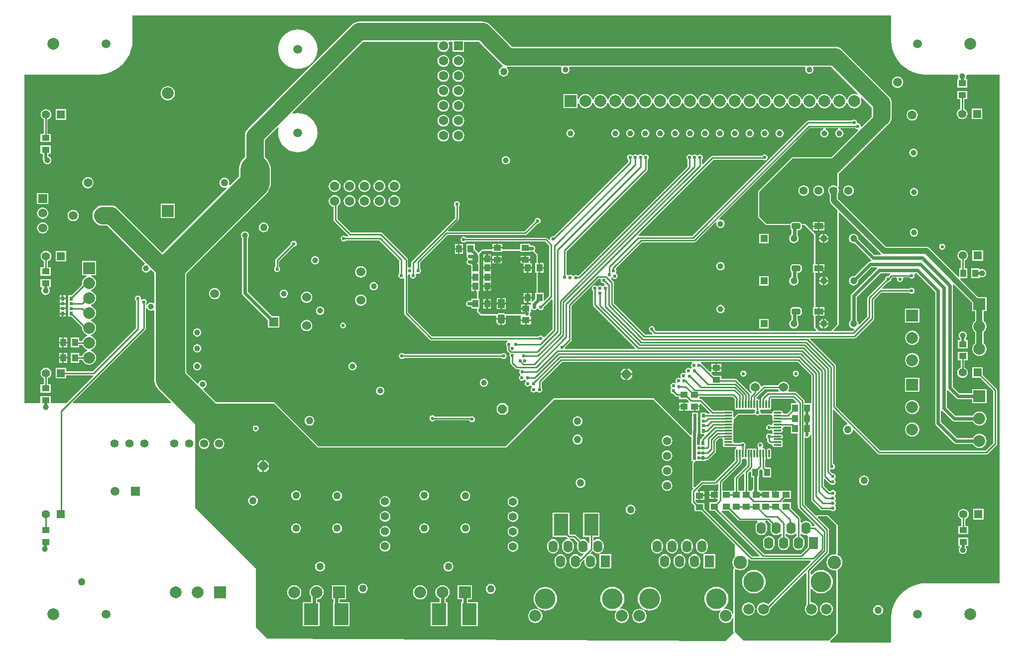
<source format=gtl>
G04*
G04 #@! TF.GenerationSoftware,Altium Limited,Altium Designer,19.1.5 (86)*
G04*
G04 Layer_Physical_Order=1*
G04 Layer_Color=255*
%FSLAX44Y44*%
%MOMM*%
G71*
G01*
G75*
%ADD10C,0.2540*%
%ADD11C,1.0000*%
%ADD16C,0.1500*%
%ADD20R,1.0000X1.3000*%
G04:AMPARAMS|DCode=21|XSize=1.6mm|YSize=1.2mm|CornerRadius=0.3mm|HoleSize=0mm|Usage=FLASHONLY|Rotation=90.000|XOffset=0mm|YOffset=0mm|HoleType=Round|Shape=RoundedRectangle|*
%AMROUNDEDRECTD21*
21,1,1.6000,0.6000,0,0,90.0*
21,1,1.0000,1.2000,0,0,90.0*
1,1,0.6000,0.3000,0.5000*
1,1,0.6000,0.3000,-0.5000*
1,1,0.6000,-0.3000,-0.5000*
1,1,0.6000,-0.3000,0.5000*
%
%ADD21ROUNDEDRECTD21*%
%ADD22R,1.2000X1.6000*%
%ADD23R,1.3000X1.0000*%
%ADD24R,0.6000X0.6500*%
%ADD25R,0.6000X0.5500*%
%ADD26R,2.4500X3.7000*%
%ADD27R,1.5000X1.0000*%
G04:AMPARAMS|DCode=28|XSize=1mm|YSize=1.5mm|CornerRadius=0.25mm|HoleSize=0mm|Usage=FLASHONLY|Rotation=270.000|XOffset=0mm|YOffset=0mm|HoleType=Round|Shape=RoundedRectangle|*
%AMROUNDEDRECTD28*
21,1,1.0000,1.0000,0,0,270.0*
21,1,0.5000,1.5000,0,0,270.0*
1,1,0.5000,-0.5000,-0.2500*
1,1,0.5000,-0.5000,0.2500*
1,1,0.5000,0.5000,0.2500*
1,1,0.5000,0.5000,-0.2500*
%
%ADD28ROUNDEDRECTD28*%
%ADD29O,0.3000X1.4000*%
%ADD30O,1.4000X0.3000*%
%ADD42R,1.6000X1.6000*%
%ADD43C,1.6000*%
%ADD45C,1.5000*%
%ADD46R,1.5000X1.5000*%
%ADD62C,0.5080*%
%ADD63C,3.0000*%
%ADD64C,5.0000*%
%ADD65C,2.0000*%
%ADD66C,0.5800*%
%ADD67R,1.5000X1.5000*%
%ADD68P,1.6496X8X22.5*%
%ADD69C,1.4000*%
%ADD70R,1.4000X1.4000*%
%ADD71C,2.0000*%
%ADD72R,2.0000X2.0000*%
%ADD73R,2.0000X2.0000*%
%ADD74R,1.5240X1.5240*%
%ADD75O,1.5748X2.0320*%
%ADD76R,1.5748X2.0320*%
%ADD77C,3.5000*%
%ADD78C,1.5240*%
%ADD79C,1.2000*%
%ADD80R,1.2000X1.2000*%
%ADD81C,2.2860*%
%ADD82C,1.8288*%
%ADD83C,1.0000*%
%ADD84C,0.6000*%
%ADD85C,1.2700*%
G36*
X2021236Y2445921D02*
X2023824Y2443797D01*
X2024791Y2443280D01*
X2024415Y2441213D01*
X2023820Y2441135D01*
X2021789Y2440294D01*
X2020045Y2438955D01*
X2018706Y2437211D01*
X2017865Y2435180D01*
X2017578Y2433000D01*
X2017865Y2430820D01*
X2018706Y2428789D01*
X2020045Y2427045D01*
X2021789Y2425706D01*
X2023820Y2424865D01*
X2026000Y2424578D01*
X2028180Y2424865D01*
X2030211Y2425706D01*
X2031955Y2427045D01*
X2033294Y2428789D01*
X2034135Y2430820D01*
X2034422Y2433000D01*
X2034135Y2435180D01*
X2033294Y2437211D01*
X2031955Y2438955D01*
X2031826Y2439055D01*
X2032590Y2440989D01*
X2033315Y2440918D01*
X2123660D01*
X2124632Y2438918D01*
X2124180Y2437827D01*
X2123940Y2436000D01*
X2124180Y2434173D01*
X2124886Y2432470D01*
X2126008Y2431008D01*
X2127470Y2429886D01*
X2129173Y2429180D01*
X2131000Y2428940D01*
X2132827Y2429180D01*
X2134530Y2429886D01*
X2135992Y2431008D01*
X2137115Y2432470D01*
X2137820Y2434173D01*
X2138060Y2436000D01*
X2137820Y2437827D01*
X2137368Y2438918D01*
X2138340Y2440918D01*
X2538660D01*
X2539632Y2438918D01*
X2539180Y2437827D01*
X2538940Y2436000D01*
X2539180Y2434173D01*
X2539886Y2432470D01*
X2541008Y2431008D01*
X2542470Y2429886D01*
X2544173Y2429180D01*
X2546000Y2428940D01*
X2547827Y2429180D01*
X2549530Y2429886D01*
X2550992Y2431008D01*
X2552115Y2432470D01*
X2552820Y2434173D01*
X2553060Y2436000D01*
X2552820Y2437827D01*
X2552368Y2438918D01*
X2553340Y2440918D01*
X2582924D01*
X2628727Y2395115D01*
X2627594Y2393419D01*
X2625683Y2394211D01*
X2622550Y2394624D01*
X2619417Y2394211D01*
X2616498Y2393002D01*
X2613991Y2391078D01*
X2612068Y2388572D01*
X2610859Y2385653D01*
X2610858Y2385651D01*
X2608841D01*
X2608841Y2385653D01*
X2607632Y2388572D01*
X2605709Y2391078D01*
X2603202Y2393002D01*
X2600283Y2394211D01*
X2597150Y2394624D01*
X2594017Y2394211D01*
X2591098Y2393002D01*
X2588592Y2391078D01*
X2586668Y2388572D01*
X2585459Y2385653D01*
X2585459Y2385651D01*
X2583441D01*
X2583441Y2385653D01*
X2582232Y2388572D01*
X2580309Y2391078D01*
X2577802Y2393002D01*
X2574883Y2394211D01*
X2571750Y2394624D01*
X2568617Y2394211D01*
X2565698Y2393002D01*
X2563192Y2391078D01*
X2561268Y2388572D01*
X2560059Y2385653D01*
X2560059Y2385651D01*
X2558041D01*
X2558041Y2385653D01*
X2556832Y2388572D01*
X2554908Y2391078D01*
X2552402Y2393002D01*
X2549483Y2394211D01*
X2546350Y2394624D01*
X2543217Y2394211D01*
X2540298Y2393002D01*
X2537791Y2391078D01*
X2535868Y2388572D01*
X2534659Y2385653D01*
X2534659Y2385651D01*
X2532641D01*
X2532641Y2385653D01*
X2531432Y2388572D01*
X2529509Y2391078D01*
X2527002Y2393002D01*
X2524083Y2394211D01*
X2520950Y2394624D01*
X2517817Y2394211D01*
X2514898Y2393002D01*
X2512392Y2391078D01*
X2510468Y2388572D01*
X2509259Y2385653D01*
X2509259Y2385651D01*
X2507241D01*
X2507241Y2385653D01*
X2506032Y2388572D01*
X2504108Y2391078D01*
X2501602Y2393002D01*
X2498683Y2394211D01*
X2495550Y2394624D01*
X2492417Y2394211D01*
X2489498Y2393002D01*
X2486991Y2391078D01*
X2485068Y2388572D01*
X2483859Y2385653D01*
X2483859Y2385651D01*
X2481841D01*
X2481841Y2385653D01*
X2480632Y2388572D01*
X2478708Y2391078D01*
X2476202Y2393002D01*
X2473283Y2394211D01*
X2470150Y2394624D01*
X2467017Y2394211D01*
X2464098Y2393002D01*
X2461591Y2391078D01*
X2459668Y2388572D01*
X2458459Y2385653D01*
X2458459Y2385651D01*
X2456441D01*
X2456441Y2385653D01*
X2455232Y2388572D01*
X2453309Y2391078D01*
X2450802Y2393002D01*
X2447883Y2394211D01*
X2444750Y2394624D01*
X2441617Y2394211D01*
X2438698Y2393002D01*
X2436192Y2391078D01*
X2434268Y2388572D01*
X2433059Y2385653D01*
X2433059Y2385651D01*
X2431041D01*
X2431041Y2385653D01*
X2429832Y2388572D01*
X2427908Y2391078D01*
X2425402Y2393002D01*
X2422483Y2394211D01*
X2419350Y2394624D01*
X2416217Y2394211D01*
X2413298Y2393002D01*
X2410791Y2391078D01*
X2408868Y2388572D01*
X2407659Y2385653D01*
X2407659Y2385651D01*
X2405641D01*
X2405641Y2385653D01*
X2404432Y2388572D01*
X2402509Y2391078D01*
X2400002Y2393002D01*
X2397083Y2394211D01*
X2393950Y2394624D01*
X2390817Y2394211D01*
X2387898Y2393002D01*
X2385392Y2391078D01*
X2383468Y2388572D01*
X2382259Y2385653D01*
X2382259Y2385651D01*
X2380241D01*
X2380241Y2385653D01*
X2379032Y2388572D01*
X2377108Y2391078D01*
X2374602Y2393002D01*
X2371683Y2394211D01*
X2368550Y2394624D01*
X2365417Y2394211D01*
X2362498Y2393002D01*
X2359991Y2391078D01*
X2358068Y2388572D01*
X2356859Y2385653D01*
X2356859Y2385651D01*
X2354841D01*
X2354841Y2385653D01*
X2353632Y2388572D01*
X2351709Y2391078D01*
X2349202Y2393002D01*
X2346283Y2394211D01*
X2343150Y2394624D01*
X2340017Y2394211D01*
X2337098Y2393002D01*
X2334592Y2391078D01*
X2332668Y2388572D01*
X2331459Y2385653D01*
X2331459Y2385651D01*
X2329441D01*
X2329441Y2385653D01*
X2328232Y2388572D01*
X2326308Y2391078D01*
X2323802Y2393002D01*
X2320883Y2394211D01*
X2317750Y2394624D01*
X2314617Y2394211D01*
X2311698Y2393002D01*
X2309191Y2391078D01*
X2307268Y2388572D01*
X2306059Y2385653D01*
X2306059Y2385651D01*
X2304041D01*
X2304041Y2385653D01*
X2302832Y2388572D01*
X2300909Y2391078D01*
X2298402Y2393002D01*
X2295483Y2394211D01*
X2292350Y2394624D01*
X2289217Y2394211D01*
X2286298Y2393002D01*
X2283792Y2391078D01*
X2281868Y2388572D01*
X2280659Y2385653D01*
X2280659Y2385651D01*
X2278641D01*
X2278641Y2385653D01*
X2277432Y2388572D01*
X2275509Y2391078D01*
X2273002Y2393002D01*
X2270083Y2394211D01*
X2266950Y2394624D01*
X2263817Y2394211D01*
X2260898Y2393002D01*
X2258392Y2391078D01*
X2256468Y2388572D01*
X2255259Y2385653D01*
X2255259Y2385651D01*
X2253241D01*
X2253241Y2385653D01*
X2252032Y2388572D01*
X2250108Y2391078D01*
X2247602Y2393002D01*
X2244683Y2394211D01*
X2241550Y2394624D01*
X2238417Y2394211D01*
X2235498Y2393002D01*
X2232991Y2391078D01*
X2231068Y2388572D01*
X2229859Y2385653D01*
X2229859Y2385651D01*
X2227841D01*
X2227841Y2385653D01*
X2226632Y2388572D01*
X2224709Y2391078D01*
X2222202Y2393002D01*
X2219283Y2394211D01*
X2216150Y2394624D01*
X2213017Y2394211D01*
X2210098Y2393002D01*
X2207592Y2391078D01*
X2205668Y2388572D01*
X2204459Y2385653D01*
X2204459Y2385651D01*
X2202441D01*
X2202441Y2385653D01*
X2201232Y2388572D01*
X2199308Y2391078D01*
X2196802Y2393002D01*
X2193883Y2394211D01*
X2190750Y2394624D01*
X2187617Y2394211D01*
X2184698Y2393002D01*
X2182191Y2391078D01*
X2180268Y2388572D01*
X2179059Y2385653D01*
X2179059Y2385651D01*
X2177041D01*
X2177041Y2385653D01*
X2175832Y2388572D01*
X2173909Y2391078D01*
X2171402Y2393002D01*
X2168483Y2394211D01*
X2165350Y2394624D01*
X2162217Y2394211D01*
X2159298Y2393002D01*
X2156792Y2391078D01*
X2154868Y2388572D01*
X2153950Y2386355D01*
X2151950Y2386753D01*
Y2394520D01*
X2127950D01*
Y2370520D01*
X2151950D01*
Y2378287D01*
X2153950Y2378685D01*
X2154868Y2376468D01*
X2156792Y2373961D01*
X2159298Y2372038D01*
X2162217Y2370829D01*
X2165350Y2370416D01*
X2168483Y2370829D01*
X2171402Y2372038D01*
X2173909Y2373961D01*
X2175832Y2376468D01*
X2177041Y2379387D01*
X2177041Y2379389D01*
X2179059D01*
X2179059Y2379387D01*
X2180268Y2376468D01*
X2182191Y2373961D01*
X2184698Y2372038D01*
X2187617Y2370829D01*
X2190750Y2370416D01*
X2193883Y2370829D01*
X2196802Y2372038D01*
X2199308Y2373961D01*
X2201232Y2376468D01*
X2202441Y2379387D01*
X2202441Y2379389D01*
X2204459D01*
X2204459Y2379387D01*
X2205668Y2376468D01*
X2207592Y2373961D01*
X2210098Y2372038D01*
X2213017Y2370829D01*
X2216150Y2370416D01*
X2219283Y2370829D01*
X2222202Y2372038D01*
X2224709Y2373961D01*
X2226632Y2376468D01*
X2227841Y2379387D01*
X2227841Y2379389D01*
X2229859D01*
X2229859Y2379387D01*
X2231068Y2376468D01*
X2232991Y2373961D01*
X2235498Y2372038D01*
X2238417Y2370829D01*
X2241550Y2370416D01*
X2244683Y2370829D01*
X2247602Y2372038D01*
X2250108Y2373961D01*
X2252032Y2376468D01*
X2253241Y2379387D01*
X2253241Y2379389D01*
X2255259D01*
X2255259Y2379387D01*
X2256468Y2376468D01*
X2258392Y2373961D01*
X2260898Y2372038D01*
X2263817Y2370829D01*
X2266950Y2370416D01*
X2270083Y2370829D01*
X2273002Y2372038D01*
X2275509Y2373961D01*
X2277432Y2376468D01*
X2278641Y2379387D01*
X2278641Y2379389D01*
X2280659D01*
X2280659Y2379387D01*
X2281868Y2376468D01*
X2283792Y2373961D01*
X2286298Y2372038D01*
X2289217Y2370829D01*
X2292350Y2370416D01*
X2295483Y2370829D01*
X2298402Y2372038D01*
X2300909Y2373961D01*
X2302832Y2376468D01*
X2304041Y2379387D01*
X2304041Y2379389D01*
X2306059D01*
X2306059Y2379387D01*
X2307268Y2376468D01*
X2309191Y2373961D01*
X2311698Y2372038D01*
X2314617Y2370829D01*
X2317750Y2370416D01*
X2320883Y2370829D01*
X2323802Y2372038D01*
X2326308Y2373961D01*
X2328232Y2376468D01*
X2329441Y2379387D01*
X2329441Y2379389D01*
X2331459D01*
X2331459Y2379387D01*
X2332668Y2376468D01*
X2334592Y2373961D01*
X2337098Y2372038D01*
X2340017Y2370829D01*
X2343150Y2370416D01*
X2346283Y2370829D01*
X2349202Y2372038D01*
X2351709Y2373961D01*
X2353632Y2376468D01*
X2354841Y2379387D01*
X2354841Y2379389D01*
X2356859D01*
X2356859Y2379387D01*
X2358068Y2376468D01*
X2359991Y2373961D01*
X2362498Y2372038D01*
X2365417Y2370829D01*
X2368550Y2370416D01*
X2371683Y2370829D01*
X2374602Y2372038D01*
X2377108Y2373961D01*
X2379032Y2376468D01*
X2380241Y2379387D01*
X2380241Y2379389D01*
X2382259D01*
X2382259Y2379387D01*
X2383468Y2376468D01*
X2385392Y2373961D01*
X2387898Y2372038D01*
X2390817Y2370829D01*
X2393950Y2370416D01*
X2397083Y2370829D01*
X2400002Y2372038D01*
X2402509Y2373961D01*
X2404432Y2376468D01*
X2405641Y2379387D01*
X2405641Y2379389D01*
X2407659D01*
X2407659Y2379387D01*
X2408868Y2376468D01*
X2410791Y2373961D01*
X2413298Y2372038D01*
X2416217Y2370829D01*
X2419350Y2370416D01*
X2422483Y2370829D01*
X2425402Y2372038D01*
X2427908Y2373961D01*
X2429832Y2376468D01*
X2431041Y2379387D01*
X2431041Y2379389D01*
X2433059D01*
X2433059Y2379387D01*
X2434268Y2376468D01*
X2436192Y2373961D01*
X2438698Y2372038D01*
X2441617Y2370829D01*
X2444750Y2370416D01*
X2447883Y2370829D01*
X2450802Y2372038D01*
X2453309Y2373961D01*
X2455232Y2376468D01*
X2456441Y2379387D01*
X2456441Y2379389D01*
X2458459D01*
X2458459Y2379387D01*
X2459668Y2376468D01*
X2461591Y2373961D01*
X2464098Y2372038D01*
X2467017Y2370829D01*
X2470150Y2370416D01*
X2473283Y2370829D01*
X2476202Y2372038D01*
X2478708Y2373961D01*
X2480632Y2376468D01*
X2481841Y2379387D01*
X2481841Y2379389D01*
X2483859D01*
X2483859Y2379387D01*
X2485068Y2376468D01*
X2486991Y2373961D01*
X2489498Y2372038D01*
X2492417Y2370829D01*
X2495550Y2370416D01*
X2498683Y2370829D01*
X2501602Y2372038D01*
X2504108Y2373961D01*
X2506032Y2376468D01*
X2507241Y2379387D01*
X2507241Y2379389D01*
X2509259D01*
X2509259Y2379387D01*
X2510468Y2376468D01*
X2512392Y2373961D01*
X2514898Y2372038D01*
X2517817Y2370829D01*
X2520950Y2370416D01*
X2524083Y2370829D01*
X2527002Y2372038D01*
X2529509Y2373961D01*
X2531432Y2376468D01*
X2532641Y2379387D01*
X2532641Y2379389D01*
X2534659D01*
X2534659Y2379387D01*
X2535868Y2376468D01*
X2537791Y2373961D01*
X2540298Y2372038D01*
X2543217Y2370829D01*
X2546350Y2370416D01*
X2549483Y2370829D01*
X2552402Y2372038D01*
X2554908Y2373961D01*
X2556832Y2376468D01*
X2558041Y2379387D01*
X2558041Y2379389D01*
X2560059D01*
X2560059Y2379387D01*
X2561268Y2376468D01*
X2563192Y2373961D01*
X2565698Y2372038D01*
X2568617Y2370829D01*
X2571750Y2370416D01*
X2574883Y2370829D01*
X2577802Y2372038D01*
X2580309Y2373961D01*
X2582232Y2376468D01*
X2583441Y2379387D01*
X2583441Y2379389D01*
X2585459D01*
X2585459Y2379387D01*
X2586668Y2376468D01*
X2588592Y2373961D01*
X2591098Y2372038D01*
X2594017Y2370829D01*
X2597150Y2370416D01*
X2600283Y2370829D01*
X2603202Y2372038D01*
X2605709Y2373961D01*
X2607632Y2376468D01*
X2608841Y2379387D01*
X2608841Y2379389D01*
X2610858D01*
X2610859Y2379387D01*
X2612068Y2376468D01*
X2613991Y2373961D01*
X2616498Y2372038D01*
X2619417Y2370829D01*
X2622550Y2370416D01*
X2625683Y2370829D01*
X2628602Y2372038D01*
X2631108Y2373961D01*
X2633032Y2376468D01*
X2634241Y2379387D01*
X2634654Y2382520D01*
X2634241Y2385653D01*
X2633449Y2387564D01*
X2635145Y2388697D01*
X2651918Y2371924D01*
Y2356000D01*
X2651935Y2355819D01*
X2634894Y2338778D01*
X2633051Y2339763D01*
X2633098Y2340000D01*
X2632710Y2341951D01*
X2631605Y2343605D01*
X2629951Y2344710D01*
X2628921Y2344915D01*
X2627098Y2346000D01*
X2626710Y2347951D01*
X2625605Y2349605D01*
X2623951Y2350710D01*
X2622000Y2351098D01*
X2620049Y2350710D01*
X2618395Y2349605D01*
X2618214Y2349334D01*
X2544000D01*
X2542724Y2349080D01*
X2541642Y2348358D01*
X2346579Y2153294D01*
X2255838D01*
X2255009Y2155294D01*
X2382381Y2282666D01*
X2467487D01*
X2468049Y2282290D01*
X2470000Y2281902D01*
X2471951Y2282290D01*
X2473605Y2283395D01*
X2474710Y2285049D01*
X2475098Y2287000D01*
X2474710Y2288951D01*
X2473605Y2290605D01*
X2471951Y2291710D01*
X2470000Y2292098D01*
X2468049Y2291710D01*
X2466395Y2290605D01*
X2465546Y2289334D01*
X2381000D01*
X2379724Y2289080D01*
X2378642Y2288358D01*
X2365182Y2274897D01*
X2363334Y2275662D01*
Y2283214D01*
X2363605Y2283395D01*
X2364710Y2285049D01*
X2365098Y2287000D01*
X2364710Y2288951D01*
X2363605Y2290605D01*
X2361951Y2291710D01*
X2360000Y2292098D01*
X2358049Y2291710D01*
X2356820Y2290889D01*
X2355500Y2290720D01*
X2354180Y2290889D01*
X2352951Y2291710D01*
X2351000Y2292098D01*
X2349049Y2291710D01*
X2347820Y2290889D01*
X2346500Y2290720D01*
X2345180Y2290889D01*
X2343951Y2291710D01*
X2342000Y2292098D01*
X2340049Y2291710D01*
X2338395Y2290605D01*
X2337290Y2288951D01*
X2336902Y2287000D01*
X2337290Y2285049D01*
X2338395Y2283395D01*
X2338666Y2283214D01*
Y2271381D01*
X2153281Y2085996D01*
X2152019D01*
X2150951Y2086710D01*
X2149000Y2087098D01*
X2147049Y2086710D01*
X2145395Y2085605D01*
X2143074Y2085730D01*
X2142793Y2086151D01*
X2141139Y2087256D01*
X2139188Y2087644D01*
X2137237Y2087256D01*
X2136026Y2086447D01*
X2135315Y2086434D01*
X2133378Y2088302D01*
Y2127479D01*
X2270358Y2264459D01*
X2271080Y2265540D01*
X2271334Y2266816D01*
Y2283214D01*
X2271605Y2283395D01*
X2272710Y2285049D01*
X2273098Y2287000D01*
X2272710Y2288951D01*
X2271605Y2290605D01*
X2269951Y2291710D01*
X2268000Y2292098D01*
X2266049Y2291710D01*
X2264769Y2290854D01*
X2262503Y2290645D01*
X2262380Y2290830D01*
X2260726Y2291935D01*
X2258775Y2292323D01*
X2256824Y2291935D01*
X2255647Y2291148D01*
X2253605Y2290605D01*
X2251951Y2291710D01*
X2250000Y2292098D01*
X2248049Y2291710D01*
X2246820Y2290889D01*
X2245500Y2290720D01*
X2244180Y2290889D01*
X2242951Y2291710D01*
X2241000Y2292098D01*
X2239049Y2291710D01*
X2237395Y2290605D01*
X2236290Y2288951D01*
X2235902Y2287000D01*
X2236290Y2285049D01*
X2237395Y2283395D01*
X2237666Y2283214D01*
Y2279381D01*
X2111154Y2152868D01*
X2110000Y2153098D01*
X2108049Y2152710D01*
X2106395Y2151605D01*
X2105290Y2149951D01*
X2104902Y2148000D01*
X2104991Y2147552D01*
X2103148Y2146567D01*
X2100358Y2149357D01*
X2099276Y2150080D01*
X2098000Y2150334D01*
X1961786D01*
X1961605Y2150605D01*
X1959951Y2151710D01*
X1958000Y2152098D01*
X1956049Y2151710D01*
X1954395Y2150605D01*
X1953290Y2148951D01*
X1952902Y2147000D01*
X1953290Y2145049D01*
X1954395Y2143395D01*
X1956049Y2142290D01*
X1958000Y2141902D01*
X1959951Y2142290D01*
X1961605Y2143395D01*
X1961786Y2143666D01*
X2096619D01*
X2103666Y2136619D01*
Y2051381D01*
X2096890Y2044605D01*
X2095173Y2042888D01*
X2094000Y2043374D01*
Y2044328D01*
Y2056500D01*
X2084039D01*
X2084039Y2090500D01*
X2085730D01*
Y2099000D01*
Y2107500D01*
X2084039D01*
X2084039Y2121000D01*
X2083884Y2121780D01*
X2083442Y2122442D01*
X2078505Y2127379D01*
X2078605Y2128395D01*
X2079710Y2130049D01*
X2080098Y2132000D01*
X2079710Y2133951D01*
X2078605Y2135605D01*
X2076951Y2136710D01*
X2075000Y2137098D01*
X2074680Y2137034D01*
X2071500D01*
Y2140000D01*
X2054500D01*
Y2130039D01*
X2023500D01*
Y2131730D01*
X2006500D01*
Y2130039D01*
X1998295D01*
X1998000Y2130098D01*
X1997705Y2130039D01*
X1990000D01*
X1989220Y2129884D01*
X1988558Y2129442D01*
X1984101Y2124985D01*
X1983929Y2124727D01*
X1983817Y2124588D01*
X1983396Y2124575D01*
X1982477Y2124819D01*
X1982454Y2124933D01*
X1982177Y2125347D01*
X1982176Y2125351D01*
X1981093Y2126972D01*
X1977000Y2131065D01*
Y2139500D01*
X1963000D01*
Y2122500D01*
D01*
X1963000Y2122500D01*
X1963589Y2121398D01*
X1963290Y2120951D01*
X1963200Y2120500D01*
D01*
X1963101Y2120000D01*
X1962902Y2119000D01*
X1963290Y2117049D01*
X1964395Y2115395D01*
X1965340Y2114764D01*
Y2113236D01*
X1964683Y2112797D01*
X1964395Y2112605D01*
X1963290Y2110951D01*
X1962902Y2109000D01*
X1963290Y2107049D01*
X1964395Y2105395D01*
X1966049Y2104290D01*
X1968000Y2103902D01*
X1968513Y2104004D01*
X1969931D01*
X1971000Y2102935D01*
Y2091500D01*
X1971000D01*
Y2084270D01*
X1978000D01*
Y2081730D01*
X1971000D01*
Y2074500D01*
Y2069270D01*
X1978000D01*
Y2068000D01*
X1979270D01*
Y2059500D01*
X1980961D01*
Y2046500D01*
X1971000D01*
Y2042996D01*
X1967513D01*
X1967000Y2043098D01*
X1965049Y2042710D01*
X1963395Y2041605D01*
X1962290Y2039951D01*
X1961902Y2038000D01*
X1962290Y2036049D01*
X1963395Y2034395D01*
X1965049Y2033290D01*
X1967000Y2032902D01*
X1967513Y2033004D01*
X1971000D01*
Y2029500D01*
X1980961D01*
Y2025000D01*
X1980961Y2025000D01*
X1981116Y2024220D01*
X1981558Y2023558D01*
X1986558Y2018558D01*
X1986558Y2018558D01*
X1987220Y2018116D01*
X1988000Y2017961D01*
X2013114Y2017961D01*
X2013902Y2017000D01*
Y2013270D01*
X2022000D01*
X2030098D01*
Y2015961D01*
Y2016691D01*
X2030738Y2017780D01*
X2030887Y2017961D01*
X2049477Y2017961D01*
X2053898D01*
X2054754D01*
X2055500Y2017000D01*
D01*
Y2011270D01*
X2064000D01*
X2072500D01*
Y2017000D01*
X2071420D01*
X2070754Y2018270D01*
X2070935Y2019180D01*
X2071098Y2020000D01*
X2070954Y2020724D01*
X2070754Y2021730D01*
X2071188Y2022558D01*
X2071536Y2023000D01*
X2072500D01*
Y2027632D01*
Y2028946D01*
X2073770Y2029331D01*
X2074395Y2028395D01*
X2074500Y2028325D01*
D01*
X2076049Y2027290D01*
X2078000Y2026902D01*
X2079951Y2027290D01*
X2081605Y2028395D01*
X2082710Y2030049D01*
X2082853Y2030766D01*
X2084147D01*
X2084290Y2030049D01*
X2084611Y2029569D01*
X2085395Y2028395D01*
X2087049Y2027290D01*
X2089000Y2026902D01*
X2090951Y2027290D01*
X2092605Y2028395D01*
X2093710Y2030049D01*
X2094098Y2032000D01*
X2094034Y2032319D01*
X2103204Y2041489D01*
D01*
X2103320Y2041605D01*
X2107318Y2045603D01*
X2109166Y2044838D01*
X2109166Y1994881D01*
X2095534Y1981250D01*
X2093188Y1981732D01*
X2092605Y1982605D01*
X2090951Y1983710D01*
X2089000Y1984098D01*
X2087049Y1983710D01*
X2085395Y1982605D01*
X2085214Y1982334D01*
X1904381D01*
X1863334Y2023381D01*
Y2086747D01*
X1865096Y2088121D01*
X1866714Y2087741D01*
X1867118Y2087085D01*
X1866902Y2086000D01*
X1867290Y2084049D01*
X1868395Y2082395D01*
X1870049Y2081290D01*
X1872000Y2080902D01*
X1873951Y2081290D01*
X1875605Y2082395D01*
X1876710Y2084049D01*
X1877098Y2086000D01*
X1876710Y2087951D01*
X1876513Y2088245D01*
X1877955Y2089687D01*
X1878549Y2089290D01*
X1880500Y2088902D01*
X1882451Y2089290D01*
X1884105Y2090395D01*
X1885210Y2092049D01*
X1885598Y2094000D01*
X1885210Y2095951D01*
X1884105Y2097605D01*
X1883834Y2097786D01*
Y2108119D01*
X1930381Y2154666D01*
X2063000D01*
X2064276Y2154920D01*
X2065358Y2155643D01*
X2083681Y2173966D01*
X2084000Y2173902D01*
X2085951Y2174290D01*
X2087605Y2175395D01*
X2088710Y2177049D01*
X2089098Y2179000D01*
X2088710Y2180951D01*
X2087605Y2182605D01*
X2085951Y2183710D01*
X2084000Y2184098D01*
X2082049Y2183710D01*
X2080395Y2182605D01*
X2079290Y2180951D01*
X2078902Y2179000D01*
X2078966Y2178681D01*
X2061619Y2161334D01*
X1932662D01*
X1931897Y2163182D01*
X1948858Y2180143D01*
X1949580Y2181224D01*
X1949834Y2182500D01*
Y2203464D01*
X1950105Y2203645D01*
X1951210Y2205299D01*
X1951598Y2207250D01*
X1951210Y2209201D01*
X1950105Y2210855D01*
X1948451Y2211960D01*
X1946500Y2212348D01*
X1944549Y2211960D01*
X1942895Y2210855D01*
X1941790Y2209201D01*
X1941402Y2207250D01*
X1941790Y2205299D01*
X1942895Y2203645D01*
X1943166Y2203464D01*
Y2183881D01*
X1869642Y2110358D01*
X1868920Y2109276D01*
X1868666Y2108000D01*
Y2100454D01*
X1866666Y2098965D01*
X1866000Y2099098D01*
X1865334Y2098965D01*
X1863334Y2100454D01*
Y2113000D01*
X1863080Y2114276D01*
X1862357Y2115358D01*
X1819357Y2158358D01*
X1818276Y2159080D01*
X1817000Y2159334D01*
X1766381D01*
X1743544Y2182171D01*
Y2203824D01*
X1743643Y2203865D01*
X1745732Y2205468D01*
X1747335Y2207557D01*
X1748343Y2209989D01*
X1748686Y2212600D01*
X1748343Y2215211D01*
X1747335Y2217643D01*
X1745732Y2219732D01*
X1743643Y2221335D01*
X1741210Y2222343D01*
X1738600Y2222686D01*
X1735990Y2222343D01*
X1733557Y2221335D01*
X1731468Y2219732D01*
X1729865Y2217643D01*
X1728858Y2215211D01*
X1728514Y2212600D01*
X1728858Y2209989D01*
X1729865Y2207557D01*
X1731468Y2205468D01*
X1733557Y2203865D01*
X1735990Y2202857D01*
X1736876Y2202741D01*
Y2180790D01*
X1737130Y2179514D01*
X1737852Y2178432D01*
X1761951Y2154334D01*
X1761122Y2152334D01*
X1757786D01*
X1757605Y2152605D01*
X1755951Y2153710D01*
X1754000Y2154098D01*
X1752049Y2153710D01*
X1750395Y2152605D01*
X1749290Y2150951D01*
X1748902Y2149000D01*
X1749290Y2147049D01*
X1750395Y2145395D01*
X1752049Y2144290D01*
X1754000Y2143902D01*
X1755951Y2144290D01*
X1757605Y2145395D01*
X1757786Y2145666D01*
X1814619D01*
X1848666Y2111619D01*
Y2089786D01*
X1848395Y2089605D01*
X1847290Y2087951D01*
X1846902Y2086000D01*
X1847290Y2084049D01*
X1848395Y2082395D01*
X1850049Y2081290D01*
X1852000Y2080902D01*
X1853951Y2081290D01*
X1854666Y2081768D01*
X1856666Y2080699D01*
Y2022000D01*
X1856920Y2020724D01*
X1857643Y2019642D01*
X1900643Y1976642D01*
X1901724Y1975920D01*
X1903000Y1975666D01*
X2032651D01*
X2033022Y1973845D01*
X2032983Y1973666D01*
X2031395Y1972605D01*
X2030290Y1970951D01*
X2029902Y1969000D01*
X2030290Y1967049D01*
X2031395Y1965395D01*
X2031666Y1965214D01*
Y1959840D01*
X2031920Y1958564D01*
X2032643Y1957482D01*
X2036252Y1953873D01*
X2037166Y1953262D01*
X2036290Y1951951D01*
X2035902Y1950000D01*
X2036290Y1948049D01*
X2037395Y1946395D01*
X2037666Y1946214D01*
Y1937000D01*
X2037920Y1935724D01*
X2038642Y1934642D01*
X2045643Y1927642D01*
X2046724Y1926920D01*
X2048000Y1926666D01*
X2052699D01*
X2053768Y1924666D01*
X2053290Y1923951D01*
X2052902Y1922000D01*
X2053290Y1920049D01*
X2054349Y1918464D01*
X2054392Y1918357D01*
X2054183Y1916131D01*
X2053395Y1915605D01*
X2052290Y1913951D01*
X2051902Y1912000D01*
X2052290Y1910049D01*
X2053395Y1908395D01*
X2055049Y1907290D01*
X2057000Y1906902D01*
X2058951Y1907290D01*
X2060605Y1908395D01*
X2060797Y1908683D01*
X2063203D01*
X2063395Y1908395D01*
X2063683Y1908203D01*
Y1905797D01*
X2063395Y1905605D01*
X2062290Y1903951D01*
X2061902Y1902000D01*
X2062290Y1900049D01*
X2063395Y1898395D01*
X2065049Y1897290D01*
X2067000Y1896902D01*
X2068951Y1897290D01*
X2070605Y1898395D01*
X2070797Y1898683D01*
X2073203D01*
X2073395Y1898395D01*
X2073683Y1898203D01*
Y1895797D01*
X2073395Y1895605D01*
X2072290Y1893951D01*
X2071902Y1892000D01*
X2072290Y1890049D01*
X2073395Y1888395D01*
X2075049Y1887290D01*
X2077000Y1886902D01*
X2078951Y1887290D01*
X2080605Y1888395D01*
X2080797Y1888683D01*
X2083203D01*
X2083395Y1888395D01*
X2085049Y1887290D01*
X2087000Y1886902D01*
X2088951Y1887290D01*
X2090605Y1888395D01*
X2091710Y1890049D01*
X2092098Y1892000D01*
X2091710Y1893951D01*
X2090605Y1895605D01*
X2090334Y1895786D01*
Y1904406D01*
X2125094Y1939166D01*
X2346628Y1939166D01*
X2347235Y1937166D01*
X2346395Y1936605D01*
X2345290Y1934951D01*
X2344902Y1933000D01*
X2345290Y1931049D01*
X2346395Y1929395D01*
X2345807Y1928186D01*
X2343961Y1927655D01*
X2342307Y1928760D01*
X2340356Y1929148D01*
X2338405Y1928760D01*
X2336751Y1927655D01*
X2335646Y1926001D01*
X2335258Y1924050D01*
X2335646Y1922099D01*
X2336208Y1921257D01*
X2334767Y1919816D01*
X2333925Y1920378D01*
X2331974Y1920766D01*
X2330023Y1920378D01*
X2328369Y1919273D01*
X2327264Y1917619D01*
X2326876Y1915668D01*
X2327264Y1913717D01*
X2327678Y1913097D01*
X2327179Y1911724D01*
X2325948Y1911302D01*
X2325289Y1911742D01*
X2323338Y1912130D01*
X2321387Y1911742D01*
X2319733Y1910637D01*
X2318628Y1908983D01*
X2318240Y1907032D01*
X2318628Y1905081D01*
X2319191Y1904239D01*
X2317749Y1902798D01*
X2316907Y1903360D01*
X2314956Y1903748D01*
X2313005Y1903360D01*
X2311351Y1902255D01*
X2310246Y1900601D01*
X2309858Y1898650D01*
X2310246Y1896699D01*
X2310938Y1895664D01*
X2311097Y1893365D01*
X2309992Y1891711D01*
X2309604Y1889760D01*
X2309992Y1887809D01*
X2311097Y1886155D01*
X2312751Y1885050D01*
X2314546Y1884693D01*
X2318596Y1880643D01*
X2319678Y1879920D01*
X2320954Y1879666D01*
X2324500D01*
Y1876000D01*
X2337285D01*
X2341285Y1872000D01*
X2340457Y1870000D01*
X2334270D01*
Y1863000D01*
Y1856000D01*
X2340500D01*
X2342500Y1856000D01*
X2343500Y1856000D01*
X2349730D01*
Y1863000D01*
X2351000D01*
Y1864270D01*
X2359500D01*
Y1866956D01*
X2361500Y1867785D01*
X2376603Y1852682D01*
X2375838Y1850834D01*
X2371000D01*
Y1852750D01*
X2361000D01*
Y1842250D01*
Y1833750D01*
Y1825750D01*
Y1816250D01*
X2366922D01*
X2367687Y1814402D01*
X2362643Y1809357D01*
X2361920Y1808276D01*
X2361666Y1807000D01*
Y1806750D01*
X2360000D01*
Y1798832D01*
X2358454Y1797563D01*
X2358390Y1797576D01*
X2357250Y1797349D01*
X2355250Y1798616D01*
Y1806750D01*
X2354999D01*
Y1810298D01*
X2355080Y1810419D01*
X2355468Y1812370D01*
X2355402Y1812703D01*
X2355419Y1812790D01*
Y1816250D01*
X2356250D01*
Y1825750D01*
Y1833750D01*
Y1842250D01*
Y1852750D01*
X2346250D01*
Y1842250D01*
Y1833750D01*
Y1821487D01*
X2346161Y1821040D01*
X2346161Y1821040D01*
Y1815551D01*
X2345320Y1815036D01*
X2343907Y1814977D01*
X2282442Y1876442D01*
X2281780Y1876884D01*
X2281000Y1877039D01*
X2112000D01*
X2112000Y1877039D01*
X2111220Y1876884D01*
X2110558Y1876442D01*
X2110558Y1876442D01*
X2029395Y1795279D01*
X1711605Y1795279D01*
X1637272Y1869612D01*
X1636611Y1870054D01*
X1635830Y1870209D01*
X1537093Y1870209D01*
X1515219Y1892083D01*
X1515827Y1894180D01*
X1517530Y1894886D01*
X1518992Y1896008D01*
X1520114Y1897470D01*
X1520820Y1899173D01*
X1521060Y1901000D01*
X1520820Y1902827D01*
X1520114Y1904530D01*
X1518992Y1905992D01*
X1517530Y1907115D01*
X1515827Y1907820D01*
X1514000Y1908060D01*
X1512173Y1907820D01*
X1510470Y1907115D01*
X1509008Y1905992D01*
X1507885Y1904530D01*
X1507180Y1902827D01*
X1505083Y1902219D01*
X1485813Y1921488D01*
Y2055080D01*
Y2087676D01*
X1485753Y2088451D01*
X1516151Y2118849D01*
X1622151Y2224849D01*
X1624911Y2228081D01*
X1627132Y2231704D01*
X1628758Y2235631D01*
X1629750Y2239763D01*
X1630083Y2244000D01*
Y2266000D01*
X1629750Y2270237D01*
X1628758Y2274369D01*
X1627132Y2278296D01*
X1624911Y2281919D01*
X1622151Y2285151D01*
X1620082Y2286918D01*
Y2316481D01*
X1641979Y2338378D01*
X1643792Y2337363D01*
X1643038Y2334221D01*
X1642627Y2329000D01*
X1643038Y2323779D01*
X1644261Y2318687D01*
X1646265Y2313849D01*
X1649001Y2309384D01*
X1652402Y2305402D01*
X1656384Y2302001D01*
X1660849Y2299265D01*
X1665687Y2297260D01*
X1670779Y2296038D01*
X1676000Y2295627D01*
X1681221Y2296038D01*
X1686313Y2297260D01*
X1691151Y2299265D01*
X1695616Y2302001D01*
X1699598Y2305402D01*
X1702999Y2309384D01*
X1705735Y2313849D01*
X1707740Y2318687D01*
X1708962Y2323779D01*
X1709373Y2329000D01*
X1708962Y2334221D01*
X1707740Y2339313D01*
X1705735Y2344151D01*
X1702999Y2348616D01*
X1699598Y2352598D01*
X1695616Y2355999D01*
X1691151Y2358735D01*
X1686313Y2360739D01*
X1681221Y2361962D01*
X1676000Y2362373D01*
X1670779Y2361962D01*
X1667637Y2361208D01*
X1666622Y2363021D01*
X1787419Y2483818D01*
X1914166D01*
X1915152Y2481818D01*
X1914865Y2481443D01*
X1913857Y2479010D01*
X1913514Y2476400D01*
X1913857Y2473790D01*
X1914865Y2471357D01*
X1916468Y2469268D01*
X1918557Y2467665D01*
X1920990Y2466657D01*
X1923600Y2466314D01*
X1926210Y2466657D01*
X1928643Y2467665D01*
X1930732Y2469268D01*
X1932335Y2471357D01*
X1933343Y2473790D01*
X1933686Y2476400D01*
X1933343Y2479010D01*
X1932335Y2481443D01*
X1932047Y2481818D01*
X1933034Y2483818D01*
X1939000D01*
Y2466400D01*
X1959000D01*
Y2483818D01*
X1983339D01*
X2021236Y2445921D01*
D02*
G37*
G36*
X2672270Y2349585D02*
X2673480Y2349745D01*
X2675791Y2350702D01*
X2677775Y2352225D01*
X2679298Y2354209D01*
X2679730Y2355251D01*
X2681000Y2354999D01*
Y2347000D01*
X2594000Y2260000D01*
Y2238013D01*
X2592730Y2237386D01*
X2591589Y2238262D01*
X2589400Y2239169D01*
X2587050Y2239478D01*
X2584701Y2239169D01*
X2582511Y2238262D01*
X2580631Y2236819D01*
X2579189Y2234939D01*
X2578282Y2232750D01*
X2577972Y2230400D01*
X2578282Y2228051D01*
X2579189Y2225861D01*
X2580631Y2223981D01*
X2580755Y2223886D01*
Y2213185D01*
X2580996Y2211357D01*
X2581701Y2209654D01*
X2582823Y2208192D01*
X2594000Y2197015D01*
Y2003000D01*
X2582334Y1991334D01*
X2562666D01*
X2556000Y1998000D01*
Y2018000D01*
X2560730D01*
Y2025000D01*
Y2032000D01*
X2556000D01*
X2556000Y2091000D01*
X2560730D01*
Y2098000D01*
Y2105000D01*
X2556000D01*
X2556000Y2157000D01*
X2539000Y2174000D01*
X2532800D01*
X2532749Y2174256D01*
X2531754Y2175745D01*
X2530266Y2176739D01*
X2528510Y2177088D01*
X2518510D01*
X2516754Y2176739D01*
X2515266Y2175745D01*
X2514271Y2174256D01*
X2514220Y2174000D01*
X2473000Y2174000D01*
X2461000Y2186000D01*
Y2229000D01*
X2517000Y2285000D01*
X2584000D01*
X2656000Y2357000D01*
X2660585Y2358100D01*
X2661631Y2357381D01*
X2661744Y2356520D01*
X2662702Y2354209D01*
X2664225Y2352225D01*
X2666209Y2350702D01*
X2668520Y2349745D01*
X2669730Y2349585D01*
Y2359000D01*
X2672270D01*
Y2349585D01*
D02*
G37*
G36*
X2624395Y2336395D02*
X2626049Y2335290D01*
X2628000Y2334902D01*
X2628237Y2334949D01*
X2629222Y2333106D01*
X2583155Y2287039D01*
X2517000D01*
X2517000Y2287039D01*
X2516220Y2286884D01*
X2515558Y2286442D01*
X2515558Y2286442D01*
X2459558Y2230442D01*
X2459116Y2229780D01*
X2458961Y2229000D01*
Y2186000D01*
X2459116Y2185220D01*
X2459558Y2184558D01*
X2459558Y2184558D01*
X2471558Y2172558D01*
X2472220Y2172116D01*
X2473000Y2171961D01*
X2513922Y2171961D01*
Y2167500D01*
X2514271Y2165744D01*
X2515266Y2164256D01*
X2515900Y2163832D01*
Y2156081D01*
X2515675Y2155988D01*
X2514004Y2154706D01*
X2512722Y2153034D01*
X2511916Y2151088D01*
X2511641Y2149000D01*
X2511916Y2146911D01*
X2512722Y2144965D01*
X2514004Y2143294D01*
X2515675Y2142012D01*
X2517621Y2141206D01*
X2519710Y2140931D01*
X2521798Y2141206D01*
X2523744Y2142012D01*
X2525415Y2143294D01*
X2526698Y2144965D01*
X2527504Y2146911D01*
X2527779Y2149000D01*
X2527504Y2151088D01*
X2526698Y2153034D01*
X2525892Y2154084D01*
Y2162912D01*
X2528510D01*
X2530266Y2163261D01*
X2531754Y2164256D01*
X2532749Y2165744D01*
X2533098Y2167500D01*
Y2171961D01*
X2538155D01*
X2553961Y2156155D01*
X2553961Y2105000D01*
X2552500D01*
Y2091000D01*
X2553961D01*
X2553961Y2032000D01*
X2552500D01*
Y2018000D01*
X2553961D01*
Y1998000D01*
X2553961Y1998000D01*
X2554116Y1997220D01*
X2554558Y1996558D01*
X2557934Y1993182D01*
X2557169Y1991334D01*
X2285381Y1991334D01*
X2282868Y1993847D01*
X2283098Y1995000D01*
X2282710Y1996951D01*
X2281605Y1998605D01*
X2279951Y1999710D01*
X2278000Y2000098D01*
X2276049Y1999710D01*
X2274395Y1998605D01*
X2273290Y1996951D01*
X2272902Y1995000D01*
X2273290Y1993049D01*
X2274395Y1991395D01*
X2276049Y1990290D01*
X2277230Y1990055D01*
X2279603Y1987682D01*
X2278838Y1985834D01*
X2266381D01*
X2213334Y2038881D01*
Y2074000D01*
X2213080Y2075276D01*
X2212357Y2076358D01*
X2208829Y2079886D01*
X2209341Y2082014D01*
X2210636Y2082375D01*
X2210945Y2082069D01*
X2211395Y2081395D01*
X2213049Y2080290D01*
X2215000Y2079902D01*
X2216951Y2080290D01*
X2218605Y2081395D01*
X2219710Y2083049D01*
X2220098Y2085000D01*
X2219710Y2086951D01*
X2218605Y2088605D01*
X2217931Y2089055D01*
X2217017Y2089978D01*
X2217422Y2091618D01*
X2217710Y2092049D01*
X2218098Y2094000D01*
X2217710Y2095951D01*
X2216605Y2097605D01*
X2216579Y2097864D01*
X2261301Y2142586D01*
X2350920D01*
X2352196Y2142840D01*
X2353277Y2143562D01*
X2386350Y2176635D01*
X2387734Y2176024D01*
X2388151Y2175608D01*
X2387940Y2174000D01*
X2388180Y2172173D01*
X2388885Y2170470D01*
X2390008Y2169008D01*
X2391470Y2167885D01*
X2393173Y2167180D01*
X2395000Y2166940D01*
X2396827Y2167180D01*
X2398530Y2167885D01*
X2399993Y2169008D01*
X2401115Y2170470D01*
X2401820Y2172173D01*
X2402060Y2174000D01*
X2401820Y2175827D01*
X2401115Y2177530D01*
X2399993Y2178992D01*
X2398530Y2180114D01*
X2396827Y2180820D01*
X2395000Y2181060D01*
X2393392Y2180849D01*
X2392976Y2181266D01*
X2392365Y2182650D01*
X2546381Y2336666D01*
X2569581D01*
X2569922Y2334730D01*
X2568220Y2334025D01*
X2566758Y2332902D01*
X2565635Y2331440D01*
X2564930Y2329737D01*
X2564690Y2327910D01*
X2564930Y2326083D01*
X2565635Y2324380D01*
X2566758Y2322918D01*
X2568220Y2321796D01*
X2569922Y2321090D01*
X2571750Y2320850D01*
X2573577Y2321090D01*
X2575280Y2321796D01*
X2576742Y2322918D01*
X2577864Y2324380D01*
X2578570Y2326083D01*
X2578810Y2327910D01*
X2578570Y2329737D01*
X2577864Y2331440D01*
X2576742Y2332902D01*
X2575280Y2334025D01*
X2573577Y2334730D01*
X2573919Y2336666D01*
X2594980D01*
X2595323Y2334730D01*
X2593620Y2334025D01*
X2592158Y2332902D01*
X2591035Y2331440D01*
X2590330Y2329737D01*
X2590090Y2327910D01*
X2590330Y2326083D01*
X2591035Y2324380D01*
X2592158Y2322918D01*
X2593620Y2321796D01*
X2595323Y2321090D01*
X2597150Y2320850D01*
X2598977Y2321090D01*
X2600680Y2321796D01*
X2602142Y2322918D01*
X2603264Y2324380D01*
X2603970Y2326083D01*
X2604211Y2327910D01*
X2603970Y2329737D01*
X2603264Y2331440D01*
X2602142Y2332902D01*
X2600680Y2334025D01*
X2598977Y2334730D01*
X2599319Y2336666D01*
X2624214D01*
X2624395Y2336395D01*
D02*
G37*
G36*
X2054500Y2126000D02*
X2071500D01*
Y2127042D01*
X2074295D01*
X2075000Y2126902D01*
X2075916Y2127084D01*
X2082000Y2121000D01*
X2082000Y2107500D01*
X2080000D01*
Y2090500D01*
X2082000D01*
X2082000Y2056500D01*
X2080000D01*
Y2046565D01*
X2074810Y2041375D01*
X2073608Y2041783D01*
X2073540Y2041837D01*
Y2046230D01*
X2068770D01*
Y2039960D01*
X2072328D01*
X2072365Y2039943D01*
X2073271Y2038690D01*
X2073042Y2037538D01*
Y2037186D01*
X2072040Y2036540D01*
X2065770D01*
Y2030000D01*
Y2023460D01*
X2067801D01*
X2068287Y2022287D01*
X2066000Y2020000D01*
X2029009Y2020000D01*
X2028605Y2020605D01*
X2026951Y2021710D01*
X2025000Y2022098D01*
X2019000D01*
X2017049Y2021710D01*
X2015395Y2020605D01*
X2014991Y2020000D01*
X1988000Y2020000D01*
X1983000Y2025000D01*
Y2029500D01*
X1985000D01*
Y2046500D01*
X1983000D01*
Y2059500D01*
X1985000D01*
Y2074500D01*
Y2090500D01*
X1985000D01*
Y2105500D01*
Y2122500D01*
X1985000Y2122500D01*
X1985000D01*
X1985543Y2123543D01*
X1990000Y2128000D01*
X2006500D01*
Y2126000D01*
X2023500D01*
Y2128000D01*
X2054500D01*
Y2126000D01*
D02*
G37*
G36*
X2668019Y2122996D02*
X2667663Y2121611D01*
X2667230Y2120996D01*
X2656379D01*
X2629262Y2148113D01*
X2629379Y2149000D01*
X2629104Y2151088D01*
X2628298Y2153034D01*
X2627015Y2154706D01*
X2625344Y2155988D01*
X2623398Y2156794D01*
X2621310Y2157069D01*
X2619221Y2156794D01*
X2617275Y2155988D01*
X2615604Y2154706D01*
X2614322Y2153034D01*
X2613516Y2151088D01*
X2613241Y2149000D01*
X2613516Y2146911D01*
X2614322Y2144965D01*
X2615604Y2143294D01*
X2617275Y2142012D01*
X2619221Y2141206D01*
X2621310Y2140931D01*
X2622197Y2141048D01*
X2650777Y2112467D01*
X2651482Y2111996D01*
X2650876Y2109996D01*
X2649310D01*
X2647398Y2109616D01*
X2645777Y2108533D01*
X2622197Y2084952D01*
X2621310Y2085069D01*
X2619221Y2084794D01*
X2617275Y2083988D01*
X2615604Y2082706D01*
X2614322Y2081034D01*
X2613516Y2079088D01*
X2613241Y2077000D01*
X2613516Y2074911D01*
X2614322Y2072965D01*
X2615604Y2071294D01*
X2617275Y2070012D01*
X2619221Y2069206D01*
X2621310Y2068931D01*
X2623398Y2069206D01*
X2625344Y2070012D01*
X2627015Y2071294D01*
X2628298Y2072965D01*
X2629104Y2074911D01*
X2629379Y2077000D01*
X2629262Y2077887D01*
X2651379Y2100004D01*
X2660191D01*
X2660939Y2098004D01*
X2617777Y2054843D01*
X2616694Y2053222D01*
X2616314Y2051310D01*
Y2010250D01*
X2615604Y2009705D01*
X2614322Y2008034D01*
X2613516Y2006088D01*
X2613241Y2004000D01*
X2613516Y2001911D01*
X2614322Y1999965D01*
X2615604Y1998294D01*
X2617275Y1997012D01*
X2619221Y1996206D01*
X2621310Y1995931D01*
X2621399Y1995943D01*
X2622333Y1994048D01*
X2619619Y1991334D01*
X2587831D01*
X2587066Y1993182D01*
X2595442Y2001558D01*
X2595884Y2002220D01*
X2596039Y2003000D01*
Y2192363D01*
X2597887Y2193128D01*
X2668019Y2122996D01*
D02*
G37*
G36*
X2682945Y2089382D02*
X2683289Y2088004D01*
X2680320Y2085034D01*
X2680000Y2085098D01*
X2678049Y2084710D01*
X2676395Y2083605D01*
X2675290Y2081951D01*
X2674902Y2080000D01*
X2674966Y2079681D01*
X2645642Y2050358D01*
X2644920Y2049276D01*
X2644666Y2048000D01*
Y2016381D01*
X2631261Y2002976D01*
X2629367Y2003911D01*
X2629379Y2004000D01*
X2629104Y2006088D01*
X2628298Y2008034D01*
X2627015Y2009705D01*
X2626306Y2010250D01*
Y2049240D01*
X2667069Y2090004D01*
X2682520D01*
X2682945Y2089382D01*
D02*
G37*
G36*
X2191541Y2078666D02*
X2191325Y2077578D01*
X2191713Y2075627D01*
X2192818Y2073973D01*
X2194472Y2072868D01*
X2196422Y2072480D01*
X2196742Y2072543D01*
X2198289Y2070996D01*
X2197631Y2068826D01*
X2197049Y2068710D01*
X2195820Y2067889D01*
X2194500Y2067720D01*
X2193180Y2067889D01*
X2191951Y2068710D01*
X2190000Y2069098D01*
X2188049Y2068710D01*
X2186820Y2067889D01*
X2185500Y2067720D01*
X2184180Y2067889D01*
X2182951Y2068710D01*
X2181000Y2069098D01*
X2179049Y2068710D01*
X2177395Y2067605D01*
X2176290Y2065951D01*
X2175902Y2064000D01*
X2176290Y2062049D01*
X2177395Y2060395D01*
X2177666Y2060214D01*
Y2036500D01*
X2177920Y2035224D01*
X2178642Y2034142D01*
X2250103Y1962682D01*
X2249338Y1960834D01*
X2131608D01*
X2130011Y1962834D01*
X2130098Y1963270D01*
X2130034Y1963589D01*
X2140358Y1973912D01*
X2141080Y1974994D01*
X2141334Y1976270D01*
Y2034619D01*
X2187381Y2080666D01*
X2190250D01*
X2191541Y2078666D01*
D02*
G37*
G36*
X2685000Y2487500D02*
X2685000Y2484552D01*
X2685578Y2478686D01*
X2686728Y2472904D01*
X2688439Y2467262D01*
X2690695Y2461816D01*
X2693474Y2456617D01*
X2696749Y2451715D01*
X2700489Y2447158D01*
X2704658Y2442989D01*
X2709215Y2439249D01*
X2714117Y2435974D01*
X2719316Y2433195D01*
X2724762Y2430939D01*
X2730404Y2429228D01*
X2736186Y2428078D01*
X2742052Y2427500D01*
X2745000Y2427500D01*
X2745000Y2427500D01*
X2797435D01*
X2799005Y2425500D01*
X2798940Y2425000D01*
X2799180Y2423173D01*
X2799666Y2422000D01*
X2798980Y2420514D01*
X2798492Y2420000D01*
X2797500D01*
Y2406000D01*
X2814500D01*
Y2420000D01*
X2813508D01*
X2813020Y2420514D01*
X2812334Y2422000D01*
X2812820Y2423173D01*
X2813060Y2425000D01*
X2812995Y2425500D01*
X2814565Y2427500D01*
X2870000D01*
Y1562500D01*
X2745000Y1562500D01*
X2745000Y1562500D01*
X2742052Y1562500D01*
X2736186Y1561922D01*
X2730404Y1560772D01*
X2724762Y1559061D01*
X2719316Y1556805D01*
X2714117Y1554026D01*
X2709215Y1550751D01*
X2704658Y1547011D01*
X2700489Y1542842D01*
X2696749Y1538285D01*
X2693474Y1533383D01*
X2690695Y1528184D01*
X2688439Y1522738D01*
X2686728Y1517096D01*
X2685578Y1511314D01*
X2685000Y1505448D01*
X2685000Y1502500D01*
X2685000Y1462000D01*
X2581623D01*
X2581429Y1462256D01*
X2580884Y1464000D01*
X2593442Y1476558D01*
X2593884Y1477220D01*
X2594039Y1478000D01*
Y1583304D01*
X2594026Y1583370D01*
X2594035Y1583438D01*
X2593949Y1583759D01*
X2593884Y1584084D01*
X2594125Y1584903D01*
X2594445Y1585657D01*
X2594681Y1585999D01*
X2594813Y1586123D01*
X2595508Y1586410D01*
X2598313Y1588563D01*
X2600466Y1591369D01*
X2601819Y1594635D01*
X2602281Y1598141D01*
X2601819Y1601647D01*
X2600466Y1604914D01*
X2598313Y1607720D01*
X2595508Y1609872D01*
X2594813Y1610160D01*
X2594681Y1610284D01*
X2594445Y1610626D01*
X2594125Y1611380D01*
X2593884Y1612198D01*
X2593949Y1612524D01*
X2594035Y1612845D01*
X2594026Y1612913D01*
X2594039Y1612979D01*
Y1661000D01*
X2593884Y1661780D01*
X2593442Y1662442D01*
X2593442Y1662442D01*
X2577941Y1677943D01*
X2577279Y1678385D01*
X2576499Y1678541D01*
X2561180D01*
X2560399Y1678385D01*
X2559738Y1677943D01*
X2559683Y1677861D01*
X2557415Y1677300D01*
X2537564Y1697151D01*
Y1809545D01*
X2539564Y1810614D01*
X2540049Y1810290D01*
X2542000Y1809902D01*
X2543951Y1810290D01*
X2545605Y1811395D01*
X2546710Y1813049D01*
X2546882Y1813912D01*
X2548917Y1815094D01*
X2549001Y1815099D01*
X2549166Y1815024D01*
Y1704500D01*
X2549420Y1703224D01*
X2550143Y1702142D01*
X2564643Y1687643D01*
X2565724Y1686920D01*
X2567000Y1686666D01*
X2582214D01*
X2582395Y1686395D01*
X2584049Y1685290D01*
X2586000Y1684902D01*
X2587951Y1685290D01*
X2589605Y1686395D01*
X2590710Y1688049D01*
X2591098Y1690000D01*
X2590710Y1691951D01*
X2589886Y1693184D01*
X2589600Y1695399D01*
X2590705Y1697053D01*
X2591093Y1699003D01*
X2590705Y1700954D01*
X2589600Y1702608D01*
Y1703399D01*
X2590705Y1705053D01*
X2591093Y1707003D01*
X2590705Y1708954D01*
X2589659Y1710520D01*
X2589605Y1712395D01*
X2590710Y1714049D01*
X2591098Y1716000D01*
X2590710Y1717951D01*
X2589605Y1719605D01*
X2587951Y1720710D01*
X2586000Y1721098D01*
X2584049Y1720710D01*
X2582395Y1719605D01*
X2582214Y1719334D01*
X2579381D01*
X2570834Y1727881D01*
Y1738962D01*
X2572682Y1739728D01*
X2579760Y1732649D01*
X2580842Y1731927D01*
X2581787Y1731739D01*
X2582012Y1731402D01*
X2583665Y1730297D01*
X2585616Y1729909D01*
X2587567Y1730297D01*
X2589221Y1731402D01*
X2590326Y1733056D01*
X2590714Y1735007D01*
X2590326Y1736958D01*
X2589505Y1738186D01*
X2589336Y1739507D01*
X2589505Y1740827D01*
X2590326Y1742056D01*
X2590714Y1744007D01*
X2590326Y1745958D01*
X2589221Y1747612D01*
X2587567Y1748717D01*
X2585616Y1749105D01*
X2585297Y1749041D01*
X2581060Y1753278D01*
X2581187Y1755142D01*
X2582845Y1756261D01*
X2584616Y1755909D01*
X2586567Y1756297D01*
X2588221Y1757402D01*
X2589326Y1759056D01*
X2589714Y1761007D01*
X2589326Y1762958D01*
X2588221Y1764612D01*
X2586567Y1765717D01*
X2585834Y1765863D01*
Y1856838D01*
X2587682Y1857603D01*
X2610922Y1834363D01*
X2610205Y1832252D01*
X2609320Y1832135D01*
X2607289Y1831294D01*
X2605545Y1829955D01*
X2604206Y1828211D01*
X2603365Y1826180D01*
X2603078Y1824000D01*
X2603365Y1821820D01*
X2604206Y1819789D01*
X2605545Y1818045D01*
X2607289Y1816706D01*
X2609320Y1815865D01*
X2611500Y1815578D01*
X2613680Y1815865D01*
X2615711Y1816706D01*
X2617455Y1818045D01*
X2618794Y1819789D01*
X2619635Y1821820D01*
X2619752Y1822705D01*
X2621863Y1823422D01*
X2662643Y1782643D01*
X2663724Y1781920D01*
X2665000Y1781666D01*
X2847000D01*
X2848276Y1781920D01*
X2849358Y1782643D01*
X2864358Y1797643D01*
X2865080Y1798724D01*
X2865334Y1800000D01*
Y1891000D01*
X2865080Y1892276D01*
X2864358Y1893358D01*
X2841000Y1916715D01*
Y1930000D01*
X2823000D01*
Y1912000D01*
X2836285D01*
X2858666Y1889619D01*
Y1801381D01*
X2845619Y1788334D01*
X2666381D01*
X2590834Y1863881D01*
Y1932500D01*
X2590580Y1933776D01*
X2589857Y1934857D01*
X2547397Y1977318D01*
X2548162Y1979166D01*
X2622500D01*
X2623776Y1979420D01*
X2624857Y1980143D01*
X2655357Y2010643D01*
X2656080Y2011724D01*
X2656334Y2013000D01*
Y2044619D01*
X2668381Y2056666D01*
X2716214D01*
X2716395Y2056395D01*
X2718049Y2055290D01*
X2720000Y2054902D01*
X2721951Y2055290D01*
X2723605Y2056395D01*
X2724710Y2058049D01*
X2725098Y2060000D01*
X2724710Y2061951D01*
X2723605Y2063605D01*
X2721951Y2064710D01*
X2720000Y2065098D01*
X2718049Y2064710D01*
X2716395Y2063605D01*
X2716214Y2063334D01*
X2670662D01*
X2669897Y2065182D01*
X2679680Y2074966D01*
X2680000Y2074902D01*
X2681951Y2075290D01*
X2683605Y2076395D01*
X2684710Y2078049D01*
X2685098Y2080000D01*
X2685034Y2080319D01*
X2687381Y2082666D01*
X2693546D01*
X2695034Y2080666D01*
X2694902Y2080000D01*
X2695290Y2078049D01*
X2696395Y2076395D01*
X2698049Y2075290D01*
X2700000Y2074902D01*
X2701951Y2075290D01*
X2703605Y2076395D01*
X2704710Y2078049D01*
X2705098Y2080000D01*
X2704966Y2080666D01*
X2706454Y2082666D01*
X2716214D01*
X2716395Y2082395D01*
X2718049Y2081290D01*
X2720000Y2080902D01*
X2721951Y2081290D01*
X2723605Y2082395D01*
X2724710Y2084049D01*
X2725098Y2086000D01*
X2724710Y2087951D01*
X2724674Y2088004D01*
X2725743Y2090004D01*
X2727931D01*
X2760004Y2057931D01*
Y1835000D01*
X2760384Y1833088D01*
X2761467Y1831467D01*
X2791717Y1801217D01*
X2793338Y1800134D01*
X2795250Y1799754D01*
X2824331D01*
X2824768Y1798698D01*
X2826692Y1796192D01*
X2829198Y1794268D01*
X2832117Y1793059D01*
X2835250Y1792646D01*
X2838383Y1793059D01*
X2841302Y1794268D01*
X2843809Y1796192D01*
X2845732Y1798698D01*
X2846941Y1801617D01*
X2847354Y1804750D01*
X2846941Y1807883D01*
X2845732Y1810802D01*
X2843809Y1813309D01*
X2841302Y1815232D01*
X2838383Y1816441D01*
X2835250Y1816854D01*
X2832117Y1816441D01*
X2829198Y1815232D01*
X2826692Y1813309D01*
X2824768Y1810802D01*
X2824331Y1809746D01*
X2797319D01*
X2769996Y1837069D01*
Y1855191D01*
X2771996Y1855939D01*
X2788717Y1839217D01*
X2790338Y1838134D01*
X2792250Y1837754D01*
X2824331D01*
X2824768Y1836698D01*
X2826692Y1834191D01*
X2829198Y1832268D01*
X2832117Y1831059D01*
X2835250Y1830647D01*
X2838383Y1831059D01*
X2841302Y1832268D01*
X2843809Y1834191D01*
X2845732Y1836698D01*
X2846941Y1839617D01*
X2847354Y1842750D01*
X2846941Y1845883D01*
X2845732Y1848802D01*
X2843809Y1851308D01*
X2841302Y1853232D01*
X2838383Y1854441D01*
X2835250Y1854854D01*
X2832117Y1854441D01*
X2829198Y1853232D01*
X2826692Y1851308D01*
X2824768Y1848802D01*
X2824331Y1847746D01*
X2794319D01*
X2779996Y1862069D01*
Y1890191D01*
X2781996Y1890939D01*
X2795467Y1877467D01*
X2797088Y1876384D01*
X2799000Y1876004D01*
X2823250D01*
Y1868750D01*
X2847250D01*
Y1892750D01*
X2823250D01*
Y1885996D01*
X2801069D01*
X2789996Y1897069D01*
Y2069000D01*
X2789825Y2069862D01*
X2791668Y2070847D01*
X2823250Y2039265D01*
Y2025250D01*
X2828190D01*
Y2008958D01*
X2826692Y2007809D01*
X2824768Y2005302D01*
X2823559Y2002383D01*
X2823146Y1999250D01*
X2823559Y1996117D01*
X2824768Y1993198D01*
X2826692Y1990692D01*
X2828190Y1989542D01*
Y1970958D01*
X2826692Y1969809D01*
X2824768Y1967302D01*
X2823559Y1964383D01*
X2823146Y1961250D01*
X2823559Y1958117D01*
X2824768Y1955198D01*
X2826692Y1952691D01*
X2829198Y1950768D01*
X2832117Y1949559D01*
X2835250Y1949147D01*
X2838383Y1949559D01*
X2841302Y1950768D01*
X2843809Y1952691D01*
X2845732Y1955198D01*
X2846941Y1958117D01*
X2847354Y1961250D01*
X2846941Y1964383D01*
X2845732Y1967302D01*
X2843809Y1969809D01*
X2842310Y1970958D01*
Y1989542D01*
X2843809Y1990692D01*
X2845732Y1993198D01*
X2846941Y1996117D01*
X2847354Y1999250D01*
X2846941Y2002383D01*
X2845732Y2005302D01*
X2843809Y2007809D01*
X2842310Y2008958D01*
Y2025250D01*
X2847250D01*
Y2049250D01*
X2833235D01*
X2802985Y2079500D01*
X2803813Y2081500D01*
X2815000D01*
Y2098500D01*
X2810334D01*
Y2111640D01*
X2811539Y2112139D01*
X2813419Y2113581D01*
X2814861Y2115461D01*
X2815768Y2117650D01*
X2816078Y2120000D01*
X2815768Y2122350D01*
X2814861Y2124539D01*
X2813419Y2126419D01*
X2811539Y2127861D01*
X2809349Y2128768D01*
X2807000Y2129078D01*
X2804651Y2128768D01*
X2802461Y2127861D01*
X2800581Y2126419D01*
X2799138Y2124539D01*
X2798232Y2122350D01*
X2797922Y2120000D01*
X2798232Y2117650D01*
X2799138Y2115461D01*
X2800581Y2113581D01*
X2802461Y2112139D01*
X2803666Y2111640D01*
Y2098500D01*
X2801000D01*
Y2084313D01*
X2799000Y2083485D01*
X2749868Y2132617D01*
X2748405Y2133739D01*
X2746702Y2134445D01*
X2744875Y2134685D01*
X2676299D01*
X2594876Y2216109D01*
Y2225815D01*
X2594911Y2225861D01*
X2595818Y2228051D01*
X2596128Y2230400D01*
X2595818Y2232750D01*
X2594911Y2234939D01*
X2595533Y2236668D01*
X2595699Y2236956D01*
X2595884Y2237232D01*
X2595897Y2237298D01*
X2595931Y2237357D01*
X2595974Y2237687D01*
X2596039Y2238013D01*
Y2259155D01*
X2679550Y2342667D01*
X2681079Y2343921D01*
X2682333Y2345449D01*
X2682442Y2345558D01*
X2682527Y2345686D01*
X2683203Y2346510D01*
X2684782Y2349463D01*
X2685754Y2352667D01*
X2686082Y2356000D01*
Y2379000D01*
X2685754Y2382333D01*
X2684782Y2385537D01*
X2683203Y2388490D01*
X2681079Y2391079D01*
X2602079Y2470079D01*
X2599490Y2472203D01*
X2596537Y2473782D01*
X2593333Y2474754D01*
X2590000Y2475082D01*
X2040390D01*
X2002494Y2512979D01*
X1999905Y2515103D01*
X1996952Y2516682D01*
X1993747Y2517654D01*
X1990415Y2517982D01*
X1780343D01*
X1777010Y2517654D01*
X1773806Y2516682D01*
X1770853Y2515103D01*
X1768264Y2512979D01*
X1590921Y2335636D01*
X1588797Y2333047D01*
X1587218Y2330094D01*
X1586246Y2326890D01*
X1585918Y2323557D01*
Y2286918D01*
X1583849Y2285151D01*
X1581089Y2281919D01*
X1578868Y2278296D01*
X1577242Y2274369D01*
X1576250Y2270237D01*
X1575916Y2266000D01*
Y2255218D01*
X1560438Y2239740D01*
X1558743Y2240873D01*
X1559135Y2241820D01*
X1559422Y2244000D01*
X1559135Y2246180D01*
X1558294Y2248211D01*
X1556955Y2249955D01*
X1555211Y2251294D01*
X1553180Y2252135D01*
X1551000Y2252422D01*
X1548820Y2252135D01*
X1546789Y2251294D01*
X1545045Y2249955D01*
X1543706Y2248211D01*
X1542865Y2246180D01*
X1542578Y2244000D01*
X1542865Y2241820D01*
X1543706Y2239789D01*
X1545045Y2238045D01*
X1546789Y2236706D01*
X1548820Y2235865D01*
X1551000Y2235578D01*
X1553180Y2235865D01*
X1554127Y2236257D01*
X1555260Y2234562D01*
X1477849Y2157151D01*
X1445631Y2124933D01*
X1370484Y2200079D01*
X1367896Y2202203D01*
X1364943Y2203782D01*
X1361738Y2204754D01*
X1358406Y2205082D01*
X1344000D01*
X1340667Y2204754D01*
X1337463Y2203782D01*
X1334510Y2202203D01*
X1331921Y2200079D01*
X1329797Y2197490D01*
X1328218Y2194537D01*
X1327246Y2191333D01*
X1326918Y2188000D01*
X1327246Y2184667D01*
X1328218Y2181463D01*
X1329797Y2178510D01*
X1331921Y2175921D01*
X1334510Y2173797D01*
X1337463Y2172218D01*
X1340667Y2171246D01*
X1344000Y2170918D01*
X1351330D01*
X1415580Y2106668D01*
X1415060Y2104359D01*
X1414470Y2104115D01*
X1413008Y2102992D01*
X1411886Y2101530D01*
X1411180Y2099827D01*
X1410940Y2098000D01*
X1411180Y2096173D01*
X1411886Y2094470D01*
X1413008Y2093008D01*
X1414470Y2091886D01*
X1416173Y2091180D01*
X1418000Y2090940D01*
X1419827Y2091180D01*
X1421530Y2091886D01*
X1422993Y2093008D01*
X1424115Y2094470D01*
X1424359Y2095060D01*
X1426668Y2095580D01*
X1431860Y2090388D01*
X1431647Y2087676D01*
Y2055080D01*
Y2040011D01*
X1429646Y2039025D01*
X1429530Y2039115D01*
X1427827Y2039820D01*
X1426000Y2040060D01*
X1424173Y2039820D01*
X1422470Y2039115D01*
X1421008Y2037992D01*
X1419890Y2036536D01*
X1419864Y2036533D01*
X1417829Y2036790D01*
X1417712Y2037556D01*
X1418710Y2039049D01*
X1419098Y2041000D01*
X1418710Y2042951D01*
X1417605Y2044605D01*
X1415951Y2045710D01*
X1414000Y2046098D01*
X1412049Y2045710D01*
X1410701Y2044809D01*
X1409539Y2045272D01*
X1408860Y2045801D01*
X1409098Y2047000D01*
X1408710Y2048951D01*
X1407605Y2050605D01*
X1405951Y2051710D01*
X1404000Y2052098D01*
X1402049Y2051710D01*
X1400395Y2050605D01*
X1399290Y2048951D01*
X1398902Y2047000D01*
X1399290Y2045049D01*
X1400395Y2043395D01*
X1400666Y2043214D01*
Y1996381D01*
X1327619Y1923334D01*
X1282000D01*
Y1929000D01*
X1264000D01*
Y1911000D01*
X1282000D01*
Y1916666D01*
X1327122D01*
X1327951Y1914666D01*
X1281785Y1868500D01*
X1255500D01*
Y1881000D01*
X1238500D01*
Y1868500D01*
X1211000D01*
Y2427500D01*
X1335000Y2427500D01*
Y2427500D01*
X1335000Y2427500D01*
X1337948Y2427500D01*
X1343814Y2428078D01*
X1349596Y2429228D01*
X1355238Y2430939D01*
X1360684Y2433195D01*
X1365883Y2435974D01*
X1370785Y2439249D01*
X1375342Y2442989D01*
X1379511Y2447158D01*
X1383251Y2451715D01*
X1386526Y2456617D01*
X1389305Y2461816D01*
X1391561Y2467262D01*
X1393272Y2472904D01*
X1394422Y2478686D01*
X1395000Y2484552D01*
X1395000Y2487500D01*
Y2528000D01*
X2685000D01*
X2685000Y2487500D01*
D02*
G37*
G36*
X2549166Y1916119D02*
Y1870431D01*
X2549000Y1868500D01*
X2537564D01*
Y1872770D01*
X2537310Y1874046D01*
X2536588Y1875128D01*
X2524357Y1887357D01*
X2523276Y1888080D01*
X2522000Y1888334D01*
X2510764D01*
X2509778Y1890334D01*
X2510403Y1891149D01*
X2511372Y1893489D01*
X2511703Y1896000D01*
X2511372Y1898511D01*
X2510403Y1900851D01*
X2508861Y1902861D01*
X2506852Y1904403D01*
X2504511Y1905372D01*
X2502000Y1905703D01*
X2499489Y1905372D01*
X2497148Y1904403D01*
X2495139Y1902861D01*
X2493597Y1900851D01*
X2492968Y1899334D01*
X2469000D01*
X2467724Y1899080D01*
X2466642Y1898358D01*
X2465553Y1897268D01*
X2463442Y1897985D01*
X2463372Y1898511D01*
X2462403Y1900851D01*
X2460861Y1902861D01*
X2458851Y1904403D01*
X2456511Y1905372D01*
X2454000Y1905703D01*
X2451489Y1905372D01*
X2449149Y1904403D01*
X2447139Y1902861D01*
X2445597Y1900851D01*
X2444628Y1898511D01*
X2444297Y1896000D01*
X2444628Y1893489D01*
X2445597Y1891149D01*
X2447139Y1889139D01*
X2447671Y1888730D01*
X2447824Y1886550D01*
X2447316Y1886079D01*
X2445033Y1886449D01*
X2444857Y1886711D01*
X2422179Y1909389D01*
X2421098Y1910112D01*
X2419822Y1910366D01*
X2396100D01*
Y1915810D01*
X2383283D01*
X2379283Y1919810D01*
X2380112Y1921810D01*
X2380681Y1921810D01*
X2386330D01*
Y1927540D01*
X2379100D01*
Y1923412D01*
X2379100Y1922822D01*
X2377100Y1921993D01*
X2363542Y1935551D01*
X2362712Y1936106D01*
X2362249Y1936799D01*
X2361699Y1937166D01*
X2362306Y1939166D01*
X2526119D01*
X2549166Y1916119D01*
D02*
G37*
G36*
X1419886Y2029470D02*
X1421008Y2028008D01*
X1422470Y2026886D01*
X1424173Y2026180D01*
X1426000Y2025940D01*
X1427827Y2026180D01*
X1429530Y2026886D01*
X1429646Y2026975D01*
X1431647Y2025988D01*
Y1910270D01*
X1431980Y1906033D01*
X1432972Y1901901D01*
X1434598Y1897974D01*
X1436819Y1894351D01*
X1439579Y1891119D01*
X1460350Y1870348D01*
X1459585Y1868500D01*
X1293828D01*
X1293063Y1870348D01*
X1416358Y1993642D01*
X1417080Y1994724D01*
X1417334Y1996000D01*
Y2030403D01*
X1419334Y2030801D01*
X1419886Y2029470D01*
D02*
G37*
G36*
X2493597Y1891149D02*
X2494222Y1890334D01*
X2493236Y1888334D01*
X2476083D01*
X2474807Y1888080D01*
X2473725Y1887357D01*
X2465231Y1878863D01*
X2464508Y1877781D01*
X2464474Y1877613D01*
X2463770Y1877062D01*
Y1867000D01*
X2461230D01*
Y1875816D01*
X2461134Y1875797D01*
X2460000Y1875039D01*
X2458866Y1875797D01*
X2457500Y1876069D01*
X2455834Y1877776D01*
Y1878119D01*
X2470381Y1892666D01*
X2492968D01*
X2493597Y1891149D01*
D02*
G37*
G36*
X2524224Y1870348D02*
X2523458Y1868500D01*
X2515000D01*
Y1857715D01*
X2508119Y1850834D01*
X2502776D01*
X2501069Y1852500D01*
X2500797Y1853866D01*
X2500023Y1855023D01*
X2498866Y1855797D01*
X2497500Y1856069D01*
X2486500D01*
X2485134Y1855797D01*
X2483977Y1855023D01*
X2483203Y1853866D01*
X2482932Y1852500D01*
X2482938Y1852468D01*
X2482908Y1852418D01*
X2482191Y1851511D01*
X2482111Y1851437D01*
X2482048Y1851395D01*
X2481193Y1850988D01*
X2481162Y1850990D01*
X2480915Y1851039D01*
X2464743D01*
X2463093Y1852996D01*
X2462705Y1854947D01*
X2462008Y1855990D01*
X2462212Y1856794D01*
X2462784Y1857900D01*
X2462882Y1858008D01*
X2463866Y1858203D01*
X2465000Y1858961D01*
X2466134Y1858203D01*
X2467500Y1857932D01*
X2468866Y1858203D01*
X2470000Y1858961D01*
X2471134Y1858203D01*
X2472500Y1857932D01*
X2473866Y1858203D01*
X2475000Y1858961D01*
X2476134Y1858203D01*
X2477500Y1857932D01*
X2478866Y1858203D01*
X2480023Y1858977D01*
X2480797Y1860134D01*
X2481069Y1861500D01*
Y1872500D01*
X2480922Y1873237D01*
Y1876378D01*
X2481210Y1876666D01*
X2517906D01*
X2524224Y1870348D01*
D02*
G37*
G36*
X2419166Y1876119D02*
Y1873679D01*
X2418931Y1872500D01*
Y1861500D01*
X2419203Y1860134D01*
X2419977Y1858977D01*
X2421134Y1858203D01*
X2422500Y1857932D01*
X2423866Y1858203D01*
X2425000Y1858961D01*
X2426134Y1858203D01*
X2427500Y1857932D01*
X2428866Y1858203D01*
X2430000Y1858961D01*
X2431134Y1858203D01*
X2432500Y1857932D01*
X2433866Y1858203D01*
X2435000Y1858961D01*
X2436134Y1858203D01*
X2437500Y1857932D01*
X2438866Y1858203D01*
X2440000Y1858961D01*
X2441134Y1858203D01*
X2442500Y1857932D01*
X2443866Y1858203D01*
X2445000Y1858961D01*
X2446134Y1858203D01*
X2447500Y1857932D01*
X2448866Y1858203D01*
X2450000Y1858961D01*
X2451134Y1858203D01*
X2452500Y1857932D01*
X2454011Y1856610D01*
X2454134Y1856217D01*
X2453285Y1854947D01*
X2452897Y1852996D01*
X2451247Y1851039D01*
X2425000D01*
X2425000Y1851039D01*
X2424220Y1850884D01*
X2423558Y1850442D01*
X2423558Y1850442D01*
X2418553Y1845437D01*
X2416890Y1846602D01*
X2417069Y1847500D01*
X2416797Y1848866D01*
X2416039Y1850000D01*
X2416797Y1851134D01*
X2417069Y1852500D01*
X2416797Y1853866D01*
X2416023Y1855023D01*
X2414866Y1855797D01*
X2413500Y1856069D01*
X2402500D01*
X2401321Y1855834D01*
X2382881D01*
X2363358Y1875358D01*
X2362276Y1876080D01*
X2361000Y1876334D01*
X2359500D01*
Y1879666D01*
X2415619D01*
X2419166Y1876119D01*
D02*
G37*
G36*
X2482932Y1847500D02*
X2483203Y1846134D01*
X2483961Y1845000D01*
X2483203Y1843866D01*
X2482932Y1842500D01*
X2483203Y1841134D01*
X2483961Y1840000D01*
X2483203Y1838866D01*
X2483184Y1838770D01*
X2492000D01*
Y1836230D01*
X2483184D01*
X2483203Y1836134D01*
X2483961Y1835000D01*
X2483203Y1833866D01*
X2482932Y1832500D01*
X2482543Y1832106D01*
X2481780Y1831575D01*
X2480862Y1831267D01*
X2479451Y1832210D01*
X2477500Y1832598D01*
X2475549Y1832210D01*
X2473895Y1831105D01*
X2472790Y1829451D01*
X2472402Y1827500D01*
X2472790Y1825549D01*
X2473895Y1823895D01*
X2475549Y1822790D01*
X2477500Y1822402D01*
X2479451Y1822790D01*
X2480862Y1823733D01*
X2481780Y1823425D01*
X2482543Y1822894D01*
X2482932Y1822500D01*
X2483203Y1821134D01*
X2483961Y1820000D01*
X2483203Y1818866D01*
X2482932Y1817500D01*
X2482543Y1817106D01*
X2481780Y1816575D01*
X2480862Y1816267D01*
X2479451Y1817210D01*
X2477500Y1817598D01*
X2475549Y1817210D01*
X2473895Y1816105D01*
X2472790Y1814451D01*
X2472402Y1812500D01*
X2472790Y1810549D01*
X2473895Y1808895D01*
X2474166Y1808714D01*
Y1805000D01*
X2474420Y1803724D01*
X2475143Y1802643D01*
X2477642Y1800143D01*
X2478724Y1799420D01*
X2480000Y1799166D01*
X2480948D01*
X2482932Y1797500D01*
X2483203Y1796134D01*
X2483977Y1794977D01*
X2485134Y1794203D01*
X2486500Y1793931D01*
X2497500D01*
X2498866Y1794203D01*
X2500023Y1794977D01*
X2500797Y1796134D01*
X2501069Y1797500D01*
X2500797Y1798866D01*
X2500039Y1800000D01*
X2500797Y1801134D01*
X2501069Y1802500D01*
X2500797Y1803866D01*
X2500039Y1805000D01*
X2500797Y1806134D01*
X2500816Y1806230D01*
X2492000D01*
Y1808770D01*
X2500816D01*
X2500797Y1808866D01*
X2500039Y1810000D01*
X2500797Y1811134D01*
X2501069Y1812500D01*
X2500797Y1813866D01*
X2500039Y1815000D01*
X2500797Y1816134D01*
X2500816Y1816230D01*
X2492000D01*
Y1818770D01*
X2500816D01*
X2500797Y1818866D01*
X2500039Y1820000D01*
X2500797Y1821134D01*
X2501069Y1822500D01*
X2500797Y1823866D01*
X2500039Y1825000D01*
X2500797Y1826134D01*
X2501069Y1827500D01*
X2503052Y1829166D01*
X2515000D01*
Y1817500D01*
X2526000D01*
Y1696000D01*
X2526436Y1695564D01*
Y1692230D01*
X2526690Y1690954D01*
X2527413Y1689872D01*
X2555221Y1662064D01*
X2554199Y1659875D01*
X2550356D01*
X2550154Y1661405D01*
X2549160Y1663807D01*
X2547577Y1665870D01*
X2545514Y1667452D01*
X2543112Y1668447D01*
X2540535Y1668787D01*
X2537957Y1668447D01*
X2535555Y1667452D01*
X2533492Y1665870D01*
X2533439Y1665800D01*
X2531169Y1666570D01*
Y1672165D01*
X2530915Y1673441D01*
X2530192Y1674523D01*
X2514500Y1690215D01*
Y1700000D01*
X2500681D01*
X2499812Y1702097D01*
X2503715Y1706000D01*
X2514500D01*
Y1720000D01*
X2497500D01*
Y1720000D01*
X2497500D01*
Y1720000D01*
X2490270D01*
Y1713000D01*
X2487730D01*
Y1720000D01*
X2482770D01*
X2480500Y1720000D01*
Y1720000D01*
X2480500D01*
Y1720000D01*
X2462015D01*
X2460098Y1722000D01*
X2459710Y1723951D01*
X2459628Y1724073D01*
Y1742500D01*
X2461000D01*
Y1754785D01*
X2462591Y1756376D01*
X2465143Y1756642D01*
X2467000Y1754785D01*
Y1742500D01*
X2481000D01*
Y1759500D01*
X2471715D01*
X2470834Y1760381D01*
Y1771948D01*
X2472500Y1773931D01*
X2473866Y1774203D01*
X2475000Y1774961D01*
X2476134Y1774203D01*
X2477500Y1773931D01*
X2478866Y1774203D01*
X2480023Y1774977D01*
X2480797Y1776134D01*
X2481069Y1777500D01*
Y1788500D01*
X2480797Y1789866D01*
X2480023Y1791023D01*
X2478866Y1791797D01*
X2477500Y1792069D01*
X2476134Y1791797D01*
X2475000Y1791039D01*
X2473866Y1791797D01*
X2473770Y1791816D01*
Y1783000D01*
X2471230D01*
Y1791816D01*
X2471134Y1791797D01*
X2470000Y1791039D01*
X2468866Y1791797D01*
X2467500Y1792069D01*
X2467392Y1792047D01*
X2466575Y1793220D01*
X2466267Y1794138D01*
X2467210Y1795549D01*
X2467598Y1797500D01*
X2467210Y1799451D01*
X2466105Y1801105D01*
X2464451Y1802210D01*
X2462500Y1802598D01*
X2460549Y1802210D01*
X2458895Y1801105D01*
X2457790Y1799451D01*
X2457402Y1797500D01*
X2457790Y1795549D01*
X2458733Y1794138D01*
X2458425Y1793220D01*
X2457608Y1792047D01*
X2457500Y1792069D01*
X2456134Y1791797D01*
X2455000Y1791039D01*
X2453866Y1791797D01*
X2452500Y1792069D01*
X2451134Y1791797D01*
X2450000Y1791039D01*
X2448866Y1791797D01*
X2447500Y1792069D01*
X2446134Y1791797D01*
X2445000Y1791039D01*
X2443866Y1791797D01*
X2442500Y1792069D01*
X2441134Y1791797D01*
X2440000Y1791039D01*
X2438866Y1791797D01*
X2437500Y1792069D01*
X2437107Y1792457D01*
X2436575Y1793220D01*
X2436267Y1794138D01*
X2437210Y1795549D01*
X2437598Y1797500D01*
X2437210Y1799451D01*
X2436105Y1801105D01*
X2434451Y1802210D01*
X2432500Y1802598D01*
X2430549Y1802210D01*
X2428895Y1801105D01*
X2428714Y1800834D01*
X2419052D01*
X2417069Y1802500D01*
X2416797Y1803866D01*
X2416039Y1805000D01*
X2416797Y1806134D01*
X2417069Y1807500D01*
X2416797Y1808866D01*
X2416039Y1810000D01*
X2416797Y1811134D01*
X2417069Y1812500D01*
X2416797Y1813866D01*
X2416039Y1815000D01*
X2416797Y1816134D01*
X2417069Y1817500D01*
X2416797Y1818866D01*
X2416039Y1820000D01*
X2416797Y1821134D01*
X2417069Y1822500D01*
X2416797Y1823866D01*
X2416039Y1825000D01*
X2416797Y1826134D01*
X2417069Y1827500D01*
X2416797Y1828866D01*
X2416039Y1830000D01*
X2416797Y1831134D01*
X2417069Y1832500D01*
X2416797Y1833866D01*
X2416424Y1834424D01*
X2417644Y1835644D01*
X2417500Y1841500D01*
X2425000Y1849000D01*
X2454976D01*
X2456044Y1848286D01*
X2457995Y1847898D01*
X2459946Y1848286D01*
X2461014Y1849000D01*
X2480915D01*
X2482932Y1847500D01*
D02*
G37*
G36*
X2345741Y1810259D02*
Y1806750D01*
X2345250D01*
Y1796250D01*
Y1787750D01*
Y1779750D01*
Y1770250D01*
X2347707D01*
X2348193Y1769077D01*
X2347558Y1768442D01*
X2347116Y1767780D01*
X2346961Y1767000D01*
X2346961Y1726681D01*
X2347116Y1725901D01*
X2347558Y1725239D01*
X2348220Y1724797D01*
X2348481Y1724689D01*
X2348728Y1723443D01*
X2346642Y1721358D01*
X2345920Y1720276D01*
X2345666Y1719000D01*
Y1700797D01*
X2345920Y1699521D01*
X2346642Y1698440D01*
X2350562Y1694520D01*
Y1684751D01*
X2362534D01*
X2419000Y1628285D01*
Y1607516D01*
X2417003Y1604914D01*
X2415650Y1601647D01*
X2415189Y1598141D01*
X2415650Y1594635D01*
X2417003Y1591369D01*
X2418631Y1589247D01*
X2418361Y1587780D01*
X2418098Y1587650D01*
X2417834Y1587448D01*
X2417558Y1587263D01*
X2417520Y1587207D01*
X2417467Y1587166D01*
X2417301Y1586878D01*
X2417116Y1586602D01*
X2417103Y1586536D01*
X2417069Y1586477D01*
X2417026Y1586147D01*
X2416961Y1585822D01*
Y1510218D01*
X2415691Y1510133D01*
X2414482Y1513052D01*
X2412558Y1515558D01*
X2410052Y1517482D01*
X2407133Y1518691D01*
X2404000Y1519104D01*
X2401294Y1518747D01*
X2400768Y1519959D01*
X2402566Y1521434D01*
X2405128Y1524556D01*
X2407031Y1528117D01*
X2408203Y1531981D01*
X2408599Y1536000D01*
X2408203Y1540019D01*
X2407031Y1543883D01*
X2405128Y1547444D01*
X2402566Y1550566D01*
X2399444Y1553128D01*
X2395883Y1555031D01*
X2392019Y1556203D01*
X2388000Y1556599D01*
X2383981Y1556203D01*
X2380117Y1555031D01*
X2376556Y1553128D01*
X2373434Y1550566D01*
X2370872Y1547444D01*
X2368969Y1543883D01*
X2367797Y1540019D01*
X2367401Y1536000D01*
X2367797Y1531981D01*
X2368969Y1528117D01*
X2370872Y1524556D01*
X2373434Y1521434D01*
X2376556Y1518872D01*
X2380117Y1516969D01*
X2383981Y1515797D01*
X2388000Y1515401D01*
X2392019Y1515797D01*
X2394534Y1516560D01*
X2395367Y1515618D01*
X2395391Y1515492D01*
X2393518Y1513052D01*
X2392309Y1510133D01*
X2391896Y1507000D01*
X2392309Y1503867D01*
X2393518Y1500948D01*
X2395441Y1498441D01*
X2397948Y1496518D01*
X2400867Y1495309D01*
X2404000Y1494897D01*
X2407133Y1495309D01*
X2410052Y1496518D01*
X2412558Y1498441D01*
X2414482Y1500948D01*
X2415691Y1503867D01*
X2416961Y1503782D01*
Y1480000D01*
X2416961Y1480000D01*
X2417116Y1479220D01*
X2417558Y1478558D01*
X2403500Y1464500D01*
X1624000Y1468000D01*
X1604500Y1487500D01*
X1604500Y1587500D01*
X1603000Y1589000D01*
Y1589000D01*
X1501000Y1691000D01*
X1501000Y1847710D01*
X1521460Y1868170D01*
X1635830Y1868170D01*
X1710760Y1793240D01*
X2030240Y1793240D01*
X2112000Y1875000D01*
X2281000D01*
X2345741Y1810259D01*
D02*
G37*
G36*
X2398931Y1807500D02*
X2399203Y1806134D01*
X2399961Y1805000D01*
X2399203Y1803866D01*
X2398931Y1802500D01*
X2399203Y1801134D01*
X2399961Y1800000D01*
X2399203Y1798866D01*
X2398931Y1797500D01*
X2399203Y1796134D01*
X2399977Y1794977D01*
X2401134Y1794203D01*
X2402500Y1793931D01*
X2413500D01*
X2414679Y1794166D01*
X2421409D01*
X2421632Y1791896D01*
X2421134Y1791797D01*
X2419977Y1791023D01*
X2419203Y1789866D01*
X2418931Y1788500D01*
Y1777500D01*
X2419166Y1776321D01*
Y1770881D01*
X2384619Y1736334D01*
X2363000D01*
X2361724Y1736080D01*
X2360642Y1735358D01*
X2351097Y1725812D01*
X2349000Y1726681D01*
X2349000Y1767000D01*
X2352250Y1770250D01*
X2355250D01*
X2355250Y1770250D01*
X2357520Y1770586D01*
X2358644Y1770362D01*
X2360000Y1770250D01*
X2360000Y1770250D01*
X2370000D01*
Y1772166D01*
X2372500D01*
X2373776Y1772420D01*
X2374858Y1773143D01*
X2386358Y1784642D01*
X2387080Y1785724D01*
X2387334Y1787000D01*
Y1803619D01*
X2392881Y1809166D01*
X2396948D01*
X2398931Y1807500D01*
D02*
G37*
G36*
X2447000Y1752319D02*
Y1742500D01*
X2450371D01*
Y1724071D01*
X2450290Y1723951D01*
X2449902Y1722000D01*
X2449231Y1721300D01*
X2447500Y1720000D01*
X2445230Y1720000D01*
X2442334D01*
Y1750619D01*
X2444903Y1753188D01*
X2447000Y1752319D01*
D02*
G37*
G36*
X2435666Y1747985D02*
Y1720000D01*
X2432770D01*
X2430500Y1720000D01*
Y1720000D01*
X2430500D01*
Y1720000D01*
X2425334D01*
Y1740619D01*
X2433569Y1748854D01*
X2435666Y1747985D01*
D02*
G37*
G36*
X2436134Y1774203D02*
X2437500Y1773931D01*
X2439166Y1771948D01*
Y1763881D01*
X2419643Y1744358D01*
X2418920Y1743276D01*
X2418666Y1742000D01*
Y1720000D01*
X2415770D01*
X2413500Y1720000D01*
Y1720000D01*
X2413500D01*
Y1720000D01*
X2398334D01*
Y1733906D01*
X2429857Y1765429D01*
X2430580Y1766511D01*
X2430834Y1767787D01*
Y1771948D01*
X2432500Y1773931D01*
X2433866Y1774203D01*
X2435000Y1774961D01*
X2436134Y1774203D01*
D02*
G37*
G36*
X2425182Y1669603D02*
X2426264Y1668880D01*
X2427540Y1668626D01*
X2457156D01*
X2457926Y1666356D01*
X2457292Y1665870D01*
X2455710Y1663807D01*
X2454715Y1661405D01*
X2454375Y1658827D01*
Y1654255D01*
X2454715Y1651678D01*
X2455710Y1649276D01*
X2457292Y1647213D01*
X2459355Y1645630D01*
X2461757Y1644636D01*
X2464335Y1644296D01*
X2466912Y1644636D01*
X2469314Y1645630D01*
X2471377Y1647213D01*
X2472959Y1649276D01*
X2473954Y1651678D01*
X2474294Y1654255D01*
Y1658827D01*
X2473954Y1661405D01*
X2472959Y1663807D01*
X2471377Y1665870D01*
X2470743Y1666356D01*
X2471514Y1668626D01*
X2475221D01*
X2480796Y1663051D01*
X2480115Y1661405D01*
X2479775Y1658827D01*
Y1654255D01*
X2480115Y1651678D01*
X2481110Y1649276D01*
X2482692Y1647213D01*
X2484755Y1645630D01*
X2487157Y1644636D01*
X2489735Y1644296D01*
X2492312Y1644636D01*
X2494714Y1645630D01*
X2496777Y1647213D01*
X2496830Y1647283D01*
X2499100Y1646513D01*
Y1642734D01*
X2497455Y1642052D01*
X2495392Y1640470D01*
X2493810Y1638407D01*
X2492815Y1636005D01*
X2492475Y1633427D01*
Y1628855D01*
X2492815Y1626278D01*
X2493810Y1623876D01*
X2495392Y1621813D01*
X2497455Y1620231D01*
X2499857Y1619236D01*
X2502435Y1618896D01*
X2505012Y1619236D01*
X2507414Y1620231D01*
X2509477Y1621813D01*
X2511060Y1623876D01*
X2512054Y1626278D01*
X2512394Y1628855D01*
Y1633427D01*
X2512054Y1636005D01*
X2511060Y1638407D01*
X2509477Y1640470D01*
X2507414Y1642052D01*
X2505769Y1642734D01*
Y1646513D01*
X2508039Y1647283D01*
X2508092Y1647213D01*
X2510155Y1645630D01*
X2512557Y1644636D01*
X2515135Y1644296D01*
X2517712Y1644636D01*
X2520114Y1645630D01*
X2522177Y1647213D01*
X2522231Y1647283D01*
X2524500Y1646513D01*
Y1642734D01*
X2522855Y1642052D01*
X2520792Y1640470D01*
X2519210Y1638407D01*
X2518215Y1636005D01*
X2517875Y1633427D01*
Y1628855D01*
X2518215Y1626278D01*
X2519210Y1623876D01*
X2520792Y1621813D01*
X2522855Y1620231D01*
X2525257Y1619236D01*
X2527835Y1618896D01*
X2530412Y1619236D01*
X2532814Y1620231D01*
X2534877Y1621813D01*
X2536460Y1623876D01*
X2537454Y1626278D01*
X2537794Y1628855D01*
Y1633427D01*
X2537454Y1636005D01*
X2536460Y1638407D01*
X2534877Y1640470D01*
X2532814Y1642052D01*
X2531169Y1642734D01*
Y1646513D01*
X2533439Y1647283D01*
X2533492Y1647213D01*
X2535555Y1645630D01*
X2537957Y1644636D01*
X2540535Y1644296D01*
X2541559Y1644431D01*
X2543361Y1642379D01*
Y1623696D01*
X2531640Y1611976D01*
X2468739D01*
X2396985Y1683730D01*
X2397925Y1686000D01*
X2408785D01*
X2425182Y1669603D01*
D02*
G37*
G36*
X2592000Y1661000D02*
Y1612979D01*
X2590293Y1611482D01*
X2588735Y1611687D01*
X2585229Y1611226D01*
X2581962Y1609872D01*
X2579156Y1607720D01*
X2577003Y1604914D01*
X2575650Y1601647D01*
X2575189Y1598141D01*
X2575650Y1594635D01*
X2577003Y1591369D01*
X2579156Y1588563D01*
X2581962Y1586410D01*
X2585229Y1585057D01*
X2588735Y1584596D01*
X2590293Y1584801D01*
X2592000Y1583304D01*
Y1478000D01*
X2579000Y1465000D01*
X2434000D01*
X2419000Y1480000D01*
Y1585822D01*
X2421270Y1586941D01*
X2421962Y1586410D01*
X2425228Y1585057D01*
X2428734Y1584596D01*
X2432240Y1585057D01*
X2435507Y1586410D01*
X2438313Y1588563D01*
X2440466Y1591369D01*
X2441819Y1594635D01*
X2442280Y1598141D01*
X2441819Y1601647D01*
X2441388Y1602686D01*
X2443313Y1603972D01*
X2445041Y1602244D01*
X2446123Y1601521D01*
X2447399Y1601268D01*
X2547583D01*
X2548452Y1599170D01*
X2475872Y1526590D01*
X2473545Y1528376D01*
X2470834Y1529499D01*
X2467925Y1529882D01*
X2465015Y1529499D01*
X2462305Y1528376D01*
X2459977Y1526590D01*
X2458190Y1524262D01*
X2457067Y1521551D01*
X2456684Y1518642D01*
X2457067Y1515732D01*
X2458190Y1513021D01*
X2459977Y1510694D01*
X2462305Y1508907D01*
X2465015Y1507784D01*
X2467925Y1507401D01*
X2470834Y1507784D01*
X2473545Y1508907D01*
X2475872Y1510694D01*
X2477659Y1513021D01*
X2478782Y1515732D01*
X2479165Y1518642D01*
X2478954Y1520242D01*
X2539233Y1580522D01*
X2541331Y1579653D01*
Y1526068D01*
X2539944Y1524262D01*
X2538821Y1521551D01*
X2538438Y1518642D01*
X2538821Y1515732D01*
X2539944Y1513021D01*
X2541731Y1510694D01*
X2544059Y1508907D01*
X2546769Y1507784D01*
X2549679Y1507401D01*
X2552588Y1507784D01*
X2555299Y1508907D01*
X2557627Y1510694D01*
X2559413Y1513021D01*
X2560536Y1515732D01*
X2560919Y1518642D01*
X2560536Y1521551D01*
X2559413Y1524262D01*
X2557627Y1526590D01*
X2555299Y1528376D01*
X2552588Y1529499D01*
X2549679Y1529882D01*
X2547999Y1531355D01*
Y1551852D01*
X2550269Y1552664D01*
X2551724Y1550891D01*
X2554769Y1548392D01*
X2558244Y1546534D01*
X2562014Y1545391D01*
X2565934Y1545005D01*
X2569855Y1545391D01*
X2573625Y1546534D01*
X2577100Y1548392D01*
X2580145Y1550891D01*
X2582644Y1553936D01*
X2584502Y1557411D01*
X2585645Y1561181D01*
X2586031Y1565101D01*
X2585645Y1569022D01*
X2584502Y1572792D01*
X2582644Y1576267D01*
X2580145Y1579312D01*
X2577100Y1581811D01*
X2573625Y1583668D01*
X2569855Y1584812D01*
X2565934Y1585198D01*
X2562014Y1584812D01*
X2558244Y1583668D01*
X2554769Y1581811D01*
X2551724Y1579312D01*
X2550269Y1577539D01*
X2547999Y1578351D01*
Y1583084D01*
X2578362Y1613447D01*
X2579085Y1614529D01*
X2579339Y1615805D01*
Y1653995D01*
X2579085Y1655271D01*
X2578362Y1656353D01*
X2560311Y1674404D01*
X2561180Y1676501D01*
X2576499D01*
X2592000Y1661000D01*
D02*
G37*
G36*
X2391666Y1730985D02*
Y1720000D01*
X2385770D01*
Y1713000D01*
Y1706000D01*
X2389575D01*
X2390515Y1703730D01*
X2386785Y1700000D01*
X2376000D01*
Y1686000D01*
X2385285D01*
X2461252Y1610033D01*
X2460383Y1607936D01*
X2448780D01*
X2367562Y1689153D01*
Y1690727D01*
X2367580Y1690754D01*
X2367834Y1692030D01*
X2367580Y1693306D01*
X2367562Y1693333D01*
Y1698751D01*
X2355761D01*
X2352334Y1702178D01*
Y1704751D01*
X2357792D01*
Y1711751D01*
Y1718751D01*
X2356432D01*
X2355564Y1720849D01*
X2364381Y1729666D01*
X2386000D01*
X2387276Y1729920D01*
X2388358Y1730643D01*
X2389569Y1731854D01*
X2391666Y1730985D01*
D02*
G37*
%LPC*%
G36*
X1949000Y2461086D02*
X1946389Y2460743D01*
X1943957Y2459735D01*
X1941868Y2458132D01*
X1940265Y2456043D01*
X1939257Y2453611D01*
X1938914Y2451000D01*
X1939257Y2448389D01*
X1940265Y2445957D01*
X1941868Y2443868D01*
X1943957Y2442265D01*
X1946389Y2441257D01*
X1949000Y2440914D01*
X1951611Y2441257D01*
X1954043Y2442265D01*
X1956132Y2443868D01*
X1957735Y2445957D01*
X1958743Y2448389D01*
X1959086Y2451000D01*
X1958743Y2453611D01*
X1957735Y2456043D01*
X1956132Y2458132D01*
X1954043Y2459735D01*
X1951611Y2460743D01*
X1949000Y2461086D01*
D02*
G37*
G36*
X1923600D02*
X1920990Y2460743D01*
X1918557Y2459735D01*
X1916468Y2458132D01*
X1914865Y2456043D01*
X1913857Y2453611D01*
X1913514Y2451000D01*
X1913857Y2448389D01*
X1914865Y2445957D01*
X1916468Y2443868D01*
X1918557Y2442265D01*
X1920990Y2441257D01*
X1923600Y2440914D01*
X1926210Y2441257D01*
X1928643Y2442265D01*
X1930732Y2443868D01*
X1932335Y2445957D01*
X1933343Y2448389D01*
X1933686Y2451000D01*
X1933343Y2453611D01*
X1932335Y2456043D01*
X1930732Y2458132D01*
X1928643Y2459735D01*
X1926210Y2460743D01*
X1923600Y2461086D01*
D02*
G37*
G36*
X1949000Y2435686D02*
X1946389Y2435343D01*
X1943957Y2434335D01*
X1941868Y2432732D01*
X1940265Y2430643D01*
X1939257Y2428210D01*
X1938914Y2425600D01*
X1939257Y2422990D01*
X1940265Y2420557D01*
X1941868Y2418468D01*
X1943957Y2416865D01*
X1946389Y2415857D01*
X1949000Y2415514D01*
X1951611Y2415857D01*
X1954043Y2416865D01*
X1956132Y2418468D01*
X1957735Y2420557D01*
X1958743Y2422990D01*
X1959086Y2425600D01*
X1958743Y2428210D01*
X1957735Y2430643D01*
X1956132Y2432732D01*
X1954043Y2434335D01*
X1951611Y2435343D01*
X1949000Y2435686D01*
D02*
G37*
G36*
X1923600D02*
X1920990Y2435343D01*
X1918557Y2434335D01*
X1916468Y2432732D01*
X1914865Y2430643D01*
X1913857Y2428210D01*
X1913514Y2425600D01*
X1913857Y2422990D01*
X1914865Y2420557D01*
X1916468Y2418468D01*
X1918557Y2416865D01*
X1920990Y2415857D01*
X1923600Y2415514D01*
X1926210Y2415857D01*
X1928643Y2416865D01*
X1930732Y2418468D01*
X1932335Y2420557D01*
X1933343Y2422990D01*
X1933686Y2425600D01*
X1933343Y2428210D01*
X1932335Y2430643D01*
X1930732Y2432732D01*
X1928643Y2434335D01*
X1926210Y2435343D01*
X1923600Y2435686D01*
D02*
G37*
G36*
X1949000Y2410286D02*
X1946389Y2409943D01*
X1943957Y2408935D01*
X1941868Y2407332D01*
X1940265Y2405243D01*
X1939257Y2402811D01*
X1938914Y2400200D01*
X1939257Y2397590D01*
X1940265Y2395157D01*
X1941868Y2393068D01*
X1943957Y2391465D01*
X1946389Y2390457D01*
X1949000Y2390114D01*
X1951611Y2390457D01*
X1954043Y2391465D01*
X1956132Y2393068D01*
X1957735Y2395157D01*
X1958743Y2397590D01*
X1959086Y2400200D01*
X1958743Y2402811D01*
X1957735Y2405243D01*
X1956132Y2407332D01*
X1954043Y2408935D01*
X1951611Y2409943D01*
X1949000Y2410286D01*
D02*
G37*
G36*
X1923600D02*
X1920990Y2409943D01*
X1918557Y2408935D01*
X1916468Y2407332D01*
X1914865Y2405243D01*
X1913857Y2402811D01*
X1913514Y2400200D01*
X1913857Y2397590D01*
X1914865Y2395157D01*
X1916468Y2393068D01*
X1918557Y2391465D01*
X1920990Y2390457D01*
X1923600Y2390114D01*
X1926210Y2390457D01*
X1928643Y2391465D01*
X1930732Y2393068D01*
X1932335Y2395157D01*
X1933343Y2397590D01*
X1933686Y2400200D01*
X1933343Y2402811D01*
X1932335Y2405243D01*
X1930732Y2407332D01*
X1928643Y2408935D01*
X1926210Y2409943D01*
X1923600Y2410286D01*
D02*
G37*
G36*
X1949000Y2384886D02*
X1946389Y2384543D01*
X1943957Y2383535D01*
X1941868Y2381932D01*
X1940265Y2379843D01*
X1939257Y2377410D01*
X1938914Y2374800D01*
X1939257Y2372189D01*
X1940265Y2369757D01*
X1941868Y2367668D01*
X1943957Y2366065D01*
X1946389Y2365057D01*
X1949000Y2364714D01*
X1951611Y2365057D01*
X1954043Y2366065D01*
X1956132Y2367668D01*
X1957735Y2369757D01*
X1958743Y2372189D01*
X1959086Y2374800D01*
X1958743Y2377410D01*
X1957735Y2379843D01*
X1956132Y2381932D01*
X1954043Y2383535D01*
X1951611Y2384543D01*
X1949000Y2384886D01*
D02*
G37*
G36*
X1923600D02*
X1920990Y2384543D01*
X1918557Y2383535D01*
X1916468Y2381932D01*
X1914865Y2379843D01*
X1913857Y2377410D01*
X1913514Y2374800D01*
X1913857Y2372189D01*
X1914865Y2369757D01*
X1916468Y2367668D01*
X1918557Y2366065D01*
X1920990Y2365057D01*
X1923600Y2364714D01*
X1926210Y2365057D01*
X1928643Y2366065D01*
X1930732Y2367668D01*
X1932335Y2369757D01*
X1933343Y2372189D01*
X1933686Y2374800D01*
X1933343Y2377410D01*
X1932335Y2379843D01*
X1930732Y2381932D01*
X1928643Y2383535D01*
X1926210Y2384543D01*
X1923600Y2384886D01*
D02*
G37*
G36*
X1949000Y2359486D02*
X1946389Y2359143D01*
X1943957Y2358135D01*
X1941868Y2356532D01*
X1940265Y2354443D01*
X1939257Y2352010D01*
X1938914Y2349400D01*
X1939257Y2346790D01*
X1940265Y2344357D01*
X1941868Y2342268D01*
X1943957Y2340665D01*
X1946389Y2339657D01*
X1949000Y2339314D01*
X1951611Y2339657D01*
X1954043Y2340665D01*
X1956132Y2342268D01*
X1957735Y2344357D01*
X1958743Y2346790D01*
X1959086Y2349400D01*
X1958743Y2352010D01*
X1957735Y2354443D01*
X1956132Y2356532D01*
X1954043Y2358135D01*
X1951611Y2359143D01*
X1949000Y2359486D01*
D02*
G37*
G36*
X1923600D02*
X1920990Y2359143D01*
X1918557Y2358135D01*
X1916468Y2356532D01*
X1914865Y2354443D01*
X1913857Y2352010D01*
X1913514Y2349400D01*
X1913857Y2346790D01*
X1914865Y2344357D01*
X1916468Y2342268D01*
X1918557Y2340665D01*
X1920990Y2339657D01*
X1923600Y2339314D01*
X1926210Y2339657D01*
X1928643Y2340665D01*
X1930732Y2342268D01*
X1932335Y2344357D01*
X1933343Y2346790D01*
X1933686Y2349400D01*
X1933343Y2352010D01*
X1932335Y2354443D01*
X1930732Y2356532D01*
X1928643Y2358135D01*
X1926210Y2359143D01*
X1923600Y2359486D01*
D02*
G37*
G36*
X2495550Y2334970D02*
X2493723Y2334730D01*
X2492020Y2334025D01*
X2490558Y2332902D01*
X2489435Y2331440D01*
X2488730Y2329737D01*
X2488490Y2327910D01*
X2488730Y2326083D01*
X2489435Y2324380D01*
X2490558Y2322918D01*
X2492020Y2321796D01*
X2493723Y2321090D01*
X2495550Y2320850D01*
X2497377Y2321090D01*
X2499080Y2321796D01*
X2500542Y2322918D01*
X2501664Y2324380D01*
X2502370Y2326083D01*
X2502610Y2327910D01*
X2502370Y2329737D01*
X2501664Y2331440D01*
X2500542Y2332902D01*
X2499080Y2334025D01*
X2497377Y2334730D01*
X2495550Y2334970D01*
D02*
G37*
G36*
X2470150D02*
X2468323Y2334730D01*
X2466620Y2334025D01*
X2465158Y2332902D01*
X2464035Y2331440D01*
X2463330Y2329737D01*
X2463090Y2327910D01*
X2463330Y2326083D01*
X2464035Y2324380D01*
X2465158Y2322918D01*
X2466620Y2321796D01*
X2468323Y2321090D01*
X2470150Y2320850D01*
X2471977Y2321090D01*
X2473680Y2321796D01*
X2475142Y2322918D01*
X2476264Y2324380D01*
X2476970Y2326083D01*
X2477210Y2327910D01*
X2476970Y2329737D01*
X2476264Y2331440D01*
X2475142Y2332902D01*
X2473680Y2334025D01*
X2471977Y2334730D01*
X2470150Y2334970D01*
D02*
G37*
G36*
X2444750D02*
X2442923Y2334730D01*
X2441220Y2334025D01*
X2439758Y2332902D01*
X2438636Y2331440D01*
X2437930Y2329737D01*
X2437690Y2327910D01*
X2437930Y2326083D01*
X2438636Y2324380D01*
X2439758Y2322918D01*
X2441220Y2321796D01*
X2442923Y2321090D01*
X2444750Y2320850D01*
X2446577Y2321090D01*
X2448280Y2321796D01*
X2449742Y2322918D01*
X2450865Y2324380D01*
X2451570Y2326083D01*
X2451810Y2327910D01*
X2451570Y2329737D01*
X2450865Y2331440D01*
X2449742Y2332902D01*
X2448280Y2334025D01*
X2446577Y2334730D01*
X2444750Y2334970D01*
D02*
G37*
G36*
X2419350D02*
X2417523Y2334730D01*
X2415820Y2334025D01*
X2414358Y2332902D01*
X2413235Y2331440D01*
X2412530Y2329737D01*
X2412290Y2327910D01*
X2412530Y2326083D01*
X2413235Y2324380D01*
X2414358Y2322918D01*
X2415820Y2321796D01*
X2417523Y2321090D01*
X2419350Y2320850D01*
X2421177Y2321090D01*
X2422880Y2321796D01*
X2424342Y2322918D01*
X2425464Y2324380D01*
X2426170Y2326083D01*
X2426410Y2327910D01*
X2426170Y2329737D01*
X2425464Y2331440D01*
X2424342Y2332902D01*
X2422880Y2334025D01*
X2421177Y2334730D01*
X2419350Y2334970D01*
D02*
G37*
G36*
X2393950D02*
X2392123Y2334730D01*
X2390420Y2334025D01*
X2388958Y2332902D01*
X2387836Y2331440D01*
X2387130Y2329737D01*
X2386890Y2327910D01*
X2387130Y2326083D01*
X2387836Y2324380D01*
X2388958Y2322918D01*
X2390420Y2321796D01*
X2392123Y2321090D01*
X2393950Y2320850D01*
X2395777Y2321090D01*
X2397480Y2321796D01*
X2398942Y2322918D01*
X2400065Y2324380D01*
X2400770Y2326083D01*
X2401010Y2327910D01*
X2400770Y2329737D01*
X2400065Y2331440D01*
X2398942Y2332902D01*
X2397480Y2334025D01*
X2395777Y2334730D01*
X2393950Y2334970D01*
D02*
G37*
G36*
X2368550D02*
X2366723Y2334730D01*
X2365020Y2334025D01*
X2363558Y2332902D01*
X2362435Y2331440D01*
X2361730Y2329737D01*
X2361490Y2327910D01*
X2361730Y2326083D01*
X2362435Y2324380D01*
X2363558Y2322918D01*
X2365020Y2321796D01*
X2366723Y2321090D01*
X2368550Y2320850D01*
X2370377Y2321090D01*
X2372080Y2321796D01*
X2373542Y2322918D01*
X2374664Y2324380D01*
X2375370Y2326083D01*
X2375610Y2327910D01*
X2375370Y2329737D01*
X2374664Y2331440D01*
X2373542Y2332902D01*
X2372080Y2334025D01*
X2370377Y2334730D01*
X2368550Y2334970D01*
D02*
G37*
G36*
X2343150D02*
X2341323Y2334730D01*
X2339620Y2334025D01*
X2338158Y2332902D01*
X2337036Y2331440D01*
X2336330Y2329737D01*
X2336090Y2327910D01*
X2336330Y2326083D01*
X2337036Y2324380D01*
X2338158Y2322918D01*
X2339620Y2321796D01*
X2341323Y2321090D01*
X2343150Y2320850D01*
X2344977Y2321090D01*
X2346680Y2321796D01*
X2348142Y2322918D01*
X2349265Y2324380D01*
X2349970Y2326083D01*
X2350210Y2327910D01*
X2349970Y2329737D01*
X2349265Y2331440D01*
X2348142Y2332902D01*
X2346680Y2334025D01*
X2344977Y2334730D01*
X2343150Y2334970D01*
D02*
G37*
G36*
X2317750D02*
X2315923Y2334730D01*
X2314220Y2334025D01*
X2312758Y2332902D01*
X2311635Y2331440D01*
X2310930Y2329737D01*
X2310690Y2327910D01*
X2310930Y2326083D01*
X2311635Y2324380D01*
X2312758Y2322918D01*
X2314220Y2321796D01*
X2315923Y2321090D01*
X2317750Y2320850D01*
X2319577Y2321090D01*
X2321280Y2321796D01*
X2322742Y2322918D01*
X2323864Y2324380D01*
X2324570Y2326083D01*
X2324810Y2327910D01*
X2324570Y2329737D01*
X2323864Y2331440D01*
X2322742Y2332902D01*
X2321280Y2334025D01*
X2319577Y2334730D01*
X2317750Y2334970D01*
D02*
G37*
G36*
X2292350D02*
X2290523Y2334730D01*
X2288820Y2334025D01*
X2287358Y2332902D01*
X2286236Y2331440D01*
X2285530Y2329737D01*
X2285290Y2327910D01*
X2285530Y2326083D01*
X2286236Y2324380D01*
X2287358Y2322918D01*
X2288820Y2321796D01*
X2290523Y2321090D01*
X2292350Y2320850D01*
X2294177Y2321090D01*
X2295880Y2321796D01*
X2297342Y2322918D01*
X2298465Y2324380D01*
X2299170Y2326083D01*
X2299410Y2327910D01*
X2299170Y2329737D01*
X2298465Y2331440D01*
X2297342Y2332902D01*
X2295880Y2334025D01*
X2294177Y2334730D01*
X2292350Y2334970D01*
D02*
G37*
G36*
X2266950D02*
X2265123Y2334730D01*
X2263420Y2334025D01*
X2261958Y2332902D01*
X2260836Y2331440D01*
X2260130Y2329737D01*
X2259890Y2327910D01*
X2260130Y2326083D01*
X2260836Y2324380D01*
X2261958Y2322918D01*
X2263420Y2321796D01*
X2265123Y2321090D01*
X2266950Y2320850D01*
X2268777Y2321090D01*
X2270480Y2321796D01*
X2271942Y2322918D01*
X2273065Y2324380D01*
X2273770Y2326083D01*
X2274010Y2327910D01*
X2273770Y2329737D01*
X2273065Y2331440D01*
X2271942Y2332902D01*
X2270480Y2334025D01*
X2268777Y2334730D01*
X2266950Y2334970D01*
D02*
G37*
G36*
X2241550D02*
X2239723Y2334730D01*
X2238020Y2334025D01*
X2236558Y2332902D01*
X2235435Y2331440D01*
X2234730Y2329737D01*
X2234490Y2327910D01*
X2234730Y2326083D01*
X2235435Y2324380D01*
X2236558Y2322918D01*
X2238020Y2321796D01*
X2239723Y2321090D01*
X2241550Y2320850D01*
X2243377Y2321090D01*
X2245080Y2321796D01*
X2246542Y2322918D01*
X2247664Y2324380D01*
X2248370Y2326083D01*
X2248610Y2327910D01*
X2248370Y2329737D01*
X2247664Y2331440D01*
X2246542Y2332902D01*
X2245080Y2334025D01*
X2243377Y2334730D01*
X2241550Y2334970D01*
D02*
G37*
G36*
X2216150D02*
X2214323Y2334730D01*
X2212620Y2334025D01*
X2211158Y2332902D01*
X2210036Y2331440D01*
X2209330Y2329737D01*
X2209090Y2327910D01*
X2209330Y2326083D01*
X2210036Y2324380D01*
X2211158Y2322918D01*
X2212620Y2321796D01*
X2214323Y2321090D01*
X2216150Y2320850D01*
X2217977Y2321090D01*
X2219680Y2321796D01*
X2221142Y2322918D01*
X2222265Y2324380D01*
X2222970Y2326083D01*
X2223210Y2327910D01*
X2222970Y2329737D01*
X2222265Y2331440D01*
X2221142Y2332902D01*
X2219680Y2334025D01*
X2217977Y2334730D01*
X2216150Y2334970D01*
D02*
G37*
G36*
X2139950D02*
X2138123Y2334730D01*
X2136420Y2334025D01*
X2134958Y2332902D01*
X2133835Y2331440D01*
X2133130Y2329737D01*
X2132890Y2327910D01*
X2133130Y2326083D01*
X2133835Y2324380D01*
X2134958Y2322918D01*
X2136420Y2321796D01*
X2138123Y2321090D01*
X2139950Y2320850D01*
X2141777Y2321090D01*
X2143480Y2321796D01*
X2144942Y2322918D01*
X2146064Y2324380D01*
X2146770Y2326083D01*
X2147010Y2327910D01*
X2146770Y2329737D01*
X2146064Y2331440D01*
X2144942Y2332902D01*
X2143480Y2334025D01*
X2141777Y2334730D01*
X2139950Y2334970D01*
D02*
G37*
G36*
X1949000Y2334086D02*
X1946389Y2333743D01*
X1943957Y2332735D01*
X1941868Y2331132D01*
X1940265Y2329043D01*
X1939257Y2326611D01*
X1938914Y2324000D01*
X1939257Y2321389D01*
X1940265Y2318957D01*
X1941868Y2316868D01*
X1943957Y2315265D01*
X1946389Y2314257D01*
X1949000Y2313914D01*
X1951611Y2314257D01*
X1954043Y2315265D01*
X1956132Y2316868D01*
X1957735Y2318957D01*
X1958743Y2321389D01*
X1959086Y2324000D01*
X1958743Y2326611D01*
X1957735Y2329043D01*
X1956132Y2331132D01*
X1954043Y2332735D01*
X1951611Y2333743D01*
X1949000Y2334086D01*
D02*
G37*
G36*
X1923600D02*
X1920990Y2333743D01*
X1918557Y2332735D01*
X1916468Y2331132D01*
X1914865Y2329043D01*
X1913857Y2326611D01*
X1913514Y2324000D01*
X1913857Y2321389D01*
X1914865Y2318957D01*
X1916468Y2316868D01*
X1918557Y2315265D01*
X1920990Y2314257D01*
X1923600Y2313914D01*
X1926210Y2314257D01*
X1928643Y2315265D01*
X1930732Y2316868D01*
X1932335Y2318957D01*
X1933343Y2321389D01*
X1933686Y2324000D01*
X1933343Y2326611D01*
X1932335Y2329043D01*
X1930732Y2331132D01*
X1928643Y2332735D01*
X1926210Y2333743D01*
X1923600Y2334086D01*
D02*
G37*
G36*
X2030000Y2289060D02*
X2028173Y2288820D01*
X2026470Y2288114D01*
X2025008Y2286992D01*
X2023885Y2285530D01*
X2023180Y2283827D01*
X2022940Y2282000D01*
X2023180Y2280173D01*
X2023885Y2278470D01*
X2025008Y2277008D01*
X2026470Y2275885D01*
X2028173Y2275180D01*
X2030000Y2274940D01*
X2031827Y2275180D01*
X2033530Y2275885D01*
X2034993Y2277008D01*
X2036115Y2278470D01*
X2036820Y2280173D01*
X2037060Y2282000D01*
X2036820Y2283827D01*
X2036115Y2285530D01*
X2034993Y2286992D01*
X2033530Y2288114D01*
X2031827Y2288820D01*
X2030000Y2289060D01*
D02*
G37*
G36*
X1840200Y2248086D02*
X1837590Y2247743D01*
X1835157Y2246735D01*
X1833068Y2245132D01*
X1831465Y2243043D01*
X1830457Y2240611D01*
X1830114Y2238000D01*
X1830457Y2235390D01*
X1831465Y2232957D01*
X1833068Y2230868D01*
X1835157Y2229265D01*
X1837590Y2228257D01*
X1840200Y2227914D01*
X1842811Y2228257D01*
X1845243Y2229265D01*
X1847332Y2230868D01*
X1848935Y2232957D01*
X1849943Y2235390D01*
X1850286Y2238000D01*
X1849943Y2240611D01*
X1848935Y2243043D01*
X1847332Y2245132D01*
X1845243Y2246735D01*
X1842811Y2247743D01*
X1840200Y2248086D01*
D02*
G37*
G36*
X1814800D02*
X1812189Y2247743D01*
X1809757Y2246735D01*
X1807668Y2245132D01*
X1806065Y2243043D01*
X1805058Y2240611D01*
X1804714Y2238000D01*
X1805058Y2235390D01*
X1806065Y2232957D01*
X1807668Y2230868D01*
X1809757Y2229265D01*
X1812189Y2228257D01*
X1814800Y2227914D01*
X1817410Y2228257D01*
X1819843Y2229265D01*
X1821932Y2230868D01*
X1823535Y2232957D01*
X1824543Y2235390D01*
X1824886Y2238000D01*
X1824543Y2240611D01*
X1823535Y2243043D01*
X1821932Y2245132D01*
X1819843Y2246735D01*
X1817410Y2247743D01*
X1814800Y2248086D01*
D02*
G37*
G36*
X1789400D02*
X1786790Y2247743D01*
X1784357Y2246735D01*
X1782268Y2245132D01*
X1780665Y2243043D01*
X1779657Y2240611D01*
X1779314Y2238000D01*
X1779657Y2235390D01*
X1780665Y2232957D01*
X1782268Y2230868D01*
X1784357Y2229265D01*
X1786790Y2228257D01*
X1789400Y2227914D01*
X1792010Y2228257D01*
X1794443Y2229265D01*
X1796532Y2230868D01*
X1798135Y2232957D01*
X1799143Y2235390D01*
X1799486Y2238000D01*
X1799143Y2240611D01*
X1798135Y2243043D01*
X1796532Y2245132D01*
X1794443Y2246735D01*
X1792010Y2247743D01*
X1789400Y2248086D01*
D02*
G37*
G36*
X1764000D02*
X1761389Y2247743D01*
X1758957Y2246735D01*
X1756868Y2245132D01*
X1755265Y2243043D01*
X1754258Y2240611D01*
X1753914Y2238000D01*
X1754258Y2235390D01*
X1755265Y2232957D01*
X1756868Y2230868D01*
X1758957Y2229265D01*
X1761389Y2228257D01*
X1764000Y2227914D01*
X1766611Y2228257D01*
X1769043Y2229265D01*
X1771132Y2230868D01*
X1772735Y2232957D01*
X1773743Y2235390D01*
X1774086Y2238000D01*
X1773743Y2240611D01*
X1772735Y2243043D01*
X1771132Y2245132D01*
X1769043Y2246735D01*
X1766611Y2247743D01*
X1764000Y2248086D01*
D02*
G37*
G36*
X1738600D02*
X1735990Y2247743D01*
X1733557Y2246735D01*
X1731468Y2245132D01*
X1729865Y2243043D01*
X1728858Y2240611D01*
X1728514Y2238000D01*
X1728858Y2235390D01*
X1729865Y2232957D01*
X1731468Y2230868D01*
X1733557Y2229265D01*
X1735990Y2228257D01*
X1738600Y2227914D01*
X1741210Y2228257D01*
X1743643Y2229265D01*
X1745732Y2230868D01*
X1747335Y2232957D01*
X1748343Y2235390D01*
X1748686Y2238000D01*
X1748343Y2240611D01*
X1747335Y2243043D01*
X1745732Y2245132D01*
X1743643Y2246735D01*
X1741210Y2247743D01*
X1738600Y2248086D01*
D02*
G37*
G36*
X1840200Y2222686D02*
X1837590Y2222343D01*
X1835157Y2221335D01*
X1833068Y2219732D01*
X1831465Y2217643D01*
X1830457Y2215211D01*
X1830114Y2212600D01*
X1830457Y2209989D01*
X1831465Y2207557D01*
X1833068Y2205468D01*
X1835157Y2203865D01*
X1837590Y2202857D01*
X1840200Y2202514D01*
X1842811Y2202857D01*
X1845243Y2203865D01*
X1847332Y2205468D01*
X1848935Y2207557D01*
X1849943Y2209989D01*
X1850286Y2212600D01*
X1849943Y2215211D01*
X1848935Y2217643D01*
X1847332Y2219732D01*
X1845243Y2221335D01*
X1842811Y2222343D01*
X1840200Y2222686D01*
D02*
G37*
G36*
X1814800D02*
X1812189Y2222343D01*
X1809757Y2221335D01*
X1807668Y2219732D01*
X1806065Y2217643D01*
X1805058Y2215211D01*
X1804714Y2212600D01*
X1805058Y2209989D01*
X1806065Y2207557D01*
X1807668Y2205468D01*
X1809757Y2203865D01*
X1812189Y2202857D01*
X1814800Y2202514D01*
X1817410Y2202857D01*
X1819843Y2203865D01*
X1821932Y2205468D01*
X1823535Y2207557D01*
X1824543Y2209989D01*
X1824886Y2212600D01*
X1824543Y2215211D01*
X1823535Y2217643D01*
X1821932Y2219732D01*
X1819843Y2221335D01*
X1817410Y2222343D01*
X1814800Y2222686D01*
D02*
G37*
G36*
X1789400D02*
X1786790Y2222343D01*
X1784357Y2221335D01*
X1782268Y2219732D01*
X1780665Y2217643D01*
X1779657Y2215211D01*
X1779314Y2212600D01*
X1779657Y2209989D01*
X1780665Y2207557D01*
X1782268Y2205468D01*
X1784357Y2203865D01*
X1786790Y2202857D01*
X1789400Y2202514D01*
X1792010Y2202857D01*
X1794443Y2203865D01*
X1796532Y2205468D01*
X1798135Y2207557D01*
X1799143Y2209989D01*
X1799486Y2212600D01*
X1799143Y2215211D01*
X1798135Y2217643D01*
X1796532Y2219732D01*
X1794443Y2221335D01*
X1792010Y2222343D01*
X1789400Y2222686D01*
D02*
G37*
G36*
X1764000D02*
X1761389Y2222343D01*
X1758957Y2221335D01*
X1756868Y2219732D01*
X1755265Y2217643D01*
X1754258Y2215211D01*
X1753914Y2212600D01*
X1754258Y2209989D01*
X1755265Y2207557D01*
X1756868Y2205468D01*
X1758957Y2203865D01*
X1761389Y2202857D01*
X1764000Y2202514D01*
X1766611Y2202857D01*
X1769043Y2203865D01*
X1771132Y2205468D01*
X1772735Y2207557D01*
X1773743Y2209989D01*
X1774086Y2212600D01*
X1773743Y2215211D01*
X1772735Y2217643D01*
X1771132Y2219732D01*
X1769043Y2221335D01*
X1766611Y2222343D01*
X1764000Y2222686D01*
D02*
G37*
G36*
X1618000Y2176422D02*
X1615820Y2176135D01*
X1613789Y2175294D01*
X1612045Y2173955D01*
X1610706Y2172211D01*
X1609865Y2170180D01*
X1609578Y2168000D01*
X1609865Y2165820D01*
X1610706Y2163789D01*
X1612045Y2162045D01*
X1613789Y2160706D01*
X1615820Y2159865D01*
X1618000Y2159578D01*
X1620180Y2159865D01*
X1622211Y2160706D01*
X1623955Y2162045D01*
X1625294Y2163789D01*
X1626135Y2165820D01*
X1626422Y2168000D01*
X1626135Y2170180D01*
X1625294Y2172211D01*
X1623955Y2173955D01*
X1622211Y2175294D01*
X1620180Y2176135D01*
X1618000Y2176422D01*
D02*
G37*
G36*
X1669000Y2145098D02*
X1667049Y2144710D01*
X1665395Y2143605D01*
X1664290Y2141951D01*
X1663902Y2140000D01*
X1663966Y2139681D01*
X1638372Y2114088D01*
X1637650Y2113006D01*
X1637396Y2111730D01*
Y2100786D01*
X1637125Y2100605D01*
X1636020Y2098951D01*
X1635632Y2097000D01*
X1636020Y2095049D01*
X1637125Y2093395D01*
X1638779Y2092290D01*
X1640730Y2091902D01*
X1642681Y2092290D01*
X1644335Y2093395D01*
X1645440Y2095049D01*
X1645828Y2097000D01*
X1645440Y2098951D01*
X1644335Y2100605D01*
X1644064Y2100786D01*
Y2110349D01*
X1668681Y2134966D01*
X1669000Y2134902D01*
X1670951Y2135290D01*
X1672605Y2136395D01*
X1673710Y2138049D01*
X1674098Y2140000D01*
X1673710Y2141951D01*
X1672605Y2143605D01*
X1670951Y2144710D01*
X1669000Y2145098D01*
D02*
G37*
G36*
X2023500Y2140000D02*
X2016270D01*
Y2134270D01*
X2023500D01*
Y2140000D01*
D02*
G37*
G36*
X2013730D02*
X2006500D01*
Y2134270D01*
X2013730D01*
Y2140000D01*
D02*
G37*
G36*
X1957000Y2139500D02*
X1951270D01*
Y2132270D01*
X1957000D01*
Y2139500D01*
D02*
G37*
G36*
X1948730D02*
X1943000D01*
Y2132270D01*
X1948730D01*
Y2139500D01*
D02*
G37*
G36*
X1957000Y2129730D02*
X1951270D01*
Y2122500D01*
X1957000D01*
Y2129730D01*
D02*
G37*
G36*
X1948730D02*
X1943000D01*
Y2122500D01*
X1948730D01*
Y2129730D01*
D02*
G37*
G36*
X1705500Y2119060D02*
X1703673Y2118820D01*
X1701970Y2118114D01*
X1700508Y2116992D01*
X1699386Y2115530D01*
X1698680Y2113827D01*
X1698440Y2112000D01*
X1698680Y2110173D01*
X1699386Y2108470D01*
X1700508Y2107007D01*
X1701970Y2105885D01*
X1703673Y2105180D01*
X1705500Y2104940D01*
X1707327Y2105180D01*
X1709030Y2105885D01*
X1710493Y2107007D01*
X1711615Y2108470D01*
X1712320Y2110173D01*
X1712560Y2112000D01*
X1712320Y2113827D01*
X1711615Y2115530D01*
X1710493Y2116992D01*
X1709030Y2118114D01*
X1707327Y2118820D01*
X1705500Y2119060D01*
D02*
G37*
G36*
X2094000Y2107500D02*
X2088270D01*
Y2100270D01*
X2094000D01*
Y2107500D01*
D02*
G37*
G36*
Y2097730D02*
X2088270D01*
Y2090500D01*
X2094000D01*
Y2097730D01*
D02*
G37*
G36*
X1783000Y2101703D02*
X1780489Y2101372D01*
X1778148Y2100403D01*
X1776139Y2098861D01*
X1774597Y2096852D01*
X1773628Y2094511D01*
X1773297Y2092000D01*
X1773628Y2089489D01*
X1774597Y2087148D01*
X1776139Y2085139D01*
X1778148Y2083597D01*
X1780489Y2082628D01*
X1783000Y2082297D01*
X1785511Y2082628D01*
X1787852Y2083597D01*
X1789861Y2085139D01*
X1791403Y2087148D01*
X1792372Y2089489D01*
X1792703Y2092000D01*
X1792372Y2094511D01*
X1791403Y2096852D01*
X1789861Y2098861D01*
X1787852Y2100403D01*
X1785511Y2101372D01*
X1783000Y2101703D01*
D02*
G37*
G36*
X1805000Y2075060D02*
X1803173Y2074820D01*
X1801470Y2074115D01*
X1800008Y2072993D01*
X1798885Y2071530D01*
X1798180Y2069827D01*
X1797940Y2068000D01*
X1798180Y2066173D01*
X1798885Y2064470D01*
X1800008Y2063008D01*
X1801470Y2061886D01*
X1803173Y2061180D01*
X1805000Y2060940D01*
X1806827Y2061180D01*
X1808530Y2061886D01*
X1809992Y2063008D01*
X1811115Y2064470D01*
X1811820Y2066173D01*
X1812060Y2068000D01*
X1811820Y2069827D01*
X1811115Y2071530D01*
X1809992Y2072993D01*
X1808530Y2074115D01*
X1806827Y2074820D01*
X1805000Y2075060D01*
D02*
G37*
G36*
X1976730Y2066730D02*
X1971000D01*
Y2059500D01*
X1976730D01*
Y2066730D01*
D02*
G37*
G36*
X1652270Y2061920D02*
X1650443Y2061680D01*
X1648740Y2060974D01*
X1647278Y2059852D01*
X1646156Y2058390D01*
X1645450Y2056687D01*
X1645210Y2054860D01*
X1645450Y2053033D01*
X1646156Y2051330D01*
X1647278Y2049868D01*
X1648740Y2048746D01*
X1650443Y2048040D01*
X1652270Y2047800D01*
X1654097Y2048040D01*
X1655800Y2048746D01*
X1657262Y2049868D01*
X1658385Y2051330D01*
X1659090Y2053033D01*
X1659330Y2054860D01*
X1659090Y2056687D01*
X1658385Y2058390D01*
X1657262Y2059852D01*
X1655800Y2060974D01*
X1654097Y2061680D01*
X1652270Y2061920D01*
D02*
G37*
G36*
X1534730Y2064662D02*
X1532250Y2064335D01*
X1529939Y2063378D01*
X1527955Y2061855D01*
X1526432Y2059871D01*
X1525475Y2057560D01*
X1525148Y2055080D01*
X1525475Y2052600D01*
X1526432Y2050289D01*
X1527955Y2048304D01*
X1529939Y2046782D01*
X1532250Y2045824D01*
X1534730Y2045498D01*
X1537210Y2045824D01*
X1539521Y2046782D01*
X1541505Y2048304D01*
X1543028Y2050289D01*
X1543985Y2052600D01*
X1544312Y2055080D01*
X1543985Y2057560D01*
X1543028Y2059871D01*
X1541505Y2061855D01*
X1539521Y2063378D01*
X1537210Y2064335D01*
X1534730Y2064662D01*
D02*
G37*
G36*
X1691000Y2058703D02*
X1688489Y2058372D01*
X1686149Y2057403D01*
X1684139Y2055861D01*
X1682597Y2053851D01*
X1681628Y2051511D01*
X1681297Y2049000D01*
X1681628Y2046489D01*
X1682597Y2044149D01*
X1684139Y2042139D01*
X1686149Y2040597D01*
X1688489Y2039628D01*
X1691000Y2039297D01*
X1693511Y2039628D01*
X1695851Y2040597D01*
X1697861Y2042139D01*
X1699403Y2044149D01*
X1700372Y2046489D01*
X1700703Y2049000D01*
X1700372Y2051511D01*
X1699403Y2053851D01*
X1697861Y2055861D01*
X1695851Y2057403D01*
X1693511Y2058372D01*
X1691000Y2058703D01*
D02*
G37*
G36*
X1783000Y2053703D02*
X1780489Y2053372D01*
X1778148Y2052403D01*
X1776139Y2050861D01*
X1774597Y2048851D01*
X1773628Y2046511D01*
X1773297Y2044000D01*
X1773628Y2041489D01*
X1774597Y2039149D01*
X1776139Y2037139D01*
X1778148Y2035597D01*
X1780489Y2034628D01*
X1783000Y2034297D01*
X1785511Y2034628D01*
X1787852Y2035597D01*
X1789861Y2037139D01*
X1791403Y2039149D01*
X1792372Y2041489D01*
X1792703Y2044000D01*
X1792372Y2046511D01*
X1791403Y2048851D01*
X1789861Y2050861D01*
X1787852Y2052403D01*
X1785511Y2053372D01*
X1783000Y2053703D01*
D02*
G37*
G36*
X1714000Y2033060D02*
X1712173Y2032820D01*
X1710470Y2032115D01*
X1709008Y2030992D01*
X1707886Y2029530D01*
X1707180Y2027827D01*
X1706940Y2026000D01*
X1707180Y2024173D01*
X1707886Y2022470D01*
X1709008Y2021008D01*
X1710470Y2019886D01*
X1712173Y2019180D01*
X1714000Y2018940D01*
X1715827Y2019180D01*
X1717530Y2019886D01*
X1718992Y2021008D01*
X1720114Y2022470D01*
X1720820Y2024173D01*
X1721060Y2026000D01*
X1720820Y2027827D01*
X1720114Y2029530D01*
X1718992Y2030992D01*
X1717530Y2032115D01*
X1715827Y2032820D01*
X1714000Y2033060D01*
D02*
G37*
G36*
X2072500Y2008730D02*
X2065270D01*
Y2003000D01*
X2072500D01*
Y2008730D01*
D02*
G37*
G36*
X2062730D02*
X2055500D01*
Y2003000D01*
X2062730D01*
Y2008730D01*
D02*
G37*
G36*
X2030098Y2010730D02*
X2023270D01*
Y2001902D01*
X2025000D01*
X2026951Y2002290D01*
X2028605Y2003395D01*
X2029710Y2005049D01*
X2030098Y2007000D01*
Y2010730D01*
D02*
G37*
G36*
X2020730D02*
X2013902D01*
Y2007000D01*
X2014290Y2005049D01*
X2015395Y2003395D01*
X2017049Y2002290D01*
X2019000Y2001902D01*
X2020730D01*
Y2010730D01*
D02*
G37*
G36*
X1586000Y2161060D02*
X1584173Y2160820D01*
X1582470Y2160114D01*
X1581008Y2158992D01*
X1579886Y2157530D01*
X1579180Y2155827D01*
X1578940Y2154000D01*
X1579180Y2152173D01*
X1579886Y2150470D01*
X1581004Y2149012D01*
Y2056000D01*
X1581384Y2054088D01*
X1582467Y2052467D01*
X1625380Y2009555D01*
Y1997380D01*
X1644620D01*
Y2016620D01*
X1632445D01*
X1590996Y2058069D01*
Y2149012D01*
X1592115Y2150470D01*
X1592820Y2152173D01*
X1593060Y2154000D01*
X1592820Y2155827D01*
X1592115Y2157530D01*
X1590992Y2158992D01*
X1589530Y2160114D01*
X1587827Y2160820D01*
X1586000Y2161060D01*
D02*
G37*
G36*
X1753000Y2006098D02*
X1751049Y2005710D01*
X1749395Y2004605D01*
X1748290Y2002951D01*
X1747902Y2001000D01*
X1748290Y1999049D01*
X1749395Y1997395D01*
X1751049Y1996290D01*
X1753000Y1995902D01*
X1754951Y1996290D01*
X1756605Y1997395D01*
X1757710Y1999049D01*
X1758098Y2001000D01*
X1757710Y2002951D01*
X1756605Y2004605D01*
X1754951Y2005710D01*
X1753000Y2006098D01*
D02*
G37*
G36*
X1691000Y2010703D02*
X1688489Y2010372D01*
X1686149Y2009403D01*
X1684139Y2007861D01*
X1682597Y2005851D01*
X1681628Y2003511D01*
X1681297Y2001000D01*
X1681628Y1998489D01*
X1682597Y1996149D01*
X1684139Y1994139D01*
X1686149Y1992597D01*
X1688489Y1991628D01*
X1691000Y1991297D01*
X1693511Y1991628D01*
X1695851Y1992597D01*
X1697861Y1994139D01*
X1699403Y1996149D01*
X1700372Y1998489D01*
X1700703Y2001000D01*
X1700372Y2003511D01*
X1699403Y2005851D01*
X1697861Y2007861D01*
X1695851Y2009403D01*
X1693511Y2010372D01*
X1691000Y2010703D01*
D02*
G37*
G36*
X1504820Y1995970D02*
X1502993Y1995730D01*
X1501290Y1995025D01*
X1499828Y1993902D01*
X1498706Y1992440D01*
X1498000Y1990737D01*
X1497760Y1988910D01*
X1498000Y1987083D01*
X1498706Y1985380D01*
X1499828Y1983918D01*
X1501290Y1982796D01*
X1502993Y1982090D01*
X1504820Y1981850D01*
X1506647Y1982090D01*
X1508350Y1982796D01*
X1509812Y1983918D01*
X1510934Y1985380D01*
X1511640Y1987083D01*
X1511880Y1988910D01*
X1511640Y1990737D01*
X1510934Y1992440D01*
X1509812Y1993902D01*
X1508350Y1995025D01*
X1506647Y1995730D01*
X1504820Y1995970D01*
D02*
G37*
G36*
X1504950Y1969210D02*
X1503123Y1968970D01*
X1501420Y1968264D01*
X1499958Y1967142D01*
X1498835Y1965680D01*
X1498130Y1963977D01*
X1497890Y1962150D01*
X1498130Y1960323D01*
X1498835Y1958620D01*
X1499958Y1957158D01*
X1501420Y1956035D01*
X1503123Y1955330D01*
X1504950Y1955090D01*
X1506777Y1955330D01*
X1508480Y1956035D01*
X1509942Y1957158D01*
X1511064Y1958620D01*
X1511770Y1960323D01*
X1512010Y1962150D01*
X1511770Y1963977D01*
X1511064Y1965680D01*
X1509942Y1967142D01*
X1508480Y1968264D01*
X1506777Y1968970D01*
X1504950Y1969210D01*
D02*
G37*
G36*
X2026000Y1954098D02*
X2024049Y1953710D01*
X2022395Y1952605D01*
X2022214Y1952334D01*
X1856786D01*
X1856605Y1952605D01*
X1854951Y1953710D01*
X1853000Y1954098D01*
X1851049Y1953710D01*
X1849395Y1952605D01*
X1848290Y1950951D01*
X1847902Y1949000D01*
X1848290Y1947049D01*
X1849395Y1945395D01*
X1851049Y1944290D01*
X1853000Y1943902D01*
X1854951Y1944290D01*
X1856605Y1945395D01*
X1856786Y1945666D01*
X2022214D01*
X2022395Y1945395D01*
X2024049Y1944290D01*
X2026000Y1943902D01*
X2027951Y1944290D01*
X2029605Y1945395D01*
X2030710Y1947049D01*
X2031098Y1949000D01*
X2030710Y1950951D01*
X2029605Y1952605D01*
X2027951Y1953710D01*
X2026000Y1954098D01*
D02*
G37*
G36*
X1769110Y1938730D02*
X1767283Y1938490D01*
X1765580Y1937784D01*
X1764118Y1936662D01*
X1762995Y1935200D01*
X1762290Y1933497D01*
X1762050Y1931670D01*
X1762290Y1929843D01*
X1762995Y1928140D01*
X1764118Y1926678D01*
X1765580Y1925556D01*
X1767283Y1924850D01*
X1769110Y1924610D01*
X1770937Y1924850D01*
X1772640Y1925556D01*
X1774102Y1926678D01*
X1775224Y1928140D01*
X1775930Y1929843D01*
X1776170Y1931670D01*
X1775930Y1933497D01*
X1775224Y1935200D01*
X1774102Y1936662D01*
X1772640Y1937784D01*
X1770937Y1938490D01*
X1769110Y1938730D01*
D02*
G37*
G36*
X1504950D02*
X1503123Y1938490D01*
X1501420Y1937784D01*
X1499958Y1936662D01*
X1498835Y1935200D01*
X1498130Y1933497D01*
X1497890Y1931670D01*
X1498130Y1929843D01*
X1498835Y1928140D01*
X1499958Y1926678D01*
X1501420Y1925556D01*
X1503123Y1924850D01*
X1504950Y1924610D01*
X1506777Y1924850D01*
X1508480Y1925556D01*
X1509942Y1926678D01*
X1511064Y1928140D01*
X1511770Y1929843D01*
X1512010Y1931670D01*
X1511770Y1933497D01*
X1511064Y1935200D01*
X1509942Y1936662D01*
X1508480Y1937784D01*
X1506777Y1938490D01*
X1504950Y1938730D01*
D02*
G37*
G36*
X2239810Y1927620D02*
X2236270D01*
Y1919270D01*
X2244620D01*
Y1922810D01*
X2239810Y1927620D01*
D02*
G37*
G36*
X2233730D02*
X2230190D01*
X2225380Y1922810D01*
Y1919270D01*
X2233730D01*
Y1927620D01*
D02*
G37*
G36*
X2244620Y1916730D02*
X2236270D01*
Y1908380D01*
X2239810D01*
X2244620Y1913190D01*
Y1916730D01*
D02*
G37*
G36*
X2233730D02*
X2225380D01*
Y1913190D01*
X2230190Y1908380D01*
X2233730D01*
Y1916730D01*
D02*
G37*
G36*
X1992630Y1910790D02*
X1990803Y1910550D01*
X1989100Y1909845D01*
X1987638Y1908722D01*
X1986516Y1907260D01*
X1985810Y1905557D01*
X1985570Y1903730D01*
X1985810Y1901903D01*
X1986516Y1900200D01*
X1987638Y1898738D01*
X1989100Y1897616D01*
X1990803Y1896910D01*
X1992630Y1896670D01*
X1994457Y1896910D01*
X1996160Y1897616D01*
X1997622Y1898738D01*
X1998745Y1900200D01*
X1999450Y1901903D01*
X1999690Y1903730D01*
X1999450Y1905557D01*
X1998745Y1907260D01*
X1997622Y1908722D01*
X1996160Y1909845D01*
X1994457Y1910550D01*
X1992630Y1910790D01*
D02*
G37*
G36*
X1816100Y1896820D02*
X1814273Y1896580D01*
X1812570Y1895874D01*
X1811108Y1894752D01*
X1809986Y1893290D01*
X1809280Y1891587D01*
X1809040Y1889760D01*
X1809280Y1887933D01*
X1809986Y1886230D01*
X1811108Y1884768D01*
X1812570Y1883645D01*
X1814273Y1882940D01*
X1816100Y1882700D01*
X1817927Y1882940D01*
X1819630Y1883645D01*
X1821092Y1884768D01*
X1822215Y1886230D01*
X1822920Y1887933D01*
X1823160Y1889760D01*
X1822920Y1891587D01*
X1822215Y1893290D01*
X1821092Y1894752D01*
X1819630Y1895874D01*
X1817927Y1896580D01*
X1816100Y1896820D01*
D02*
G37*
G36*
X2331730Y1870000D02*
X2324500D01*
Y1864270D01*
X2331730D01*
Y1870000D01*
D02*
G37*
G36*
Y1861730D02*
X2324500D01*
Y1856000D01*
X2331730D01*
Y1861730D01*
D02*
G37*
G36*
X2359500Y1861730D02*
X2352270D01*
Y1856000D01*
X2359500D01*
Y1861730D01*
D02*
G37*
G36*
X2028810Y1868620D02*
X2019190D01*
X2014380Y1863810D01*
Y1854190D01*
X2019190Y1849380D01*
X2028810D01*
X2033620Y1854190D01*
Y1863810D01*
X2028810Y1868620D01*
D02*
G37*
G36*
X1905000Y1848098D02*
X1903049Y1847710D01*
X1901395Y1846605D01*
X1900290Y1844951D01*
X1899902Y1843000D01*
X1900290Y1841049D01*
X1901395Y1839395D01*
X1903049Y1838290D01*
X1905000Y1837902D01*
X1906951Y1838290D01*
X1908605Y1839395D01*
X1908786Y1839666D01*
X1967577D01*
X1967600Y1839549D01*
X1968705Y1837895D01*
X1970359Y1836790D01*
X1972310Y1836402D01*
X1974261Y1836790D01*
X1975915Y1837895D01*
X1977020Y1839549D01*
X1977408Y1841500D01*
X1977020Y1843451D01*
X1975915Y1845105D01*
X1974261Y1846210D01*
X1972310Y1846598D01*
X1970897Y1846317D01*
X1970810Y1846334D01*
X1908786D01*
X1908605Y1846605D01*
X1906951Y1847710D01*
X1905000Y1848098D01*
D02*
G37*
G36*
X1696000Y1847422D02*
X1693820Y1847135D01*
X1691789Y1846294D01*
X1690045Y1844955D01*
X1688706Y1843211D01*
X1687865Y1841180D01*
X1687578Y1839000D01*
X1687865Y1836820D01*
X1688706Y1834789D01*
X1690045Y1833045D01*
X1691789Y1831706D01*
X1693820Y1830865D01*
X1696000Y1830578D01*
X1698180Y1830865D01*
X1700211Y1831706D01*
X1701955Y1833045D01*
X1703294Y1834789D01*
X1704135Y1836820D01*
X1704422Y1839000D01*
X1704135Y1841180D01*
X1703294Y1843211D01*
X1701955Y1844955D01*
X1700211Y1846294D01*
X1698180Y1847135D01*
X1696000Y1847422D01*
D02*
G37*
G36*
X2561650Y2239478D02*
X2559301Y2239169D01*
X2557111Y2238262D01*
X2555231Y2236819D01*
X2553789Y2234939D01*
X2552882Y2232750D01*
X2552572Y2230400D01*
X2552882Y2228051D01*
X2553789Y2225861D01*
X2555231Y2223981D01*
X2557111Y2222539D01*
X2559301Y2221632D01*
X2561650Y2221323D01*
X2564000Y2221632D01*
X2566189Y2222539D01*
X2568069Y2223981D01*
X2569512Y2225861D01*
X2570418Y2228051D01*
X2570728Y2230400D01*
X2570418Y2232750D01*
X2569512Y2234939D01*
X2568069Y2236819D01*
X2566189Y2238262D01*
X2564000Y2239169D01*
X2561650Y2239478D01*
D02*
G37*
G36*
X2536250D02*
X2533901Y2239169D01*
X2531711Y2238262D01*
X2529831Y2236819D01*
X2528389Y2234939D01*
X2527482Y2232750D01*
X2527173Y2230400D01*
X2527482Y2228051D01*
X2528389Y2225861D01*
X2529831Y2223981D01*
X2531711Y2222539D01*
X2533901Y2221632D01*
X2536250Y2221323D01*
X2538600Y2221632D01*
X2540789Y2222539D01*
X2542669Y2223981D01*
X2544112Y2225861D01*
X2545018Y2228051D01*
X2545328Y2230400D01*
X2545018Y2232750D01*
X2544112Y2234939D01*
X2542669Y2236819D01*
X2540789Y2238262D01*
X2538600Y2239169D01*
X2536250Y2239478D01*
D02*
G37*
G36*
X2571500Y2177000D02*
X2563270D01*
Y2171270D01*
X2571500D01*
Y2177000D01*
D02*
G37*
G36*
X2560730D02*
X2552500D01*
Y2171270D01*
X2560730D01*
Y2177000D01*
D02*
G37*
G36*
X2562000Y2170000D02*
D01*
D01*
D01*
D02*
G37*
G36*
X2571500Y2168730D02*
X2563270D01*
Y2163000D01*
X2571500D01*
Y2168730D01*
D02*
G37*
G36*
X2560730D02*
X2552500D01*
Y2163000D01*
X2560730D01*
Y2168730D01*
D02*
G37*
G36*
X2571780Y2156902D02*
Y2150270D01*
X2578412D01*
X2578304Y2151088D01*
X2577498Y2153034D01*
X2576216Y2154706D01*
X2574544Y2155988D01*
X2572598Y2156794D01*
X2571780Y2156902D01*
D02*
G37*
G36*
X2569240D02*
X2568421Y2156794D01*
X2566475Y2155988D01*
X2564804Y2154706D01*
X2563522Y2153034D01*
X2562716Y2151088D01*
X2562608Y2150270D01*
X2569240D01*
Y2156902D01*
D02*
G37*
G36*
X2578412Y2147730D02*
X2571780D01*
Y2141098D01*
X2572598Y2141206D01*
X2574544Y2142012D01*
X2576216Y2143294D01*
X2577498Y2144965D01*
X2578304Y2146911D01*
X2578412Y2147730D01*
D02*
G37*
G36*
X2569240D02*
X2562608D01*
X2562716Y2146911D01*
X2563522Y2144965D01*
X2564804Y2143294D01*
X2566475Y2142012D01*
X2568421Y2141206D01*
X2569240Y2141098D01*
Y2147730D01*
D02*
G37*
G36*
X2571500Y2105000D02*
X2563270D01*
Y2099270D01*
X2571500D01*
Y2105000D01*
D02*
G37*
G36*
Y2096730D02*
X2563270D01*
Y2091000D01*
X2571500D01*
Y2096730D01*
D02*
G37*
G36*
X2571780Y2084902D02*
Y2078270D01*
X2578412D01*
X2578304Y2079088D01*
X2577498Y2081034D01*
X2576216Y2082706D01*
X2574544Y2083988D01*
X2572598Y2084794D01*
X2571780Y2084902D01*
D02*
G37*
G36*
X2569240D02*
X2568421Y2084794D01*
X2566475Y2083988D01*
X2564804Y2082706D01*
X2563522Y2081034D01*
X2562716Y2079088D01*
X2562608Y2078270D01*
X2569240D01*
Y2084902D01*
D02*
G37*
G36*
X2578412Y2075730D02*
X2571780D01*
Y2069098D01*
X2572598Y2069206D01*
X2574544Y2070012D01*
X2576216Y2071294D01*
X2577498Y2072965D01*
X2578304Y2074911D01*
X2578412Y2075730D01*
D02*
G37*
G36*
X2569240D02*
X2562608D01*
X2562716Y2074911D01*
X2563522Y2072965D01*
X2564804Y2071294D01*
X2566475Y2070012D01*
X2568421Y2069206D01*
X2569240Y2069098D01*
Y2075730D01*
D02*
G37*
G36*
X2571500Y2032000D02*
X2563270D01*
Y2026270D01*
X2571500D01*
Y2032000D01*
D02*
G37*
G36*
Y2023730D02*
X2563270D01*
Y2018000D01*
X2571500D01*
Y2023730D01*
D02*
G37*
G36*
X2571780Y2011902D02*
Y2005270D01*
X2578412D01*
X2578304Y2006088D01*
X2577498Y2008034D01*
X2576216Y2009705D01*
X2574544Y2010988D01*
X2572598Y2011794D01*
X2571780Y2011902D01*
D02*
G37*
G36*
X2569240D02*
X2568421Y2011794D01*
X2566475Y2010988D01*
X2564804Y2009705D01*
X2563522Y2008034D01*
X2562716Y2006088D01*
X2562608Y2005270D01*
X2569240D01*
Y2011902D01*
D02*
G37*
G36*
X2578412Y2002730D02*
X2571780D01*
Y1996098D01*
X2572598Y1996206D01*
X2574544Y1997012D01*
X2576216Y1998294D01*
X2577498Y1999965D01*
X2578304Y2001911D01*
X2578412Y2002730D01*
D02*
G37*
G36*
X2569240D02*
X2562608D01*
X2562716Y2001911D01*
X2563522Y1999965D01*
X2564804Y1998294D01*
X2566475Y1997012D01*
X2568421Y1996206D01*
X2569240Y1996098D01*
Y2002730D01*
D02*
G37*
G36*
X2476910Y2157000D02*
X2460910D01*
Y2141000D01*
X2476910D01*
Y2157000D01*
D02*
G37*
G36*
X2395000Y2109060D02*
X2393173Y2108820D01*
X2391470Y2108114D01*
X2390008Y2106992D01*
X2388885Y2105530D01*
X2388180Y2103827D01*
X2387940Y2102000D01*
X2388180Y2100173D01*
X2388885Y2098470D01*
X2390008Y2097008D01*
X2391470Y2095885D01*
X2393173Y2095180D01*
X2395000Y2094940D01*
X2396827Y2095180D01*
X2398530Y2095885D01*
X2399993Y2097008D01*
X2401115Y2098470D01*
X2401820Y2100173D01*
X2402060Y2102000D01*
X2401820Y2103827D01*
X2401115Y2105530D01*
X2399993Y2106992D01*
X2398530Y2108114D01*
X2396827Y2108820D01*
X2395000Y2109060D01*
D02*
G37*
G36*
X2476910Y2085000D02*
X2460910D01*
Y2069000D01*
X2476910D01*
Y2085000D01*
D02*
G37*
G36*
X2528510Y2105088D02*
X2518510D01*
X2516754Y2104739D01*
X2515266Y2103745D01*
X2514271Y2102256D01*
X2513922Y2100500D01*
Y2095500D01*
X2514271Y2093745D01*
X2515266Y2092256D01*
X2515900Y2091832D01*
Y2084081D01*
X2515675Y2083988D01*
X2514004Y2082706D01*
X2512722Y2081034D01*
X2511916Y2079088D01*
X2511641Y2077000D01*
X2511916Y2074911D01*
X2512722Y2072965D01*
X2514004Y2071294D01*
X2515675Y2070012D01*
X2517621Y2069206D01*
X2519710Y2068931D01*
X2521798Y2069206D01*
X2523744Y2070012D01*
X2525415Y2071294D01*
X2526698Y2072965D01*
X2527504Y2074911D01*
X2527779Y2077000D01*
X2527504Y2079088D01*
X2526698Y2081034D01*
X2525892Y2082084D01*
Y2090912D01*
X2528510D01*
X2530266Y2091261D01*
X2531754Y2092256D01*
X2532749Y2093745D01*
X2533098Y2095500D01*
Y2100500D01*
X2532749Y2102256D01*
X2531754Y2103745D01*
X2530266Y2104739D01*
X2528510Y2105088D01*
D02*
G37*
G36*
X2395000Y2036060D02*
X2393173Y2035820D01*
X2391470Y2035114D01*
X2390008Y2033992D01*
X2388885Y2032530D01*
X2388180Y2030827D01*
X2387940Y2029000D01*
X2388180Y2027173D01*
X2388885Y2025470D01*
X2390008Y2024008D01*
X2391470Y2022885D01*
X2393173Y2022180D01*
X2395000Y2021940D01*
X2396827Y2022180D01*
X2398530Y2022885D01*
X2399993Y2024008D01*
X2401115Y2025470D01*
X2401820Y2027173D01*
X2402060Y2029000D01*
X2401820Y2030827D01*
X2401115Y2032530D01*
X2399993Y2033992D01*
X2398530Y2035114D01*
X2396827Y2035820D01*
X2395000Y2036060D01*
D02*
G37*
G36*
X2476910Y2012000D02*
X2460910D01*
Y1996000D01*
X2476910D01*
Y2012000D01*
D02*
G37*
G36*
X2528510Y2032088D02*
X2518510D01*
X2516754Y2031739D01*
X2515266Y2030744D01*
X2514271Y2029256D01*
X2513922Y2027500D01*
Y2022500D01*
X2514271Y2020744D01*
X2515266Y2019256D01*
X2515900Y2018832D01*
Y2011081D01*
X2515675Y2010988D01*
X2514004Y2009705D01*
X2512722Y2008034D01*
X2511916Y2006088D01*
X2511641Y2004000D01*
X2511916Y2001911D01*
X2512722Y1999965D01*
X2514004Y1998294D01*
X2515675Y1997012D01*
X2517621Y1996206D01*
X2519710Y1995931D01*
X2521798Y1996206D01*
X2523744Y1997012D01*
X2525415Y1998294D01*
X2526698Y1999965D01*
X2527504Y2001911D01*
X2527779Y2004000D01*
X2527504Y2006088D01*
X2526698Y2008034D01*
X2525892Y2009084D01*
Y2017912D01*
X2528510D01*
X2530266Y2018261D01*
X2531754Y2019256D01*
X2532749Y2020744D01*
X2533098Y2022500D01*
Y2027500D01*
X2532749Y2029256D01*
X2531754Y2030744D01*
X2530266Y2031739D01*
X2528510Y2032088D01*
D02*
G37*
G36*
X2004540Y2122040D02*
X1999770D01*
Y2115770D01*
X2004540D01*
Y2122040D01*
D02*
G37*
G36*
X1996230D02*
X1991460D01*
Y2115770D01*
X1996230D01*
Y2122040D01*
D02*
G37*
G36*
X2071040Y2119540D02*
X2064770D01*
Y2114770D01*
X2071040D01*
Y2119540D01*
D02*
G37*
G36*
X2023040D02*
X2016770D01*
Y2114770D01*
X2023040D01*
Y2119540D01*
D02*
G37*
G36*
X2013230D02*
X2006960D01*
Y2114770D01*
X2013230D01*
Y2119540D01*
D02*
G37*
G36*
X2061230D02*
X2054960D01*
Y2114770D01*
X2061230D01*
Y2119540D01*
D02*
G37*
G36*
X2023040Y2111230D02*
X2016770D01*
Y2106460D01*
X2023040D01*
Y2111230D01*
D02*
G37*
G36*
X2013230D02*
X2006960D01*
Y2106460D01*
X2013230D01*
Y2111230D01*
D02*
G37*
G36*
X2004540Y2112230D02*
X1998000D01*
X1991460D01*
Y2105960D01*
Y2100770D01*
X1998000D01*
X2004540D01*
Y2105960D01*
Y2112230D01*
D02*
G37*
G36*
X2071040Y2111230D02*
X2063000D01*
X2054960D01*
Y2106460D01*
X2060460D01*
Y2100770D01*
X2067000D01*
Y2099000D01*
D01*
Y2100770D01*
X2073540D01*
Y2107040D01*
X2071040D01*
Y2111230D01*
D02*
G37*
G36*
X2073540Y2097230D02*
X2068770D01*
Y2090960D01*
X2073540D01*
Y2097230D01*
D02*
G37*
G36*
X2065230D02*
X2060460D01*
Y2090960D01*
X2065230D01*
Y2097230D01*
D02*
G37*
G36*
X2004540Y2097230D02*
X1998000D01*
X1991460D01*
Y2091040D01*
X1991460D01*
Y2084770D01*
X1998000D01*
X2004540D01*
Y2090960D01*
X2004540D01*
Y2097230D01*
D02*
G37*
G36*
X2004540Y2081230D02*
X1998000D01*
X1991460D01*
Y2074960D01*
Y2069770D01*
X1998000D01*
X2004540D01*
Y2074960D01*
Y2081230D01*
D02*
G37*
G36*
Y2066230D02*
X1999770D01*
Y2059960D01*
X2004540D01*
Y2066230D01*
D02*
G37*
G36*
X1996230D02*
X1991460D01*
Y2059960D01*
X1996230D01*
Y2066230D01*
D02*
G37*
G36*
X2073540Y2056040D02*
X2068770D01*
Y2049770D01*
X2073540D01*
Y2056040D01*
D02*
G37*
G36*
X2065230D02*
X2060460D01*
Y2049770D01*
X2065230D01*
Y2056040D01*
D02*
G37*
G36*
Y2046230D02*
X2060460D01*
Y2039960D01*
X2065230D01*
Y2046230D01*
D02*
G37*
G36*
X2029540Y2047540D02*
X2023770D01*
Y2039770D01*
X2029540D01*
Y2047540D01*
D02*
G37*
G36*
X2020230D02*
X2014460D01*
Y2039770D01*
X2020230D01*
Y2047540D01*
D02*
G37*
G36*
X2004540Y2046040D02*
X1999770D01*
Y2039770D01*
X2004540D01*
Y2046040D01*
D02*
G37*
G36*
X1996230D02*
X1991460D01*
Y2039770D01*
X1996230D01*
Y2046040D01*
D02*
G37*
G36*
X2062230Y2036540D02*
X2055960D01*
Y2031770D01*
X2062230D01*
Y2036540D01*
D02*
G37*
G36*
X2004540Y2036230D02*
X1999770D01*
Y2029960D01*
X2004540D01*
Y2036230D01*
D02*
G37*
G36*
X1996230D02*
X1991460D01*
Y2029960D01*
X1996230D01*
Y2036230D01*
D02*
G37*
G36*
X2029540Y2036230D02*
X2023770D01*
Y2028460D01*
X2029540D01*
Y2036230D01*
D02*
G37*
G36*
X2020230D02*
X2014460D01*
Y2028460D01*
X2020230D01*
Y2036230D01*
D02*
G37*
G36*
X2062230Y2028230D02*
X2055960D01*
Y2023460D01*
X2062230D01*
Y2028230D01*
D02*
G37*
G36*
X1676000Y2504373D02*
X1670779Y2503962D01*
X1665687Y2502740D01*
X1660849Y2500735D01*
X1656384Y2497999D01*
X1652402Y2494598D01*
X1649001Y2490616D01*
X1646265Y2486151D01*
X1644261Y2481313D01*
X1643038Y2476221D01*
X1642627Y2471000D01*
X1643038Y2465779D01*
X1644261Y2460687D01*
X1646265Y2455849D01*
X1649001Y2451384D01*
X1652402Y2447402D01*
X1656384Y2444001D01*
X1660849Y2441265D01*
X1665687Y2439261D01*
X1670779Y2438038D01*
X1676000Y2437627D01*
X1681221Y2438038D01*
X1686313Y2439261D01*
X1691151Y2441265D01*
X1695616Y2444001D01*
X1699598Y2447402D01*
X1702999Y2451384D01*
X1705735Y2455849D01*
X1707740Y2460687D01*
X1708962Y2465779D01*
X1709373Y2471000D01*
X1708962Y2476221D01*
X1707740Y2481313D01*
X1705735Y2486151D01*
X1702999Y2490616D01*
X1699598Y2494598D01*
X1695616Y2497999D01*
X1691151Y2500735D01*
X1686313Y2502740D01*
X1681221Y2503962D01*
X1676000Y2504373D01*
D02*
G37*
G36*
X2696000Y2424332D02*
X2693520Y2424005D01*
X2691209Y2423048D01*
X2689225Y2421526D01*
X2687702Y2419541D01*
X2686744Y2417230D01*
X2686418Y2414750D01*
X2686744Y2412270D01*
X2687702Y2409959D01*
X2689225Y2407975D01*
X2691209Y2406452D01*
X2693520Y2405495D01*
X2696000Y2405168D01*
X2698480Y2405495D01*
X2700791Y2406452D01*
X2702775Y2407975D01*
X2704298Y2409959D01*
X2705255Y2412270D01*
X2705582Y2414750D01*
X2705255Y2417230D01*
X2704298Y2419541D01*
X2702775Y2421526D01*
X2700791Y2423048D01*
X2698480Y2424005D01*
X2696000Y2424332D01*
D02*
G37*
G36*
X1455000Y2408104D02*
X1451867Y2407691D01*
X1448948Y2406482D01*
X1446441Y2404559D01*
X1444518Y2402052D01*
X1443309Y2399133D01*
X1442897Y2396000D01*
X1443309Y2392867D01*
X1444518Y2389948D01*
X1446441Y2387442D01*
X1448948Y2385518D01*
X1451867Y2384309D01*
X1455000Y2383896D01*
X1458133Y2384309D01*
X1461052Y2385518D01*
X1463559Y2387442D01*
X1465482Y2389948D01*
X1466691Y2392867D01*
X1467104Y2396000D01*
X1466691Y2399133D01*
X1465482Y2402052D01*
X1463559Y2404559D01*
X1461052Y2406482D01*
X1458133Y2407691D01*
X1455000Y2408104D01*
D02*
G37*
G36*
X2840400Y2370000D02*
X2822400D01*
Y2352000D01*
X2840400D01*
Y2370000D01*
D02*
G37*
G36*
X2814500Y2400000D02*
X2797500D01*
Y2386000D01*
X2802666D01*
Y2369361D01*
X2801461Y2368862D01*
X2799581Y2367419D01*
X2798138Y2365539D01*
X2797232Y2363349D01*
X2796922Y2361000D01*
X2797232Y2358651D01*
X2798138Y2356461D01*
X2799581Y2354581D01*
X2801461Y2353138D01*
X2803651Y2352232D01*
X2806000Y2351922D01*
X2808350Y2352232D01*
X2810539Y2353138D01*
X2812419Y2354581D01*
X2813861Y2356461D01*
X2814768Y2358651D01*
X2815078Y2361000D01*
X2814768Y2363349D01*
X2813861Y2365539D01*
X2812419Y2367419D01*
X2810539Y2368862D01*
X2809334Y2369361D01*
Y2386000D01*
X2814500D01*
Y2400000D01*
D02*
G37*
G36*
X1282000Y2369000D02*
X1264000D01*
Y2351000D01*
X1282000D01*
Y2369000D01*
D02*
G37*
G36*
X2721000Y2368582D02*
X2718520Y2368255D01*
X2716209Y2367298D01*
X2714225Y2365775D01*
X2712702Y2363791D01*
X2711744Y2361480D01*
X2711418Y2359000D01*
X2711744Y2356520D01*
X2712702Y2354209D01*
X2714225Y2352225D01*
X2716209Y2350702D01*
X2718520Y2349745D01*
X2721000Y2349418D01*
X2723480Y2349745D01*
X2725791Y2350702D01*
X2727775Y2352225D01*
X2729298Y2354209D01*
X2730255Y2356520D01*
X2730582Y2359000D01*
X2730255Y2361480D01*
X2729298Y2363791D01*
X2727775Y2365775D01*
X2725791Y2367298D01*
X2723480Y2368255D01*
X2721000Y2368582D01*
D02*
G37*
G36*
X1247600Y2369078D02*
X1245250Y2368768D01*
X1243061Y2367861D01*
X1241181Y2366419D01*
X1239738Y2364539D01*
X1238832Y2362350D01*
X1238522Y2360000D01*
X1238832Y2357650D01*
X1239738Y2355461D01*
X1241181Y2353581D01*
X1243061Y2352139D01*
X1243666Y2351888D01*
Y2327000D01*
X1238500D01*
Y2313000D01*
X1255500D01*
Y2327000D01*
X1250334D01*
Y2351391D01*
X1252139Y2352139D01*
X1254019Y2353581D01*
X1255461Y2355461D01*
X1256368Y2357650D01*
X1256678Y2360000D01*
X1256368Y2362350D01*
X1255461Y2364539D01*
X1254019Y2366419D01*
X1252139Y2367861D01*
X1249949Y2368768D01*
X1247600Y2369078D01*
D02*
G37*
G36*
X2723000Y2302060D02*
X2721172Y2301820D01*
X2719470Y2301115D01*
X2718008Y2299993D01*
X2716885Y2298530D01*
X2716180Y2296827D01*
X2715940Y2295000D01*
X2716180Y2293173D01*
X2716885Y2291470D01*
X2718008Y2290008D01*
X2719470Y2288885D01*
X2721172Y2288180D01*
X2723000Y2287940D01*
X2724827Y2288180D01*
X2726530Y2288885D01*
X2727992Y2290008D01*
X2729114Y2291470D01*
X2729820Y2293173D01*
X2730060Y2295000D01*
X2729820Y2296827D01*
X2729114Y2298530D01*
X2727992Y2299993D01*
X2726530Y2301115D01*
X2724827Y2301820D01*
X2723000Y2302060D01*
D02*
G37*
G36*
X1255500Y2307000D02*
X1238500D01*
Y2293000D01*
X1242371D01*
Y2285000D01*
X1242371Y2285000D01*
X1242723Y2283229D01*
X1243039Y2282756D01*
X1242940Y2282000D01*
X1243180Y2280173D01*
X1243885Y2278470D01*
X1245007Y2277008D01*
X1246470Y2275885D01*
X1248173Y2275180D01*
X1250000Y2274940D01*
X1251827Y2275180D01*
X1253530Y2275885D01*
X1254992Y2277008D01*
X1256115Y2278470D01*
X1256820Y2280173D01*
X1257060Y2282000D01*
X1256820Y2283827D01*
X1256115Y2285530D01*
X1254992Y2286992D01*
X1253530Y2288114D01*
X1251827Y2288820D01*
X1251629Y2288846D01*
Y2293000D01*
X1255500D01*
Y2307000D01*
D02*
G37*
G36*
X1319000Y2253332D02*
X1316520Y2253006D01*
X1314209Y2252048D01*
X1312225Y2250526D01*
X1310702Y2248541D01*
X1309745Y2246230D01*
X1309418Y2243750D01*
X1309745Y2241270D01*
X1310702Y2238959D01*
X1312225Y2236975D01*
X1314209Y2235452D01*
X1316520Y2234495D01*
X1319000Y2234168D01*
X1321480Y2234495D01*
X1323791Y2235452D01*
X1325775Y2236975D01*
X1327298Y2238959D01*
X1328255Y2241270D01*
X1328582Y2243750D01*
X1328255Y2246230D01*
X1327298Y2248541D01*
X1325775Y2250526D01*
X1323791Y2252048D01*
X1321480Y2253006D01*
X1319000Y2253332D01*
D02*
G37*
G36*
X2612450Y2239478D02*
X2610101Y2239169D01*
X2607911Y2238262D01*
X2606031Y2236819D01*
X2604589Y2234939D01*
X2603682Y2232750D01*
X2603372Y2230400D01*
X2603682Y2228051D01*
X2604589Y2225861D01*
X2606031Y2223981D01*
X2607911Y2222539D01*
X2610101Y2221632D01*
X2612450Y2221323D01*
X2614799Y2221632D01*
X2616989Y2222539D01*
X2618869Y2223981D01*
X2620312Y2225861D01*
X2621218Y2228051D01*
X2621528Y2230400D01*
X2621218Y2232750D01*
X2620312Y2234939D01*
X2618869Y2236819D01*
X2616989Y2238262D01*
X2614799Y2239169D01*
X2612450Y2239478D01*
D02*
G37*
G36*
X2724000Y2235060D02*
X2722173Y2234820D01*
X2720470Y2234115D01*
X2719008Y2232992D01*
X2717885Y2231530D01*
X2717180Y2229827D01*
X2716940Y2228000D01*
X2717180Y2226173D01*
X2717885Y2224470D01*
X2719008Y2223008D01*
X2720470Y2221886D01*
X2722173Y2221180D01*
X2724000Y2220940D01*
X2725827Y2221180D01*
X2727530Y2221886D01*
X2728992Y2223008D01*
X2730114Y2224470D01*
X2730820Y2226173D01*
X2731060Y2228000D01*
X2730820Y2229827D01*
X2730114Y2231530D01*
X2728992Y2232992D01*
X2727530Y2234115D01*
X2725827Y2234820D01*
X2724000Y2235060D01*
D02*
G37*
G36*
X1251500Y2226500D02*
X1232500D01*
Y2207500D01*
X1251500D01*
Y2226500D01*
D02*
G37*
G36*
X1467000Y2208000D02*
X1443000D01*
Y2184000D01*
X1467000D01*
Y2208000D01*
D02*
G37*
G36*
X1242000Y2201582D02*
X1239520Y2201255D01*
X1237209Y2200298D01*
X1235225Y2198775D01*
X1233702Y2196791D01*
X1232745Y2194480D01*
X1232418Y2192000D01*
X1232745Y2189520D01*
X1233702Y2187209D01*
X1235225Y2185225D01*
X1237209Y2183702D01*
X1239520Y2182745D01*
X1242000Y2182418D01*
X1244480Y2182745D01*
X1246791Y2183702D01*
X1248775Y2185225D01*
X1250298Y2187209D01*
X1251255Y2189520D01*
X1251582Y2192000D01*
X1251255Y2194480D01*
X1250298Y2196791D01*
X1248775Y2198775D01*
X1246791Y2200298D01*
X1244480Y2201255D01*
X1242000Y2201582D01*
D02*
G37*
G36*
X1294000Y2197582D02*
X1291520Y2197256D01*
X1289209Y2196298D01*
X1287225Y2194776D01*
X1285702Y2192791D01*
X1284745Y2190480D01*
X1284418Y2188000D01*
X1284745Y2185520D01*
X1285702Y2183209D01*
X1287225Y2181225D01*
X1289209Y2179702D01*
X1291520Y2178745D01*
X1294000Y2178418D01*
X1296480Y2178745D01*
X1298791Y2179702D01*
X1300775Y2181225D01*
X1302298Y2183209D01*
X1303255Y2185520D01*
X1303582Y2188000D01*
X1303255Y2190480D01*
X1302298Y2192791D01*
X1300775Y2194776D01*
X1298791Y2196298D01*
X1296480Y2197256D01*
X1294000Y2197582D01*
D02*
G37*
G36*
X1242000Y2176582D02*
X1239520Y2176255D01*
X1237209Y2175298D01*
X1235225Y2173775D01*
X1233702Y2171791D01*
X1232745Y2169480D01*
X1232418Y2167000D01*
X1232745Y2164520D01*
X1233702Y2162209D01*
X1235225Y2160225D01*
X1237209Y2158702D01*
X1239520Y2157745D01*
X1242000Y2157418D01*
X1244480Y2157745D01*
X1246791Y2158702D01*
X1248775Y2160225D01*
X1250298Y2162209D01*
X1251255Y2164520D01*
X1251582Y2167000D01*
X1251255Y2169480D01*
X1250298Y2171791D01*
X1248775Y2173775D01*
X1246791Y2175298D01*
X1244480Y2176255D01*
X1242000Y2176582D01*
D02*
G37*
G36*
X2724000Y2166060D02*
X2722173Y2165820D01*
X2720470Y2165114D01*
X2719008Y2163992D01*
X2717885Y2162530D01*
X2717180Y2160827D01*
X2716940Y2159000D01*
X2717180Y2157173D01*
X2717885Y2155470D01*
X2719008Y2154008D01*
X2720470Y2152885D01*
X2722173Y2152180D01*
X2724000Y2151940D01*
X2725827Y2152180D01*
X2727530Y2152885D01*
X2728992Y2154008D01*
X2730114Y2155470D01*
X2730820Y2157173D01*
X2731060Y2159000D01*
X2730820Y2160827D01*
X2730114Y2162530D01*
X2728992Y2163992D01*
X2727530Y2165114D01*
X2725827Y2165820D01*
X2724000Y2166060D01*
D02*
G37*
G36*
X2772000Y2140098D02*
X2770049Y2139710D01*
X2768395Y2138605D01*
X2767290Y2136951D01*
X2766902Y2135000D01*
X2767290Y2133049D01*
X2768395Y2131395D01*
X2770049Y2130290D01*
X2772000Y2129902D01*
X2773951Y2130290D01*
X2775605Y2131395D01*
X2776710Y2133049D01*
X2777098Y2135000D01*
X2776710Y2136951D01*
X2775605Y2138605D01*
X2773951Y2139710D01*
X2772000Y2140098D01*
D02*
G37*
G36*
X2841400Y2129000D02*
X2823400D01*
Y2111000D01*
X2841400D01*
Y2129000D01*
D02*
G37*
G36*
X1282000Y2128000D02*
X1264000D01*
Y2110000D01*
X1282000D01*
Y2128000D01*
D02*
G37*
G36*
X1247600Y2128078D02*
X1245250Y2127768D01*
X1243061Y2126862D01*
X1241181Y2125419D01*
X1239738Y2123539D01*
X1238832Y2121349D01*
X1238522Y2119000D01*
X1238832Y2116651D01*
X1239738Y2114461D01*
X1241181Y2112581D01*
X1243061Y2111139D01*
X1244266Y2110639D01*
Y2100000D01*
X1238500D01*
Y2086000D01*
X1255500D01*
Y2100000D01*
X1250934D01*
Y2110639D01*
X1252139Y2111139D01*
X1254019Y2112581D01*
X1255461Y2114461D01*
X1256368Y2116651D01*
X1256678Y2119000D01*
X1256368Y2121349D01*
X1255461Y2123539D01*
X1254019Y2125419D01*
X1252139Y2126862D01*
X1249949Y2127768D01*
X1247600Y2128078D01*
D02*
G37*
G36*
X2835000Y2098500D02*
X2821000D01*
Y2081500D01*
X2835000D01*
Y2082492D01*
X2835514Y2082980D01*
X2837000Y2083666D01*
X2838173Y2083180D01*
X2840000Y2082940D01*
X2841827Y2083180D01*
X2843530Y2083885D01*
X2844992Y2085008D01*
X2846115Y2086470D01*
X2846820Y2088173D01*
X2847061Y2090000D01*
X2846820Y2091827D01*
X2846115Y2093530D01*
X2844992Y2094993D01*
X2843530Y2096115D01*
X2841827Y2096820D01*
X2840000Y2097060D01*
X2838173Y2096820D01*
X2837000Y2096334D01*
X2835514Y2097020D01*
X2835000Y2097508D01*
Y2098500D01*
D02*
G37*
G36*
X1255500Y2080000D02*
X1238500D01*
Y2066000D01*
X1240260D01*
X1241246Y2064000D01*
X1240885Y2063530D01*
X1240180Y2061827D01*
X1239940Y2060000D01*
X1240180Y2058173D01*
X1240885Y2056470D01*
X1242008Y2055007D01*
X1243470Y2053885D01*
X1245173Y2053180D01*
X1247000Y2052940D01*
X1248827Y2053180D01*
X1250530Y2053885D01*
X1251992Y2055007D01*
X1253114Y2056470D01*
X1253820Y2058173D01*
X1254060Y2060000D01*
X1253820Y2061827D01*
X1253114Y2063530D01*
X1252754Y2064000D01*
X1253740Y2066000D01*
X1255500D01*
Y2080000D01*
D02*
G37*
G36*
X1281000Y2052250D02*
X1277270D01*
Y2048270D01*
X1281000D01*
Y2052250D01*
D02*
G37*
G36*
X1274730D02*
X1271000D01*
Y2048270D01*
X1274730D01*
Y2052250D01*
D02*
G37*
G36*
X1281000Y2045730D02*
X1271000D01*
Y2041750D01*
Y2039270D01*
X1281000D01*
Y2041750D01*
Y2045730D01*
D02*
G37*
G36*
Y2036730D02*
X1271000D01*
Y2033250D01*
Y2031270D01*
X1281000D01*
Y2033250D01*
Y2036730D01*
D02*
G37*
G36*
Y2028730D02*
X1271000D01*
Y2025250D01*
Y2022270D01*
X1281000D01*
Y2025250D01*
Y2028730D01*
D02*
G37*
G36*
Y2019730D02*
X1277270D01*
Y2015750D01*
X1281000D01*
Y2019730D01*
D02*
G37*
G36*
X1274730D02*
X1271000D01*
Y2015750D01*
X1274730D01*
Y2019730D01*
D02*
G37*
G36*
X2733000Y2030000D02*
X2709000D01*
Y2006000D01*
X2733000D01*
Y2030000D01*
D02*
G37*
G36*
X1333000Y2110600D02*
X1309000D01*
Y2086600D01*
X1316767D01*
X1317164Y2084600D01*
X1314948Y2083682D01*
X1312442Y2081759D01*
X1310518Y2079252D01*
X1309309Y2076333D01*
X1308896Y2073200D01*
X1309256Y2070471D01*
X1291035Y2052250D01*
X1285750D01*
Y2041750D01*
Y2033250D01*
Y2025250D01*
Y2015750D01*
X1291285D01*
X1309029Y1998006D01*
X1308896Y1997000D01*
X1309309Y1993867D01*
X1310518Y1990948D01*
X1312442Y1988441D01*
X1314948Y1986518D01*
X1317867Y1985309D01*
X1317869Y1985309D01*
Y1983291D01*
X1317867Y1983291D01*
X1314948Y1982082D01*
X1312442Y1980159D01*
X1310518Y1977652D01*
X1309392Y1974934D01*
X1304000D01*
Y1980500D01*
X1290000D01*
Y1963500D01*
X1304000D01*
Y1968266D01*
X1309392D01*
X1310518Y1965548D01*
X1312442Y1963042D01*
X1314948Y1961118D01*
X1317867Y1959909D01*
X1317869Y1959909D01*
Y1957891D01*
X1317867Y1957891D01*
X1314948Y1956682D01*
X1312442Y1954758D01*
X1310518Y1952252D01*
X1309392Y1949534D01*
X1304000D01*
Y1954500D01*
X1290000D01*
Y1937500D01*
X1304000D01*
Y1942866D01*
X1309392D01*
X1310518Y1940148D01*
X1312442Y1937641D01*
X1314948Y1935718D01*
X1317867Y1934509D01*
X1321000Y1934096D01*
X1324133Y1934509D01*
X1327052Y1935718D01*
X1329559Y1937641D01*
X1331482Y1940148D01*
X1332691Y1943067D01*
X1333104Y1946200D01*
X1332691Y1949333D01*
X1331482Y1952252D01*
X1329559Y1954758D01*
X1327052Y1956682D01*
X1324133Y1957891D01*
X1324131Y1957891D01*
Y1959909D01*
X1324133Y1959909D01*
X1327052Y1961118D01*
X1329559Y1963042D01*
X1331482Y1965548D01*
X1332691Y1968467D01*
X1333104Y1971600D01*
X1332691Y1974733D01*
X1331482Y1977652D01*
X1329559Y1980159D01*
X1327052Y1982082D01*
X1324133Y1983291D01*
X1324131Y1983291D01*
Y1985309D01*
X1324133Y1985309D01*
X1327052Y1986518D01*
X1329559Y1988441D01*
X1331482Y1990948D01*
X1332691Y1993867D01*
X1333104Y1997000D01*
X1332691Y2000133D01*
X1331482Y2003052D01*
X1329559Y2005558D01*
X1327052Y2007482D01*
X1324133Y2008691D01*
X1324131Y2008691D01*
Y2010709D01*
X1324133Y2010709D01*
X1327052Y2011918D01*
X1329559Y2013842D01*
X1331482Y2016348D01*
X1332691Y2019267D01*
X1333104Y2022400D01*
X1332691Y2025533D01*
X1331482Y2028452D01*
X1329559Y2030959D01*
X1327052Y2032882D01*
X1324133Y2034091D01*
X1324131Y2034091D01*
Y2036109D01*
X1324133Y2036109D01*
X1327052Y2037318D01*
X1329559Y2039241D01*
X1331482Y2041748D01*
X1332691Y2044667D01*
X1333104Y2047800D01*
X1332691Y2050933D01*
X1331482Y2053852D01*
X1329559Y2056358D01*
X1327052Y2058282D01*
X1324133Y2059491D01*
X1324131Y2059491D01*
Y2061509D01*
X1324133Y2061509D01*
X1327052Y2062718D01*
X1329559Y2064642D01*
X1331482Y2067148D01*
X1332691Y2070067D01*
X1333104Y2073200D01*
X1332691Y2076333D01*
X1331482Y2079252D01*
X1329559Y2081759D01*
X1327052Y2083682D01*
X1324836Y2084600D01*
X1325233Y2086600D01*
X1333000D01*
Y2110600D01*
D02*
G37*
G36*
X1284000Y1980500D02*
X1278270D01*
Y1973270D01*
X1284000D01*
Y1980500D01*
D02*
G37*
G36*
X1275730D02*
X1270000D01*
Y1973270D01*
X1275730D01*
Y1980500D01*
D02*
G37*
G36*
X2721000Y1992104D02*
X2717867Y1991691D01*
X2714948Y1990482D01*
X2712441Y1988559D01*
X2710518Y1986052D01*
X2709309Y1983133D01*
X2708896Y1980000D01*
X2709309Y1976867D01*
X2710518Y1973948D01*
X2712441Y1971441D01*
X2714948Y1969518D01*
X2717867Y1968309D01*
X2721000Y1967897D01*
X2724133Y1968309D01*
X2727052Y1969518D01*
X2729558Y1971441D01*
X2731482Y1973948D01*
X2732691Y1976867D01*
X2733104Y1980000D01*
X2732691Y1983133D01*
X2731482Y1986052D01*
X2729558Y1988559D01*
X2727052Y1990482D01*
X2724133Y1991691D01*
X2721000Y1992104D01*
D02*
G37*
G36*
X1284000Y1970730D02*
X1278270D01*
Y1963500D01*
X1284000D01*
Y1970730D01*
D02*
G37*
G36*
X1275730D02*
X1270000D01*
Y1963500D01*
X1275730D01*
Y1970730D01*
D02*
G37*
G36*
X2807000Y1991060D02*
X2805173Y1990820D01*
X2803470Y1990114D01*
X2802008Y1988992D01*
X2800886Y1987530D01*
X2800180Y1985827D01*
X2799940Y1984000D01*
X2800180Y1982173D01*
X2800886Y1980470D01*
X2802008Y1979008D01*
X2802371Y1978729D01*
Y1976000D01*
X2798500D01*
Y1962000D01*
X2815500D01*
Y1976000D01*
X2811629D01*
Y1978729D01*
X2811992Y1979008D01*
X2813115Y1980470D01*
X2813820Y1982173D01*
X2814060Y1984000D01*
X2813820Y1985827D01*
X2813115Y1987530D01*
X2811992Y1988992D01*
X2810530Y1990114D01*
X2808828Y1990820D01*
X2807000Y1991060D01*
D02*
G37*
G36*
X1284000Y1954500D02*
X1278270D01*
Y1947270D01*
X1284000D01*
Y1954500D01*
D02*
G37*
G36*
X1275730D02*
X1270000D01*
Y1947270D01*
X1275730D01*
Y1954500D01*
D02*
G37*
G36*
X1284000Y1944730D02*
X1278270D01*
Y1937500D01*
X1284000D01*
Y1944730D01*
D02*
G37*
G36*
X1275730D02*
X1270000D01*
Y1937500D01*
X1275730D01*
Y1944730D01*
D02*
G37*
G36*
X2721000Y1954104D02*
X2717867Y1953691D01*
X2714948Y1952482D01*
X2712441Y1950558D01*
X2710518Y1948052D01*
X2709309Y1945133D01*
X2708896Y1942000D01*
X2709309Y1938867D01*
X2710518Y1935948D01*
X2712441Y1933441D01*
X2714948Y1931518D01*
X2717867Y1930309D01*
X2721000Y1929897D01*
X2724133Y1930309D01*
X2727052Y1931518D01*
X2729558Y1933441D01*
X2731482Y1935948D01*
X2732691Y1938867D01*
X2733104Y1942000D01*
X2732691Y1945133D01*
X2731482Y1948052D01*
X2729558Y1950558D01*
X2727052Y1952482D01*
X2724133Y1953691D01*
X2721000Y1954104D01*
D02*
G37*
G36*
X2815500Y1956000D02*
X2798500D01*
Y1942000D01*
X2803266D01*
Y1929361D01*
X2802061Y1928861D01*
X2800181Y1927419D01*
X2798739Y1925539D01*
X2797832Y1923349D01*
X2797522Y1921000D01*
X2797832Y1918651D01*
X2798739Y1916461D01*
X2800181Y1914581D01*
X2802061Y1913138D01*
X2804250Y1912232D01*
X2806600Y1911922D01*
X2808950Y1912232D01*
X2811139Y1913138D01*
X2813019Y1914581D01*
X2814461Y1916461D01*
X2815368Y1918651D01*
X2815678Y1921000D01*
X2815368Y1923349D01*
X2814461Y1925539D01*
X2813019Y1927419D01*
X2811139Y1928861D01*
X2809934Y1929361D01*
Y1942000D01*
X2815500D01*
Y1956000D01*
D02*
G37*
G36*
X2733000Y1912000D02*
X2709000D01*
Y1888000D01*
X2733000D01*
Y1912000D01*
D02*
G37*
G36*
X1247600Y1929078D02*
X1245250Y1928768D01*
X1243061Y1927861D01*
X1241181Y1926419D01*
X1239738Y1924539D01*
X1238832Y1922350D01*
X1238522Y1920000D01*
X1238832Y1917650D01*
X1239738Y1915461D01*
X1241181Y1913581D01*
X1243061Y1912139D01*
X1244266Y1911640D01*
Y1901000D01*
X1238500D01*
Y1887000D01*
X1255500D01*
Y1901000D01*
X1250934D01*
Y1911640D01*
X1252139Y1912139D01*
X1254019Y1913581D01*
X1255461Y1915461D01*
X1256368Y1917650D01*
X1256678Y1920000D01*
X1256368Y1922350D01*
X1255461Y1924539D01*
X1254019Y1926419D01*
X1252139Y1927861D01*
X1249949Y1928768D01*
X1247600Y1929078D01*
D02*
G37*
G36*
X2721000Y1874104D02*
X2717867Y1873691D01*
X2714948Y1872482D01*
X2712441Y1870558D01*
X2710518Y1868052D01*
X2709309Y1865133D01*
X2708896Y1862000D01*
X2709309Y1858867D01*
X2710518Y1855948D01*
X2712441Y1853441D01*
X2714948Y1851518D01*
X2717867Y1850309D01*
X2721000Y1849897D01*
X2724133Y1850309D01*
X2727052Y1851518D01*
X2729558Y1853441D01*
X2731482Y1855948D01*
X2732691Y1858867D01*
X2733104Y1862000D01*
X2732691Y1865133D01*
X2731482Y1868052D01*
X2729558Y1870558D01*
X2727052Y1872482D01*
X2724133Y1873691D01*
X2721000Y1874104D01*
D02*
G37*
G36*
Y1836104D02*
X2717867Y1835691D01*
X2714948Y1834482D01*
X2712441Y1832558D01*
X2710518Y1830052D01*
X2709309Y1827133D01*
X2708896Y1824000D01*
X2709309Y1820867D01*
X2710518Y1817948D01*
X2712441Y1815441D01*
X2714948Y1813518D01*
X2717867Y1812309D01*
X2721000Y1811897D01*
X2724133Y1812309D01*
X2727052Y1813518D01*
X2729558Y1815441D01*
X2731482Y1817948D01*
X2732691Y1820867D01*
X2733104Y1824000D01*
X2732691Y1827133D01*
X2731482Y1830052D01*
X2729558Y1832558D01*
X2727052Y1834482D01*
X2724133Y1835691D01*
X2721000Y1836104D01*
D02*
G37*
G36*
X2639000Y1745922D02*
X2636820Y1745635D01*
X2634789Y1744794D01*
X2633045Y1743455D01*
X2631706Y1741711D01*
X2630865Y1739680D01*
X2630578Y1737500D01*
X2630865Y1735320D01*
X2631706Y1733289D01*
X2633045Y1731545D01*
X2634789Y1730206D01*
X2636820Y1729365D01*
X2639000Y1729078D01*
X2641180Y1729365D01*
X2643211Y1730206D01*
X2644955Y1731545D01*
X2646294Y1733289D01*
X2647135Y1735320D01*
X2647422Y1737500D01*
X2647135Y1739680D01*
X2646294Y1741711D01*
X2644955Y1743455D01*
X2643211Y1744794D01*
X2641180Y1745635D01*
X2639000Y1745922D01*
D02*
G37*
G36*
X2842400Y1689000D02*
X2824400D01*
Y1671000D01*
X2842400D01*
Y1689000D01*
D02*
G37*
G36*
X2808000Y1689078D02*
X2805651Y1688768D01*
X2803461Y1687861D01*
X2801581Y1686419D01*
X2800139Y1684539D01*
X2799232Y1682350D01*
X2798922Y1680000D01*
X2799232Y1677650D01*
X2800139Y1675461D01*
X2801581Y1673581D01*
X2803461Y1672139D01*
X2804666Y1671640D01*
Y1660000D01*
X2799500D01*
Y1646000D01*
X2816500D01*
Y1660000D01*
X2811334D01*
Y1671640D01*
X2812539Y1672139D01*
X2814419Y1673581D01*
X2815862Y1675461D01*
X2816768Y1677650D01*
X2817078Y1680000D01*
X2816768Y1682350D01*
X2815862Y1684539D01*
X2814419Y1686419D01*
X2812539Y1687861D01*
X2810349Y1688768D01*
X2808000Y1689078D01*
D02*
G37*
G36*
X2816500Y1640000D02*
X2799500D01*
Y1626000D01*
X2801339D01*
X2802018Y1624000D01*
X2802008Y1623992D01*
X2800886Y1622530D01*
X2800180Y1620827D01*
X2799940Y1619000D01*
X2800180Y1617173D01*
X2800886Y1615470D01*
X2802008Y1614008D01*
X2803470Y1612885D01*
X2805173Y1612180D01*
X2807000Y1611940D01*
X2808828Y1612180D01*
X2810530Y1612885D01*
X2811992Y1614008D01*
X2813115Y1615470D01*
X2813820Y1617173D01*
X2814060Y1619000D01*
X2813820Y1620827D01*
X2813115Y1622530D01*
X2812129Y1623815D01*
Y1626000D01*
X2816500D01*
Y1640000D01*
D02*
G37*
G36*
X2663000Y1525422D02*
X2660820Y1525135D01*
X2658789Y1524294D01*
X2657045Y1522955D01*
X2655706Y1521211D01*
X2654865Y1519180D01*
X2654578Y1517000D01*
X2654865Y1514820D01*
X2655706Y1512789D01*
X2657045Y1511045D01*
X2658789Y1509706D01*
X2660820Y1508865D01*
X2663000Y1508578D01*
X2665180Y1508865D01*
X2667211Y1509706D01*
X2668955Y1511045D01*
X2670294Y1512789D01*
X2671135Y1514820D01*
X2671422Y1517000D01*
X2671135Y1519180D01*
X2670294Y1521211D01*
X2668955Y1522955D01*
X2667211Y1524294D01*
X2665180Y1525135D01*
X2663000Y1525422D01*
D02*
G37*
G36*
X2396100Y1935810D02*
X2388870D01*
Y1930080D01*
X2396100D01*
Y1935810D01*
D02*
G37*
G36*
X2386330D02*
X2379100D01*
Y1930080D01*
X2386330D01*
Y1935810D01*
D02*
G37*
G36*
X2396100Y1927540D02*
X2388870D01*
Y1921810D01*
X2396100D01*
Y1927540D01*
D02*
G37*
G36*
X2523000Y1924098D02*
X2521049Y1923710D01*
X2519395Y1922605D01*
X2518290Y1920951D01*
X2517902Y1919000D01*
X2518290Y1917049D01*
X2519395Y1915395D01*
X2521049Y1914290D01*
X2523000Y1913902D01*
X2524951Y1914290D01*
X2526605Y1915395D01*
X2527710Y1917049D01*
X2528098Y1919000D01*
X2527710Y1920951D01*
X2526605Y1922605D01*
X2524951Y1923710D01*
X2523000Y1924098D01*
D02*
G37*
G36*
X2434000D02*
X2432049Y1923710D01*
X2430395Y1922605D01*
X2429290Y1920951D01*
X2428902Y1919000D01*
X2429290Y1917049D01*
X2430395Y1915395D01*
X2432049Y1914290D01*
X2434000Y1913902D01*
X2435951Y1914290D01*
X2437605Y1915395D01*
X2438710Y1917049D01*
X2439098Y1919000D01*
X2438710Y1920951D01*
X2437605Y1922605D01*
X2435951Y1923710D01*
X2434000Y1924098D01*
D02*
G37*
G36*
X2152000Y1846422D02*
X2149820Y1846135D01*
X2147789Y1845294D01*
X2146045Y1843955D01*
X2144706Y1842211D01*
X2143865Y1840180D01*
X2143578Y1838000D01*
X2143865Y1835820D01*
X2144706Y1833789D01*
X2146045Y1832045D01*
X2147789Y1830706D01*
X2149820Y1829865D01*
X2152000Y1829578D01*
X2154180Y1829865D01*
X2156211Y1830706D01*
X2157955Y1832045D01*
X2159294Y1833789D01*
X2160135Y1835820D01*
X2160422Y1838000D01*
X2160135Y1840180D01*
X2159294Y1842211D01*
X2157955Y1843955D01*
X2156211Y1845294D01*
X2154180Y1846135D01*
X2152000Y1846422D01*
D02*
G37*
G36*
X1604500Y1831098D02*
X1602549Y1830710D01*
X1600895Y1829605D01*
X1599790Y1827951D01*
X1599402Y1826000D01*
X1599790Y1824049D01*
X1600895Y1822395D01*
X1602549Y1821290D01*
X1604500Y1820902D01*
X1606451Y1821290D01*
X1608105Y1822395D01*
X1609210Y1824049D01*
X1609598Y1826000D01*
X1609210Y1827951D01*
X1608105Y1829605D01*
X1606451Y1830710D01*
X1604500Y1831098D01*
D02*
G37*
G36*
X2152000Y1815422D02*
X2149820Y1815135D01*
X2147789Y1814294D01*
X2146045Y1812955D01*
X2144706Y1811211D01*
X2143865Y1809180D01*
X2143578Y1807000D01*
X2143865Y1804820D01*
X2144706Y1802789D01*
X2146045Y1801045D01*
X2147789Y1799706D01*
X2149820Y1798865D01*
X2152000Y1798578D01*
X2154180Y1798865D01*
X2156211Y1799706D01*
X2157955Y1801045D01*
X2159294Y1802789D01*
X2160135Y1804820D01*
X2160422Y1807000D01*
X2160135Y1809180D01*
X2159294Y1811211D01*
X2157955Y1812955D01*
X2156211Y1814294D01*
X2154180Y1815135D01*
X2152000Y1815422D01*
D02*
G37*
G36*
X2304000Y1813878D02*
X2301651Y1813568D01*
X2299461Y1812661D01*
X2297581Y1811219D01*
X2296138Y1809339D01*
X2295232Y1807150D01*
X2294922Y1804800D01*
X2295232Y1802451D01*
X2296138Y1800261D01*
X2297581Y1798381D01*
X2299461Y1796938D01*
X2301651Y1796032D01*
X2304000Y1795722D01*
X2306349Y1796032D01*
X2308539Y1796938D01*
X2310419Y1798381D01*
X2311861Y1800261D01*
X2312768Y1802451D01*
X2313078Y1804800D01*
X2312768Y1807150D01*
X2311861Y1809339D01*
X2310419Y1811219D01*
X2308539Y1812661D01*
X2306349Y1813568D01*
X2304000Y1813878D01*
D02*
G37*
G36*
X1542000Y1809078D02*
X1539651Y1808768D01*
X1537461Y1807861D01*
X1535581Y1806419D01*
X1534139Y1804539D01*
X1533232Y1802350D01*
X1532922Y1800000D01*
X1533232Y1797650D01*
X1534139Y1795461D01*
X1535581Y1793581D01*
X1537461Y1792139D01*
X1539651Y1791232D01*
X1542000Y1790922D01*
X1544350Y1791232D01*
X1546539Y1792139D01*
X1548419Y1793581D01*
X1549861Y1795461D01*
X1550768Y1797650D01*
X1551078Y1800000D01*
X1550768Y1802350D01*
X1549861Y1804539D01*
X1548419Y1806419D01*
X1546539Y1807861D01*
X1544350Y1808768D01*
X1542000Y1809078D01*
D02*
G37*
G36*
X1516600D02*
X1514250Y1808768D01*
X1512061Y1807861D01*
X1510181Y1806419D01*
X1508739Y1804539D01*
X1507832Y1802350D01*
X1507522Y1800000D01*
X1507832Y1797650D01*
X1508739Y1795461D01*
X1510181Y1793581D01*
X1512061Y1792139D01*
X1514250Y1791232D01*
X1516600Y1790922D01*
X1518949Y1791232D01*
X1521139Y1792139D01*
X1523019Y1793581D01*
X1524462Y1795461D01*
X1525368Y1797650D01*
X1525678Y1800000D01*
X1525368Y1802350D01*
X1524462Y1804539D01*
X1523019Y1806419D01*
X1521139Y1807861D01*
X1518949Y1808768D01*
X1516600Y1809078D01*
D02*
G37*
G36*
X2304000Y1788478D02*
X2301651Y1788168D01*
X2299461Y1787261D01*
X2297581Y1785819D01*
X2296138Y1783939D01*
X2295232Y1781750D01*
X2294922Y1779400D01*
X2295232Y1777050D01*
X2296138Y1774861D01*
X2297581Y1772981D01*
X2299461Y1771539D01*
X2301651Y1770632D01*
X2304000Y1770322D01*
X2306349Y1770632D01*
X2308539Y1771539D01*
X2310419Y1772981D01*
X2311861Y1774861D01*
X2312768Y1777050D01*
X2313078Y1779400D01*
X2312768Y1781750D01*
X2311861Y1783939D01*
X2310419Y1785819D01*
X2308539Y1787261D01*
X2306349Y1788168D01*
X2304000Y1788478D01*
D02*
G37*
G36*
X1621810Y1771620D02*
X1618270D01*
Y1763270D01*
X1626620D01*
Y1766810D01*
X1621810Y1771620D01*
D02*
G37*
G36*
X1615730D02*
X1612190D01*
X1607380Y1766810D01*
Y1763270D01*
X1615730D01*
Y1771620D01*
D02*
G37*
G36*
X1626620Y1760730D02*
X1618270D01*
Y1752380D01*
X1621810D01*
X1626620Y1757190D01*
Y1760730D01*
D02*
G37*
G36*
X1615730D02*
X1607380D01*
Y1757190D01*
X1612190Y1752380D01*
X1615730D01*
Y1760730D01*
D02*
G37*
G36*
X2304000Y1763078D02*
X2301651Y1762768D01*
X2299461Y1761861D01*
X2297581Y1760419D01*
X2296138Y1758539D01*
X2295232Y1756349D01*
X2294922Y1754000D01*
X2295232Y1751651D01*
X2296138Y1749461D01*
X2297581Y1747581D01*
X2299461Y1746138D01*
X2301651Y1745232D01*
X2304000Y1744922D01*
X2306349Y1745232D01*
X2308539Y1746138D01*
X2310419Y1747581D01*
X2311861Y1749461D01*
X2312768Y1751651D01*
X2313078Y1754000D01*
X2312768Y1756349D01*
X2311861Y1758539D01*
X2310419Y1760419D01*
X2308539Y1761861D01*
X2306349Y1762768D01*
X2304000Y1763078D01*
D02*
G37*
G36*
X2157000Y1741422D02*
X2154820Y1741135D01*
X2152789Y1740294D01*
X2151045Y1738955D01*
X2149706Y1737211D01*
X2148865Y1735180D01*
X2148578Y1733000D01*
X2148865Y1730820D01*
X2149706Y1728789D01*
X2151045Y1727045D01*
X2152789Y1725706D01*
X2154820Y1724865D01*
X2157000Y1724578D01*
X2159180Y1724865D01*
X2161211Y1725706D01*
X2162955Y1727045D01*
X2164294Y1728789D01*
X2165135Y1730820D01*
X2165422Y1733000D01*
X2165135Y1735180D01*
X2164294Y1737211D01*
X2162955Y1738955D01*
X2161211Y1740294D01*
X2159180Y1741135D01*
X2157000Y1741422D01*
D02*
G37*
G36*
X2304000Y1737678D02*
X2301651Y1737368D01*
X2299461Y1736461D01*
X2297581Y1735019D01*
X2296138Y1733139D01*
X2295232Y1730950D01*
X2294922Y1728600D01*
X2295232Y1726250D01*
X2296138Y1724061D01*
X2297581Y1722181D01*
X2299461Y1720739D01*
X2301651Y1719832D01*
X2304000Y1719522D01*
X2306349Y1719832D01*
X2308539Y1720739D01*
X2310419Y1722181D01*
X2311861Y1724061D01*
X2312768Y1726250D01*
X2313078Y1728600D01*
X2312768Y1730950D01*
X2311861Y1733139D01*
X2310419Y1735019D01*
X2308539Y1736461D01*
X2306349Y1737368D01*
X2304000Y1737678D01*
D02*
G37*
G36*
X1891000Y1720422D02*
X1888820Y1720135D01*
X1886789Y1719294D01*
X1885045Y1717955D01*
X1883706Y1716211D01*
X1882865Y1714180D01*
X1882578Y1712000D01*
X1882865Y1709820D01*
X1883706Y1707789D01*
X1885045Y1706045D01*
X1886789Y1704706D01*
X1888820Y1703865D01*
X1891000Y1703578D01*
X1893180Y1703865D01*
X1895211Y1704706D01*
X1896955Y1706045D01*
X1898294Y1707789D01*
X1899135Y1709820D01*
X1899422Y1712000D01*
X1899135Y1714180D01*
X1898294Y1716211D01*
X1896955Y1717955D01*
X1895211Y1719294D01*
X1893180Y1720135D01*
X1891000Y1720422D01*
D02*
G37*
G36*
X1673000D02*
X1670820Y1720135D01*
X1668789Y1719294D01*
X1667045Y1717955D01*
X1665706Y1716211D01*
X1664865Y1714180D01*
X1664578Y1712000D01*
X1664865Y1709820D01*
X1665706Y1707789D01*
X1667045Y1706045D01*
X1668789Y1704706D01*
X1670820Y1703865D01*
X1673000Y1703578D01*
X1675180Y1703865D01*
X1677211Y1704706D01*
X1678955Y1706045D01*
X1680294Y1707789D01*
X1681135Y1709820D01*
X1681422Y1712000D01*
X1681135Y1714180D01*
X1680294Y1716211D01*
X1678955Y1717955D01*
X1677211Y1719294D01*
X1675180Y1720135D01*
X1673000Y1720422D01*
D02*
G37*
G36*
X1961000Y1719422D02*
X1958820Y1719135D01*
X1956789Y1718294D01*
X1955045Y1716955D01*
X1953706Y1715211D01*
X1952865Y1713180D01*
X1952578Y1711000D01*
X1952865Y1708820D01*
X1953706Y1706789D01*
X1955045Y1705045D01*
X1956789Y1703706D01*
X1958820Y1702865D01*
X1961000Y1702578D01*
X1963180Y1702865D01*
X1965211Y1703706D01*
X1966955Y1705045D01*
X1968294Y1706789D01*
X1969135Y1708820D01*
X1969422Y1711000D01*
X1969135Y1713180D01*
X1968294Y1715211D01*
X1966955Y1716955D01*
X1965211Y1718294D01*
X1963180Y1719135D01*
X1961000Y1719422D01*
D02*
G37*
G36*
X1743000D02*
X1740820Y1719135D01*
X1738789Y1718294D01*
X1737045Y1716955D01*
X1735706Y1715211D01*
X1734865Y1713180D01*
X1734578Y1711000D01*
X1734865Y1708820D01*
X1735706Y1706789D01*
X1737045Y1705045D01*
X1738789Y1703706D01*
X1740820Y1702865D01*
X1743000Y1702578D01*
X1745180Y1702865D01*
X1747211Y1703706D01*
X1748955Y1705045D01*
X1750294Y1706789D01*
X1751135Y1708820D01*
X1751422Y1711000D01*
X1751135Y1713180D01*
X1750294Y1715211D01*
X1748955Y1716955D01*
X1747211Y1718294D01*
X1745180Y1719135D01*
X1743000Y1719422D01*
D02*
G37*
G36*
X1600000Y1711422D02*
X1597820Y1711135D01*
X1595789Y1710294D01*
X1594045Y1708955D01*
X1592706Y1707211D01*
X1591865Y1705180D01*
X1591578Y1703000D01*
X1591865Y1700820D01*
X1592706Y1698789D01*
X1594045Y1697045D01*
X1595789Y1695706D01*
X1597820Y1694865D01*
X1600000Y1694578D01*
X1602180Y1694865D01*
X1604211Y1695706D01*
X1605955Y1697045D01*
X1607294Y1698789D01*
X1608135Y1700820D01*
X1608422Y1703000D01*
X1608135Y1705180D01*
X1607294Y1707211D01*
X1605955Y1708955D01*
X1604211Y1710294D01*
X1602180Y1711135D01*
X1600000Y1711422D01*
D02*
G37*
G36*
X1824400Y1710827D02*
X1822051Y1710518D01*
X1819861Y1709611D01*
X1817981Y1708169D01*
X1816539Y1706289D01*
X1815632Y1704099D01*
X1815323Y1701750D01*
X1815632Y1699400D01*
X1816539Y1697211D01*
X1817981Y1695331D01*
X1819861Y1693888D01*
X1822051Y1692982D01*
X1824400Y1692672D01*
X1826750Y1692982D01*
X1828939Y1693888D01*
X1830819Y1695331D01*
X1832262Y1697211D01*
X1833169Y1699400D01*
X1833478Y1701750D01*
X1833169Y1704099D01*
X1832262Y1706289D01*
X1830819Y1708169D01*
X1828939Y1709611D01*
X1826750Y1710518D01*
X1824400Y1710827D01*
D02*
G37*
G36*
X2042000Y1710278D02*
X2039651Y1709968D01*
X2037461Y1709061D01*
X2035581Y1707619D01*
X2034139Y1705739D01*
X2033232Y1703549D01*
X2032922Y1701200D01*
X2033232Y1698851D01*
X2034139Y1696661D01*
X2035581Y1694781D01*
X2037461Y1693338D01*
X2039651Y1692432D01*
X2042000Y1692122D01*
X2044350Y1692432D01*
X2046539Y1693338D01*
X2048419Y1694781D01*
X2049861Y1696661D01*
X2050768Y1698851D01*
X2051078Y1701200D01*
X2050768Y1703549D01*
X2049861Y1705739D01*
X2048419Y1707619D01*
X2046539Y1709061D01*
X2044350Y1709968D01*
X2042000Y1710278D01*
D02*
G37*
G36*
X2242000Y1696422D02*
X2239820Y1696135D01*
X2237789Y1695294D01*
X2236045Y1693955D01*
X2234706Y1692211D01*
X2233865Y1690180D01*
X2233578Y1688000D01*
X2233865Y1685820D01*
X2234706Y1683789D01*
X2236045Y1682045D01*
X2237789Y1680706D01*
X2239820Y1679865D01*
X2242000Y1679578D01*
X2244180Y1679865D01*
X2246211Y1680706D01*
X2247955Y1682045D01*
X2249294Y1683789D01*
X2250135Y1685820D01*
X2250422Y1688000D01*
X2250135Y1690180D01*
X2249294Y1692211D01*
X2247955Y1693955D01*
X2246211Y1695294D01*
X2244180Y1696135D01*
X2242000Y1696422D01*
D02*
G37*
G36*
X1824400Y1685428D02*
X1822051Y1685118D01*
X1819861Y1684211D01*
X1817981Y1682769D01*
X1816539Y1680889D01*
X1815632Y1678699D01*
X1815323Y1676350D01*
X1815632Y1674000D01*
X1816539Y1671811D01*
X1817981Y1669931D01*
X1819861Y1668488D01*
X1822051Y1667582D01*
X1824400Y1667272D01*
X1826750Y1667582D01*
X1828939Y1668488D01*
X1830819Y1669931D01*
X1832262Y1671811D01*
X1833169Y1674000D01*
X1833478Y1676350D01*
X1833169Y1678699D01*
X1832262Y1680889D01*
X1830819Y1682769D01*
X1828939Y1684211D01*
X1826750Y1685118D01*
X1824400Y1685428D01*
D02*
G37*
G36*
X2042000Y1684878D02*
X2039651Y1684568D01*
X2037461Y1683661D01*
X2035581Y1682219D01*
X2034139Y1680339D01*
X2033232Y1678150D01*
X2032922Y1675800D01*
X2033232Y1673450D01*
X2034139Y1671261D01*
X2035581Y1669381D01*
X2037461Y1667939D01*
X2039651Y1667032D01*
X2042000Y1666722D01*
X2044350Y1667032D01*
X2046539Y1667939D01*
X2048419Y1669381D01*
X2049861Y1671261D01*
X2050768Y1673450D01*
X2051078Y1675800D01*
X2050768Y1678150D01*
X2049861Y1680339D01*
X2048419Y1682219D01*
X2046539Y1683661D01*
X2044350Y1684568D01*
X2042000Y1684878D01*
D02*
G37*
G36*
X1961000Y1664422D02*
X1958820Y1664135D01*
X1956789Y1663294D01*
X1955045Y1661955D01*
X1953706Y1660211D01*
X1952865Y1658180D01*
X1952578Y1656000D01*
X1952865Y1653820D01*
X1953706Y1651789D01*
X1955045Y1650045D01*
X1956789Y1648706D01*
X1958820Y1647865D01*
X1961000Y1647578D01*
X1963180Y1647865D01*
X1965211Y1648706D01*
X1966955Y1650045D01*
X1968294Y1651789D01*
X1969135Y1653820D01*
X1969422Y1656000D01*
X1969135Y1658180D01*
X1968294Y1660211D01*
X1966955Y1661955D01*
X1965211Y1663294D01*
X1963180Y1664135D01*
X1961000Y1664422D01*
D02*
G37*
G36*
X1891000D02*
X1888820Y1664135D01*
X1886789Y1663294D01*
X1885045Y1661955D01*
X1883706Y1660211D01*
X1882865Y1658180D01*
X1882578Y1656000D01*
X1882865Y1653820D01*
X1883706Y1651789D01*
X1885045Y1650045D01*
X1886789Y1648706D01*
X1888820Y1647865D01*
X1891000Y1647578D01*
X1893180Y1647865D01*
X1895211Y1648706D01*
X1896955Y1650045D01*
X1898294Y1651789D01*
X1899135Y1653820D01*
X1899422Y1656000D01*
X1899135Y1658180D01*
X1898294Y1660211D01*
X1896955Y1661955D01*
X1895211Y1663294D01*
X1893180Y1664135D01*
X1891000Y1664422D01*
D02*
G37*
G36*
X1743000D02*
X1740820Y1664135D01*
X1738789Y1663294D01*
X1737045Y1661955D01*
X1735706Y1660211D01*
X1734865Y1658180D01*
X1734578Y1656000D01*
X1734865Y1653820D01*
X1735706Y1651789D01*
X1737045Y1650045D01*
X1738789Y1648706D01*
X1740820Y1647865D01*
X1743000Y1647578D01*
X1745180Y1647865D01*
X1747211Y1648706D01*
X1748955Y1650045D01*
X1750294Y1651789D01*
X1751135Y1653820D01*
X1751422Y1656000D01*
X1751135Y1658180D01*
X1750294Y1660211D01*
X1748955Y1661955D01*
X1747211Y1663294D01*
X1745180Y1664135D01*
X1743000Y1664422D01*
D02*
G37*
G36*
X1673000D02*
X1670820Y1664135D01*
X1668789Y1663294D01*
X1667045Y1661955D01*
X1665706Y1660211D01*
X1664865Y1658180D01*
X1664578Y1656000D01*
X1664865Y1653820D01*
X1665706Y1651789D01*
X1667045Y1650045D01*
X1668789Y1648706D01*
X1670820Y1647865D01*
X1673000Y1647578D01*
X1675180Y1647865D01*
X1677211Y1648706D01*
X1678955Y1650045D01*
X1680294Y1651789D01*
X1681135Y1653820D01*
X1681422Y1656000D01*
X1681135Y1658180D01*
X1680294Y1660211D01*
X1678955Y1661955D01*
X1677211Y1663294D01*
X1675180Y1664135D01*
X1673000Y1664422D01*
D02*
G37*
G36*
X1824400Y1660027D02*
X1822051Y1659718D01*
X1819861Y1658811D01*
X1817981Y1657369D01*
X1816539Y1655489D01*
X1815632Y1653299D01*
X1815323Y1650950D01*
X1815632Y1648600D01*
X1816539Y1646411D01*
X1817981Y1644531D01*
X1819861Y1643088D01*
X1822051Y1642182D01*
X1824400Y1641872D01*
X1826750Y1642182D01*
X1828939Y1643088D01*
X1830819Y1644531D01*
X1832262Y1646411D01*
X1833169Y1648600D01*
X1833478Y1650950D01*
X1833169Y1653299D01*
X1832262Y1655489D01*
X1830819Y1657369D01*
X1828939Y1658811D01*
X1826750Y1659718D01*
X1824400Y1660027D01*
D02*
G37*
G36*
X2042000Y1659478D02*
X2039651Y1659168D01*
X2037461Y1658262D01*
X2035581Y1656819D01*
X2034139Y1654939D01*
X2033232Y1652749D01*
X2032922Y1650400D01*
X2033232Y1648051D01*
X2034139Y1645861D01*
X2035581Y1643981D01*
X2037461Y1642538D01*
X2039651Y1641632D01*
X2042000Y1641322D01*
X2044350Y1641632D01*
X2046539Y1642538D01*
X2048419Y1643981D01*
X2049861Y1645861D01*
X2050768Y1648051D01*
X2051078Y1650400D01*
X2050768Y1652749D01*
X2049861Y1654939D01*
X2048419Y1656819D01*
X2046539Y1658262D01*
X2044350Y1659168D01*
X2042000Y1659478D01*
D02*
G37*
G36*
X2189250Y1682500D02*
X2160750D01*
Y1641500D01*
X2171666D01*
Y1630815D01*
X2170396Y1630563D01*
X2169525Y1632666D01*
X2167942Y1634728D01*
X2165880Y1636311D01*
X2163478Y1637306D01*
X2160900Y1637645D01*
X2158322Y1637306D01*
X2156677Y1636624D01*
X2148944Y1644357D01*
X2147862Y1645080D01*
X2146586Y1645334D01*
X2138631D01*
X2137750Y1646215D01*
Y1682500D01*
X2109250D01*
Y1641500D01*
X2133035D01*
X2134892Y1639642D01*
X2135974Y1638920D01*
X2136807Y1638754D01*
X2136600Y1637500D01*
X2135500Y1637645D01*
X2132922Y1637306D01*
X2130520Y1636311D01*
X2128458Y1634728D01*
X2126875Y1632666D01*
X2125880Y1630264D01*
X2125541Y1627686D01*
Y1623114D01*
X2125880Y1620536D01*
X2126875Y1618134D01*
X2128458Y1616072D01*
X2130520Y1614489D01*
X2132922Y1613494D01*
X2135500Y1613155D01*
X2138078Y1613494D01*
X2140480Y1614489D01*
X2142542Y1616072D01*
X2144125Y1618134D01*
X2145120Y1620536D01*
X2145459Y1623114D01*
Y1627686D01*
X2145120Y1630264D01*
X2144125Y1632666D01*
X2142542Y1634728D01*
X2140480Y1636311D01*
X2138078Y1637306D01*
X2137393Y1637396D01*
X2137477Y1638666D01*
X2138032Y1638666D01*
X2145205D01*
X2151962Y1631909D01*
X2151280Y1630264D01*
X2150941Y1627686D01*
Y1623114D01*
X2151280Y1620536D01*
X2152275Y1618134D01*
X2153858Y1616072D01*
X2155920Y1614489D01*
X2158322Y1613494D01*
X2160900Y1613155D01*
X2161756Y1613268D01*
X2162350Y1612065D01*
X2157936Y1607651D01*
X2156360Y1607871D01*
X2155242Y1609328D01*
X2153180Y1610911D01*
X2150778Y1611906D01*
X2148200Y1612245D01*
X2145622Y1611906D01*
X2143220Y1610911D01*
X2141158Y1609328D01*
X2139575Y1607266D01*
X2138580Y1604864D01*
X2138241Y1602286D01*
Y1597714D01*
X2138580Y1595136D01*
X2139575Y1592734D01*
X2141158Y1590672D01*
X2143220Y1589089D01*
X2145622Y1588094D01*
X2148200Y1587755D01*
X2150778Y1588094D01*
X2153180Y1589089D01*
X2155242Y1590672D01*
X2156825Y1592734D01*
X2157820Y1595136D01*
X2158159Y1597714D01*
Y1598444D01*
X2162543Y1602828D01*
X2163098Y1602554D01*
X2163641Y1602130D01*
Y1597714D01*
X2163980Y1595136D01*
X2164975Y1592734D01*
X2166558Y1590672D01*
X2168620Y1589089D01*
X2171022Y1588094D01*
X2173600Y1587755D01*
X2176178Y1588094D01*
X2178580Y1589089D01*
X2180642Y1590672D01*
X2182225Y1592734D01*
X2183220Y1595136D01*
X2183559Y1597714D01*
Y1602286D01*
X2183220Y1604864D01*
X2182225Y1607266D01*
X2180642Y1609328D01*
X2178580Y1610911D01*
X2176178Y1611906D01*
X2173738Y1612227D01*
X2173243Y1612969D01*
X2173058Y1613343D01*
X2176845Y1617130D01*
X2178426Y1617156D01*
X2179258Y1616072D01*
X2181320Y1614489D01*
X2183722Y1613494D01*
X2186300Y1613155D01*
X2188878Y1613494D01*
X2191280Y1614489D01*
X2193342Y1616072D01*
X2194925Y1618134D01*
X2195920Y1620536D01*
X2196259Y1623114D01*
Y1627686D01*
X2195920Y1630264D01*
X2194925Y1632666D01*
X2193342Y1634728D01*
X2191280Y1636311D01*
X2188878Y1637306D01*
X2186300Y1637645D01*
X2183722Y1637306D01*
X2181320Y1636311D01*
X2179604Y1634994D01*
X2178334Y1635475D01*
Y1641500D01*
X2189250D01*
Y1682500D01*
D02*
G37*
G36*
X1824400Y1634628D02*
X1822051Y1634318D01*
X1819861Y1633411D01*
X1817981Y1631969D01*
X1816539Y1630089D01*
X1815632Y1627899D01*
X1815323Y1625550D01*
X1815632Y1623200D01*
X1816539Y1621011D01*
X1817981Y1619131D01*
X1819861Y1617688D01*
X1822051Y1616782D01*
X1824400Y1616472D01*
X1826750Y1616782D01*
X1828939Y1617688D01*
X1830819Y1619131D01*
X1832262Y1621011D01*
X1833169Y1623200D01*
X1833478Y1625550D01*
X1833169Y1627899D01*
X1832262Y1630089D01*
X1830819Y1631969D01*
X1828939Y1633411D01*
X1826750Y1634318D01*
X1824400Y1634628D01*
D02*
G37*
G36*
X2042000Y1634078D02*
X2039651Y1633768D01*
X2037461Y1632861D01*
X2035581Y1631419D01*
X2034139Y1629539D01*
X2033232Y1627350D01*
X2032922Y1625000D01*
X2033232Y1622650D01*
X2034139Y1620461D01*
X2035581Y1618581D01*
X2037461Y1617139D01*
X2039651Y1616232D01*
X2042000Y1615922D01*
X2044350Y1616232D01*
X2046539Y1617139D01*
X2048419Y1618581D01*
X2049861Y1620461D01*
X2050768Y1622650D01*
X2051078Y1625000D01*
X2050768Y1627350D01*
X2049861Y1629539D01*
X2048419Y1631419D01*
X2046539Y1632861D01*
X2044350Y1633768D01*
X2042000Y1634078D01*
D02*
G37*
G36*
X2363300Y1637645D02*
X2360722Y1637306D01*
X2358320Y1636311D01*
X2356258Y1634728D01*
X2354675Y1632666D01*
X2353680Y1630264D01*
X2353341Y1627686D01*
Y1623114D01*
X2353680Y1620536D01*
X2354675Y1618134D01*
X2356258Y1616072D01*
X2358320Y1614489D01*
X2360722Y1613494D01*
X2363300Y1613155D01*
X2365878Y1613494D01*
X2368280Y1614489D01*
X2370342Y1616072D01*
X2371925Y1618134D01*
X2372920Y1620536D01*
X2373259Y1623114D01*
Y1627686D01*
X2372920Y1630264D01*
X2371925Y1632666D01*
X2370342Y1634728D01*
X2368280Y1636311D01*
X2365878Y1637306D01*
X2363300Y1637645D01*
D02*
G37*
G36*
X2337900D02*
X2335322Y1637306D01*
X2332920Y1636311D01*
X2330858Y1634728D01*
X2329275Y1632666D01*
X2328280Y1630264D01*
X2327941Y1627686D01*
Y1623114D01*
X2328280Y1620536D01*
X2329275Y1618134D01*
X2330858Y1616072D01*
X2332920Y1614489D01*
X2335322Y1613494D01*
X2337900Y1613155D01*
X2340478Y1613494D01*
X2342880Y1614489D01*
X2344942Y1616072D01*
X2346525Y1618134D01*
X2347520Y1620536D01*
X2347859Y1623114D01*
Y1627686D01*
X2347520Y1630264D01*
X2346525Y1632666D01*
X2344942Y1634728D01*
X2342880Y1636311D01*
X2340478Y1637306D01*
X2337900Y1637645D01*
D02*
G37*
G36*
X2312500D02*
X2309922Y1637306D01*
X2307520Y1636311D01*
X2305458Y1634728D01*
X2303875Y1632666D01*
X2302880Y1630264D01*
X2302541Y1627686D01*
Y1623114D01*
X2302880Y1620536D01*
X2303875Y1618134D01*
X2305458Y1616072D01*
X2307520Y1614489D01*
X2309922Y1613494D01*
X2312500Y1613155D01*
X2315078Y1613494D01*
X2317480Y1614489D01*
X2319542Y1616072D01*
X2321125Y1618134D01*
X2322120Y1620536D01*
X2322459Y1623114D01*
Y1627686D01*
X2322120Y1630264D01*
X2321125Y1632666D01*
X2319542Y1634728D01*
X2317480Y1636311D01*
X2315078Y1637306D01*
X2312500Y1637645D01*
D02*
G37*
G36*
X2287100D02*
X2284522Y1637306D01*
X2282120Y1636311D01*
X2280058Y1634728D01*
X2278475Y1632666D01*
X2277480Y1630264D01*
X2277141Y1627686D01*
Y1623114D01*
X2277480Y1620536D01*
X2278475Y1618134D01*
X2280058Y1616072D01*
X2282120Y1614489D01*
X2284522Y1613494D01*
X2287100Y1613155D01*
X2289678Y1613494D01*
X2292080Y1614489D01*
X2294142Y1616072D01*
X2295725Y1618134D01*
X2296720Y1620536D01*
X2297059Y1623114D01*
Y1627686D01*
X2296720Y1630264D01*
X2295725Y1632666D01*
X2294142Y1634728D01*
X2292080Y1636311D01*
X2289678Y1637306D01*
X2287100Y1637645D01*
D02*
G37*
G36*
X2110100D02*
X2107522Y1637306D01*
X2105120Y1636311D01*
X2103058Y1634728D01*
X2101475Y1632666D01*
X2100480Y1630264D01*
X2100141Y1627686D01*
Y1623114D01*
X2100480Y1620536D01*
X2101475Y1618134D01*
X2103058Y1616072D01*
X2105120Y1614489D01*
X2107522Y1613494D01*
X2110100Y1613155D01*
X2112678Y1613494D01*
X2115080Y1614489D01*
X2117142Y1616072D01*
X2118725Y1618134D01*
X2119720Y1620536D01*
X2120059Y1623114D01*
Y1627686D01*
X2119720Y1630264D01*
X2118725Y1632666D01*
X2117142Y1634728D01*
X2115080Y1636311D01*
X2112678Y1637306D01*
X2110100Y1637645D01*
D02*
G37*
G36*
X2385874Y1612160D02*
X2366126D01*
Y1587840D01*
X2385874D01*
Y1612160D01*
D02*
G37*
G36*
X2208874D02*
X2189126D01*
Y1587840D01*
X2208874D01*
Y1612160D01*
D02*
G37*
G36*
X2350600Y1612245D02*
X2348022Y1611906D01*
X2345620Y1610911D01*
X2343558Y1609328D01*
X2341975Y1607266D01*
X2340980Y1604864D01*
X2340641Y1602286D01*
Y1597714D01*
X2340980Y1595136D01*
X2341975Y1592734D01*
X2343558Y1590672D01*
X2345620Y1589089D01*
X2348022Y1588094D01*
X2350600Y1587755D01*
X2353178Y1588094D01*
X2355580Y1589089D01*
X2357642Y1590672D01*
X2359225Y1592734D01*
X2360220Y1595136D01*
X2360559Y1597714D01*
Y1602286D01*
X2360220Y1604864D01*
X2359225Y1607266D01*
X2357642Y1609328D01*
X2355580Y1610911D01*
X2353178Y1611906D01*
X2350600Y1612245D01*
D02*
G37*
G36*
X2325200D02*
X2322622Y1611906D01*
X2320220Y1610911D01*
X2318158Y1609328D01*
X2316575Y1607266D01*
X2315580Y1604864D01*
X2315241Y1602286D01*
Y1597714D01*
X2315580Y1595136D01*
X2316575Y1592734D01*
X2318158Y1590672D01*
X2320220Y1589089D01*
X2322622Y1588094D01*
X2325200Y1587755D01*
X2327778Y1588094D01*
X2330180Y1589089D01*
X2332242Y1590672D01*
X2333825Y1592734D01*
X2334820Y1595136D01*
X2335159Y1597714D01*
Y1602286D01*
X2334820Y1604864D01*
X2333825Y1607266D01*
X2332242Y1609328D01*
X2330180Y1610911D01*
X2327778Y1611906D01*
X2325200Y1612245D01*
D02*
G37*
G36*
X2299800D02*
X2297222Y1611906D01*
X2294820Y1610911D01*
X2292758Y1609328D01*
X2291175Y1607266D01*
X2290180Y1604864D01*
X2289841Y1602286D01*
Y1597714D01*
X2290180Y1595136D01*
X2291175Y1592734D01*
X2292758Y1590672D01*
X2294820Y1589089D01*
X2297222Y1588094D01*
X2299800Y1587755D01*
X2302378Y1588094D01*
X2304780Y1589089D01*
X2306842Y1590672D01*
X2308425Y1592734D01*
X2309420Y1595136D01*
X2309759Y1597714D01*
Y1602286D01*
X2309420Y1604864D01*
X2308425Y1607266D01*
X2306842Y1609328D01*
X2304780Y1610911D01*
X2302378Y1611906D01*
X2299800Y1612245D01*
D02*
G37*
G36*
X2122800D02*
X2120222Y1611906D01*
X2117820Y1610911D01*
X2115758Y1609328D01*
X2114175Y1607266D01*
X2113180Y1604864D01*
X2112841Y1602286D01*
Y1597714D01*
X2113180Y1595136D01*
X2114175Y1592734D01*
X2115758Y1590672D01*
X2117820Y1589089D01*
X2120222Y1588094D01*
X2122800Y1587755D01*
X2125378Y1588094D01*
X2127780Y1589089D01*
X2129842Y1590672D01*
X2131425Y1592734D01*
X2132420Y1595136D01*
X2132759Y1597714D01*
Y1602286D01*
X2132420Y1604864D01*
X2131425Y1607266D01*
X2129842Y1609328D01*
X2127780Y1610911D01*
X2125378Y1611906D01*
X2122800Y1612245D01*
D02*
G37*
G36*
X1932000Y1599422D02*
X1929820Y1599135D01*
X1927789Y1598294D01*
X1926045Y1596955D01*
X1924706Y1595211D01*
X1923865Y1593180D01*
X1923578Y1591000D01*
X1923865Y1588820D01*
X1924706Y1586789D01*
X1926045Y1585045D01*
X1927789Y1583706D01*
X1929820Y1582865D01*
X1932000Y1582578D01*
X1934180Y1582865D01*
X1936211Y1583706D01*
X1937955Y1585045D01*
X1939294Y1586789D01*
X1940135Y1588820D01*
X1940422Y1591000D01*
X1940135Y1593180D01*
X1939294Y1595211D01*
X1937955Y1596955D01*
X1936211Y1598294D01*
X1934180Y1599135D01*
X1932000Y1599422D01*
D02*
G37*
G36*
X1714000D02*
X1711820Y1599135D01*
X1709789Y1598294D01*
X1708045Y1596955D01*
X1706706Y1595211D01*
X1705865Y1593180D01*
X1705578Y1591000D01*
X1705865Y1588820D01*
X1706706Y1586789D01*
X1708045Y1585045D01*
X1709789Y1583706D01*
X1711820Y1582865D01*
X1714000Y1582578D01*
X1716180Y1582865D01*
X1718211Y1583706D01*
X1719955Y1585045D01*
X1721294Y1586789D01*
X1722135Y1588820D01*
X1722422Y1591000D01*
X1722135Y1593180D01*
X1721294Y1595211D01*
X1719955Y1596955D01*
X1718211Y1598294D01*
X1716180Y1599135D01*
X1714000Y1599422D01*
D02*
G37*
G36*
X1786400Y1561972D02*
X1784220Y1561685D01*
X1782189Y1560844D01*
X1780445Y1559505D01*
X1779107Y1557761D01*
X1778265Y1555730D01*
X1777978Y1553550D01*
X1778265Y1551370D01*
X1779107Y1549339D01*
X1780445Y1547595D01*
X1782189Y1546256D01*
X1784220Y1545415D01*
X1786400Y1545128D01*
X1788580Y1545415D01*
X1790611Y1546256D01*
X1792356Y1547595D01*
X1793694Y1549339D01*
X1794535Y1551370D01*
X1794822Y1553550D01*
X1794535Y1555730D01*
X1793694Y1557761D01*
X1792356Y1559505D01*
X1790611Y1560844D01*
X1788580Y1561685D01*
X1786400Y1561972D01*
D02*
G37*
G36*
X2004000Y1561422D02*
X2001820Y1561135D01*
X1999789Y1560294D01*
X1998045Y1558955D01*
X1996706Y1557211D01*
X1995865Y1555180D01*
X1995578Y1553000D01*
X1995865Y1550820D01*
X1996706Y1548789D01*
X1998045Y1547045D01*
X1999789Y1545706D01*
X2001820Y1544865D01*
X2004000Y1544578D01*
X2006180Y1544865D01*
X2008211Y1545706D01*
X2009955Y1547045D01*
X2011294Y1548789D01*
X2012135Y1550820D01*
X2012422Y1553000D01*
X2012135Y1555180D01*
X2011294Y1557211D01*
X2009955Y1558955D01*
X2008211Y1560294D01*
X2006180Y1561135D01*
X2004000Y1561422D01*
D02*
G37*
G36*
X1884000Y1559104D02*
X1880867Y1558691D01*
X1877948Y1557482D01*
X1875441Y1555558D01*
X1873518Y1553052D01*
X1872309Y1550133D01*
X1871897Y1547000D01*
X1872309Y1543867D01*
X1873518Y1540948D01*
X1875441Y1538441D01*
X1877948Y1536518D01*
X1880867Y1535309D01*
X1884000Y1534896D01*
X1887133Y1535309D01*
X1890052Y1536518D01*
X1892558Y1538441D01*
X1894482Y1540948D01*
X1895691Y1543867D01*
X1896104Y1547000D01*
X1895691Y1550133D01*
X1894482Y1553052D01*
X1892558Y1555558D01*
X1890052Y1557482D01*
X1887133Y1558691D01*
X1884000Y1559104D01*
D02*
G37*
G36*
X1670000D02*
X1666867Y1558691D01*
X1663948Y1557482D01*
X1661441Y1555558D01*
X1659518Y1553052D01*
X1658309Y1550133D01*
X1657897Y1547000D01*
X1658309Y1543867D01*
X1659518Y1540948D01*
X1661441Y1538441D01*
X1663948Y1536518D01*
X1666867Y1535309D01*
X1670000Y1534896D01*
X1673133Y1535309D01*
X1676052Y1536518D01*
X1678559Y1538441D01*
X1680482Y1540948D01*
X1681691Y1543867D01*
X1682104Y1547000D01*
X1681691Y1550133D01*
X1680482Y1553052D01*
X1678559Y1555558D01*
X1676052Y1557482D01*
X1673133Y1558691D01*
X1670000Y1559104D01*
D02*
G37*
G36*
X2274000Y1556097D02*
X2270079Y1555711D01*
X2266309Y1554567D01*
X2262835Y1552710D01*
X2259789Y1550211D01*
X2257290Y1547165D01*
X2255433Y1543691D01*
X2254289Y1539921D01*
X2253903Y1536000D01*
X2254289Y1532079D01*
X2255433Y1528309D01*
X2257290Y1524835D01*
X2259789Y1521789D01*
X2262835Y1519290D01*
X2266309Y1517433D01*
X2270079Y1516289D01*
X2274000Y1515903D01*
X2277921Y1516289D01*
X2281691Y1517433D01*
X2285165Y1519290D01*
X2288211Y1521789D01*
X2290710Y1524835D01*
X2292567Y1528309D01*
X2293711Y1532079D01*
X2294097Y1536000D01*
X2293711Y1539921D01*
X2292567Y1543691D01*
X2290710Y1547165D01*
X2288211Y1550211D01*
X2285165Y1552710D01*
X2281691Y1554567D01*
X2277921Y1555711D01*
X2274000Y1556097D01*
D02*
G37*
G36*
X2097000D02*
X2093079Y1555711D01*
X2089309Y1554567D01*
X2085835Y1552710D01*
X2082789Y1550211D01*
X2080290Y1547165D01*
X2078433Y1543691D01*
X2077289Y1539921D01*
X2076903Y1536000D01*
X2077289Y1532079D01*
X2078433Y1528309D01*
X2080290Y1524835D01*
X2082789Y1521789D01*
X2085835Y1519290D01*
X2089309Y1517433D01*
X2093079Y1516289D01*
X2097000Y1515903D01*
X2100921Y1516289D01*
X2104691Y1517433D01*
X2108165Y1519290D01*
X2111211Y1521789D01*
X2113710Y1524835D01*
X2115567Y1528309D01*
X2116711Y1532079D01*
X2117097Y1536000D01*
X2116711Y1539921D01*
X2115567Y1543691D01*
X2113710Y1547165D01*
X2111211Y1550211D01*
X2108165Y1552710D01*
X2104691Y1554567D01*
X2100921Y1555711D01*
X2097000Y1556097D01*
D02*
G37*
G36*
X2257000Y1519104D02*
X2253867Y1518691D01*
X2250948Y1517482D01*
X2248441Y1515558D01*
X2246518Y1513052D01*
X2245309Y1510133D01*
X2244896Y1507000D01*
X2245309Y1503867D01*
X2246518Y1500948D01*
X2248441Y1498441D01*
X2250948Y1496518D01*
X2253867Y1495309D01*
X2257000Y1494897D01*
X2260133Y1495309D01*
X2263052Y1496518D01*
X2265558Y1498441D01*
X2267482Y1500948D01*
X2268691Y1503867D01*
X2269104Y1507000D01*
X2268691Y1510133D01*
X2267482Y1513052D01*
X2265558Y1515558D01*
X2263052Y1517482D01*
X2260133Y1518691D01*
X2257000Y1519104D01*
D02*
G37*
G36*
X2211000Y1556599D02*
X2206981Y1556203D01*
X2203117Y1555031D01*
X2199556Y1553128D01*
X2196434Y1550566D01*
X2193872Y1547444D01*
X2191969Y1543883D01*
X2190797Y1540019D01*
X2190401Y1536000D01*
X2190797Y1531981D01*
X2191969Y1528117D01*
X2193872Y1524556D01*
X2196434Y1521434D01*
X2199556Y1518872D01*
X2203117Y1516969D01*
X2206981Y1515797D01*
X2211000Y1515401D01*
X2215019Y1515797D01*
X2217534Y1516560D01*
X2218367Y1515618D01*
X2218391Y1515492D01*
X2216518Y1513052D01*
X2215309Y1510133D01*
X2214897Y1507000D01*
X2215309Y1503867D01*
X2216518Y1500948D01*
X2218441Y1498441D01*
X2220948Y1496518D01*
X2223867Y1495309D01*
X2227000Y1494897D01*
X2230133Y1495309D01*
X2233052Y1496518D01*
X2235558Y1498441D01*
X2237482Y1500948D01*
X2238691Y1503867D01*
X2239104Y1507000D01*
X2238691Y1510133D01*
X2237482Y1513052D01*
X2235558Y1515558D01*
X2233052Y1517482D01*
X2230133Y1518691D01*
X2227000Y1519104D01*
X2224294Y1518747D01*
X2223768Y1519959D01*
X2225566Y1521434D01*
X2228128Y1524556D01*
X2230031Y1528117D01*
X2231203Y1531981D01*
X2231599Y1536000D01*
X2231203Y1540019D01*
X2230031Y1543883D01*
X2228128Y1547444D01*
X2225566Y1550566D01*
X2222444Y1553128D01*
X2218883Y1555031D01*
X2215019Y1556203D01*
X2211000Y1556599D01*
D02*
G37*
G36*
X2080000Y1519104D02*
X2076867Y1518691D01*
X2073948Y1517482D01*
X2071441Y1515558D01*
X2069518Y1513052D01*
X2068309Y1510133D01*
X2067897Y1507000D01*
X2068309Y1503867D01*
X2069518Y1500948D01*
X2071441Y1498441D01*
X2073948Y1496518D01*
X2076867Y1495309D01*
X2080000Y1494897D01*
X2083133Y1495309D01*
X2086052Y1496518D01*
X2088559Y1498441D01*
X2090482Y1500948D01*
X2091691Y1503867D01*
X2092104Y1507000D01*
X2091691Y1510133D01*
X2090482Y1513052D01*
X2088559Y1515558D01*
X2086052Y1517482D01*
X2083133Y1518691D01*
X2080000Y1519104D01*
D02*
G37*
G36*
X1972000Y1559000D02*
X1948000D01*
Y1535000D01*
X1955004D01*
Y1530280D01*
X1953750D01*
Y1489280D01*
X1982250D01*
Y1530280D01*
X1964996D01*
Y1535000D01*
X1972000D01*
Y1559000D01*
D02*
G37*
G36*
X1922000Y1559104D02*
X1918867Y1558691D01*
X1915948Y1557482D01*
X1913441Y1555558D01*
X1911518Y1553052D01*
X1910309Y1550133D01*
X1909897Y1547000D01*
X1910309Y1543867D01*
X1911518Y1540948D01*
X1913441Y1538441D01*
X1915948Y1536518D01*
X1917004Y1536081D01*
Y1530280D01*
X1902250D01*
Y1489280D01*
X1930750D01*
Y1530280D01*
X1926996D01*
Y1536081D01*
X1928052Y1536518D01*
X1930558Y1538441D01*
X1932482Y1540948D01*
X1933691Y1543867D01*
X1934104Y1547000D01*
X1933691Y1550133D01*
X1932482Y1553052D01*
X1930558Y1555558D01*
X1928052Y1557482D01*
X1925133Y1558691D01*
X1922000Y1559104D01*
D02*
G37*
G36*
X1758000Y1559000D02*
X1734000D01*
Y1535000D01*
X1737004D01*
Y1530280D01*
X1735750D01*
Y1489280D01*
X1764250D01*
Y1530280D01*
X1746996D01*
Y1535000D01*
X1758000D01*
Y1559000D01*
D02*
G37*
G36*
X1708000Y1559104D02*
X1704867Y1558691D01*
X1701948Y1557482D01*
X1699442Y1555558D01*
X1697518Y1553052D01*
X1696309Y1550133D01*
X1695896Y1547000D01*
X1696309Y1543867D01*
X1697518Y1540948D01*
X1699004Y1539012D01*
Y1530280D01*
X1684250D01*
Y1489280D01*
X1712750D01*
Y1530280D01*
X1708996D01*
Y1535028D01*
X1711133Y1535309D01*
X1714052Y1536518D01*
X1716559Y1538441D01*
X1718482Y1540948D01*
X1719691Y1543867D01*
X1720104Y1547000D01*
X1719691Y1550133D01*
X1718482Y1553052D01*
X1716559Y1555558D01*
X1714052Y1557482D01*
X1711133Y1558691D01*
X1708000Y1559104D01*
D02*
G37*
G36*
X2477035Y1643387D02*
X2474457Y1643047D01*
X2472055Y1642052D01*
X2469992Y1640470D01*
X2468410Y1638407D01*
X2467415Y1636005D01*
X2467075Y1633427D01*
Y1628855D01*
X2467415Y1626278D01*
X2468410Y1623876D01*
X2469992Y1621813D01*
X2472055Y1620231D01*
X2474457Y1619236D01*
X2477035Y1618896D01*
X2479612Y1619236D01*
X2482014Y1620231D01*
X2484077Y1621813D01*
X2485659Y1623876D01*
X2486654Y1626278D01*
X2486994Y1628855D01*
Y1633427D01*
X2486654Y1636005D01*
X2485659Y1638407D01*
X2484077Y1640470D01*
X2482014Y1642052D01*
X2479612Y1643047D01*
X2477035Y1643387D01*
D02*
G37*
G36*
X2451635Y1585198D02*
X2447714Y1584812D01*
X2443944Y1583668D01*
X2440469Y1581811D01*
X2437424Y1579312D01*
X2434925Y1576267D01*
X2433068Y1572792D01*
X2431924Y1569022D01*
X2431538Y1565101D01*
X2431924Y1561181D01*
X2433068Y1557411D01*
X2434925Y1553936D01*
X2437424Y1550891D01*
X2440469Y1548392D01*
X2443944Y1546534D01*
X2447714Y1545391D01*
X2451635Y1545005D01*
X2455555Y1545391D01*
X2459325Y1546534D01*
X2462800Y1548392D01*
X2465845Y1550891D01*
X2468344Y1553936D01*
X2470202Y1557411D01*
X2471345Y1561181D01*
X2471731Y1565101D01*
X2471345Y1569022D01*
X2470202Y1572792D01*
X2468344Y1576267D01*
X2465845Y1579312D01*
X2462800Y1581811D01*
X2459325Y1583668D01*
X2455555Y1584812D01*
X2451635Y1585198D01*
D02*
G37*
G36*
X2574985Y1529882D02*
X2572076Y1529499D01*
X2569365Y1528376D01*
X2567037Y1526590D01*
X2565250Y1524262D01*
X2564128Y1521551D01*
X2563745Y1518642D01*
X2564128Y1515732D01*
X2565250Y1513021D01*
X2567037Y1510694D01*
X2569365Y1508907D01*
X2572076Y1507784D01*
X2574985Y1507401D01*
X2577894Y1507784D01*
X2580605Y1508907D01*
X2582933Y1510694D01*
X2584719Y1513021D01*
X2585842Y1515732D01*
X2586225Y1518642D01*
X2585842Y1521551D01*
X2584719Y1524262D01*
X2582933Y1526590D01*
X2580605Y1528376D01*
X2577894Y1529499D01*
X2574985Y1529882D01*
D02*
G37*
G36*
X2442491D02*
X2439581Y1529499D01*
X2436871Y1528376D01*
X2434543Y1526590D01*
X2432756Y1524262D01*
X2431633Y1521551D01*
X2431250Y1518642D01*
X2431633Y1515732D01*
X2432756Y1513021D01*
X2434543Y1510694D01*
X2436871Y1508907D01*
X2439581Y1507784D01*
X2442491Y1507401D01*
X2445400Y1507784D01*
X2448111Y1508907D01*
X2450439Y1510694D01*
X2452225Y1513021D01*
X2453348Y1515732D01*
X2453731Y1518642D01*
X2453348Y1521551D01*
X2452225Y1524262D01*
X2450439Y1526590D01*
X2448111Y1528376D01*
X2445400Y1529499D01*
X2442491Y1529882D01*
D02*
G37*
G36*
X2383230Y1720000D02*
X2376000D01*
Y1714270D01*
X2383230D01*
Y1720000D01*
D02*
G37*
G36*
X2367562Y1718751D02*
X2360332D01*
Y1713021D01*
X2367562D01*
Y1718751D01*
D02*
G37*
G36*
X2383230Y1711730D02*
X2376000D01*
Y1706000D01*
X2383230D01*
Y1711730D01*
D02*
G37*
G36*
X2367562Y1710481D02*
X2360332D01*
Y1704751D01*
X2367562D01*
Y1710481D01*
D02*
G37*
%LPD*%
D10*
X1247000Y2093000D02*
X1247600Y2093600D01*
Y2119000D01*
X2806000Y2361000D02*
Y2393000D01*
X2807000Y2091000D02*
Y2120000D01*
Y2091000D02*
X2808000Y2090000D01*
X2545000Y2340000D02*
X2628000D01*
X2350920Y2145920D02*
X2545000Y2340000D01*
X2259920Y2145920D02*
X2350920D01*
X2213000Y2099000D02*
X2259920Y2145920D01*
X2213000Y2094000D02*
Y2099000D01*
X2254960Y2149960D02*
X2347960D01*
X2206000Y2101000D02*
X2254960Y2149960D01*
X2206000Y2087000D02*
Y2101000D01*
X1740210Y2180790D02*
X1765000Y2156000D01*
X1740210Y2180790D02*
Y2210990D01*
X1754000Y2149000D02*
X1816000D01*
X1765000Y2156000D02*
X1817000D01*
X1852000Y2086000D02*
Y2113000D01*
X1738600Y2212600D02*
X1740210Y2210990D01*
X1816000Y2149000D02*
X1852000Y2113000D01*
X2349000Y1700797D02*
X2358046Y1691751D01*
X2349000Y1700797D02*
Y1719000D01*
X2089000Y2032000D02*
X2107000Y2050000D01*
Y2138000D01*
X2808000Y1653000D02*
Y1680000D01*
X2808000Y1653000D02*
X2808000Y1653000D01*
X2806600Y1948600D02*
X2807000Y1949000D01*
X2806600Y1921000D02*
Y1948600D01*
X1247000Y1653000D02*
Y1680000D01*
X1247600Y1894600D02*
Y1920000D01*
X1247000Y1894000D02*
X1247600Y1894600D01*
X1273000Y1920000D02*
X1329000D01*
X1247000Y2320000D02*
X1247000Y2320000D01*
Y2362000D01*
X2381000Y2286000D02*
X2471000D01*
X2132500Y2037500D02*
X2381000Y2286000D01*
X2149662Y2082662D02*
X2154662D01*
X2149000Y2082000D02*
X2149662Y2082662D01*
X2154662D02*
X2342000Y2270000D01*
X2351000Y2271000D02*
Y2287000D01*
X2122500Y2042500D02*
X2351000Y2271000D01*
X2127500Y2040429D02*
X2360000Y2272929D01*
Y2287000D01*
X2127500Y1984500D02*
Y2040429D01*
X2258775Y2270637D02*
Y2287225D01*
X2117569Y2129431D02*
X2258775Y2270637D01*
X2117500Y1990500D02*
X2117500Y2129362D01*
X2112500Y2136772D02*
X2250000Y2274272D01*
X2112364Y2136636D02*
X2112500Y2136772D01*
X2112500Y1993500D02*
X2112500Y2136772D01*
X2110500Y2147500D02*
X2241000Y2278000D01*
X2130044Y2128860D02*
X2268000Y2266816D01*
X2342000Y2270000D02*
Y2287000D01*
X2132500Y1981500D02*
Y2037500D01*
X2241000Y2278000D02*
Y2287000D01*
X2250000Y2274272D02*
Y2287000D01*
X2268000Y2266816D02*
Y2287000D01*
X2648000Y2015000D02*
Y2048000D01*
X2621000Y1988000D02*
X2648000Y2015000D01*
X2284000Y1988000D02*
X2621000Y1988000D01*
X2653000Y2013000D02*
Y2046000D01*
X2622500Y1982500D02*
X2653000Y2013000D01*
X2265000Y1982500D02*
X2622500D01*
X2544000Y2346000D02*
X2622000D01*
X2347960Y2149960D02*
X2544000Y2346000D01*
X1640730Y2111730D02*
X1669000Y2140000D01*
X1640730Y2097000D02*
Y2111730D01*
X1273400Y1855400D02*
X1414000Y1996000D01*
Y2041000D01*
X1273400Y1681000D02*
Y1855400D01*
X1329000Y1920000D02*
X1404000Y1995000D01*
Y2047000D01*
X1958000Y2147000D02*
X2098000D01*
X2107000Y2138000D01*
X1817000Y2156000D02*
X1860000Y2113000D01*
Y2022000D02*
Y2113000D01*
Y2022000D02*
X1903000Y1979000D01*
X1946500Y2182500D02*
Y2207250D01*
X1872000Y2108000D02*
X1946500Y2182500D01*
X1872000Y2086000D02*
Y2108000D01*
X1880500Y2109500D02*
X1929000Y2158000D01*
X1880500Y2094000D02*
Y2109500D01*
X1903000Y1979000D02*
X2089000D01*
X2041000Y1937000D02*
Y1950000D01*
Y1937000D02*
X2048000Y1930000D01*
X1853000Y1949000D02*
X2026000D01*
X2083230Y1956230D02*
X2117500Y1990500D01*
X2038610Y1956230D02*
X2083230D01*
X2035000Y1959840D02*
X2038610Y1956230D01*
X2035000Y1959840D02*
Y1969000D01*
X2047000Y1968968D02*
X2087968D01*
X2048000Y1930000D02*
X2081000D01*
X2063000Y2158000D02*
X2084000Y2179000D01*
X1929000Y2158000D02*
X2063000D01*
X2122500Y1987500D02*
Y2042500D01*
X2138000Y1976270D02*
Y2036000D01*
X2125000Y1963270D02*
X2138000Y1976270D01*
X2081000Y1930000D02*
X2132500Y1981500D01*
X2078230Y1935230D02*
X2127500Y1984500D01*
X2084000Y1949000D02*
X2122500Y1987500D01*
X2138000Y2036000D02*
X2186000Y2084000D01*
X2196422Y2077578D02*
X2204770Y2069230D01*
X2196422Y2077578D02*
Y2077578D01*
X2199000Y2033500D02*
Y2064000D01*
X2587500Y1862500D02*
X2665000Y1785000D01*
X2387346Y1907032D02*
X2419822D01*
X2361184Y1933194D02*
X2387346Y1907032D01*
X2334000Y1884000D02*
X2345000Y1873000D01*
X2862000Y1800000D02*
Y1891000D01*
X2847000Y1785000D02*
X2862000Y1800000D01*
X2665000Y1785000D02*
X2847000D01*
X2832000Y1921000D02*
X2862000Y1891000D01*
X2278000Y1994000D02*
X2284000Y1988000D01*
X2210000Y2037500D02*
X2265000Y1982500D01*
X2210000Y2037500D02*
Y2074000D01*
X2262500Y1977500D02*
X2542500D01*
X2204770Y2035230D02*
X2262500Y1977500D01*
X2204770Y2035230D02*
Y2069230D01*
X2260000Y1972500D02*
X2539926D01*
X2199000Y2033500D02*
X2260000Y1972500D01*
X2257500Y1967500D02*
X2537855D01*
X2189996Y2035004D02*
X2257500Y1967500D01*
X2189996Y2035004D02*
Y2055996D01*
X2255000Y1962500D02*
X2535663D01*
X2181000Y2036500D02*
X2255000Y1962500D01*
X2181000Y2036500D02*
Y2064000D01*
X2200000Y2084000D02*
X2210000Y2074000D01*
X2186000Y2084000D02*
X2200000D01*
X2587500Y1862500D02*
Y1932500D01*
X2542500Y1977500D02*
X2587500Y1932500D01*
X2527500Y1942500D02*
X2552500Y1917500D01*
Y1704500D02*
Y1917500D01*
Y1704500D02*
X2567000Y1690000D01*
X2557500Y1710500D02*
Y1919571D01*
Y1710500D02*
X2568997Y1699003D01*
X2529571Y1947500D02*
X2557500Y1919571D01*
X2076571Y1902429D02*
X2121642Y1947500D01*
X2531642Y1952500D02*
X2562500Y1921642D01*
Y1718500D02*
Y1921642D01*
Y1718500D02*
X2573998Y1707002D01*
X2533713Y1957500D02*
X2567500Y1923713D01*
Y1726500D02*
Y1923713D01*
Y1726500D02*
X2578000Y1716000D01*
X2535663Y1962500D02*
X2572500Y1925663D01*
Y1744624D02*
Y1925663D01*
Y1744624D02*
X2582118Y1735007D01*
X2537855Y1967500D02*
X2577500Y1927855D01*
Y1752123D02*
Y1927855D01*
Y1752123D02*
X2585616Y1744007D01*
X2539926Y1972500D02*
X2582500Y1929926D01*
Y1763123D02*
Y1929926D01*
Y1763123D02*
X2584616Y1761007D01*
X2123713Y1942500D02*
X2527500Y1942500D01*
X2087000Y1905787D02*
X2123713Y1942500D01*
X2121642Y1947500D02*
X2529571Y1947500D01*
X2119571Y1952500D02*
X2531642Y1952500D01*
X2079071Y1912000D02*
X2119571Y1952500D01*
X2117500Y1957500D02*
X2533713Y1957500D01*
X2082000Y1922000D02*
X2117500Y1957500D01*
X2653000Y2046000D02*
X2667000Y2060000D01*
X2648000Y2048000D02*
X2680000Y2080000D01*
X2667000Y2060000D02*
X2720000D01*
X2680000Y2080000D02*
X2686000Y2086000D01*
X2720000D01*
X2087968Y1968968D02*
X2112500Y1993500D01*
X2060000Y1949000D02*
X2084000D01*
X2059610Y1935230D02*
X2078230D01*
X2058000Y1922000D02*
X2082000D01*
X2067000Y1912000D02*
X2079071D01*
X2087000Y1892000D02*
Y1905787D01*
X2054000Y1940840D02*
Y1941000D01*
Y1940840D02*
X2059610Y1935230D01*
X2368400Y2377400D02*
Y2382000D01*
X2130044Y2082800D02*
Y2128860D01*
X1970810Y1843000D02*
X1972310Y1841500D01*
X1905000Y1843000D02*
X1970810D01*
X2372500Y1784500D02*
X2379000Y1791000D01*
X2365000Y1784500D02*
X2372500D01*
X2372000Y1793000D02*
X2374250Y1795250D01*
X2365500Y1793000D02*
X2372000D01*
X2386000Y1733000D02*
X2422500Y1769500D01*
X2395000Y1735287D02*
X2427500Y1767787D01*
X2395000Y1703500D02*
Y1735287D01*
X2379000Y1791000D02*
Y1807000D01*
X2383000Y1693000D02*
X2384500D01*
X2364500Y1784000D02*
X2365000Y1784500D01*
X2384500Y1693000D02*
X2385250Y1692250D01*
X2363000Y1692030D02*
X2364500D01*
X2364925Y1784425D02*
X2365000Y1784500D01*
X2383750Y1692250D02*
X2467359Y1608642D01*
X2364500Y1784000D02*
X2364500Y1784000D01*
X2422500Y1769500D02*
Y1783000D01*
X2358465Y1784425D02*
X2364925D01*
X2364989Y1792489D02*
X2365500Y1793000D01*
X2363000Y1733000D02*
X2386000D01*
X2427500Y1767787D02*
Y1783000D01*
X2358644Y1775460D02*
X2364040D01*
X2358390Y1784350D02*
X2358465Y1784425D01*
X2374250Y1795250D02*
Y1809000D01*
X2582118Y1735007D02*
X2585616D01*
X1314750Y1997000D02*
X1321000D01*
X1290750Y2021000D02*
X1314750Y1997000D01*
X1318800Y2047800D02*
X1321000D01*
X1309000Y2038000D02*
X1318800Y2047800D01*
X1290750Y2038000D02*
X1309000D01*
X1318800Y2071000D02*
X1321000Y2073200D01*
X1314500Y2071000D02*
X1318800D01*
X1290750Y2047250D02*
X1314500Y2071000D01*
X1290750Y2047000D02*
Y2047250D01*
X1316670Y2022400D02*
X1321000D01*
X1309070Y2030000D02*
X1316670Y2022400D01*
X1290750Y2030000D02*
X1309070D01*
X1297200Y1946200D02*
X1321000D01*
X1297000Y1946000D02*
X1297200Y1946200D01*
X1297400Y1971600D02*
X1321000D01*
X1297000Y1972000D02*
X1297400Y1971600D01*
X1291000Y2046000D02*
Y2046250D01*
X2342388Y1914398D02*
X2343150D01*
X2578000Y1716000D02*
X2586000D01*
X2573998Y1707002D02*
X2585997D01*
X2568997Y1699003D02*
X2585995D01*
X2567000Y1690000D02*
X2586000D01*
X2447399Y1604601D02*
X2552885D01*
X2363610Y1688390D02*
X2447399Y1604601D01*
X2363610Y1688390D02*
Y1691140D01*
X2358046Y1691751D02*
X2362999D01*
X2349000Y1719000D02*
X2363000Y1733000D01*
X2384500Y1693000D02*
X2395000Y1703500D01*
X2405000Y1713000D02*
X2422000D01*
X2364000D02*
X2383000D01*
X2363000Y1712000D02*
X2364000Y1713000D01*
X2473000Y1676000D02*
X2491000D01*
X2456000Y1693000D02*
X2473000Y1676000D01*
X2467925Y1518642D02*
X2472638D01*
X2544665Y1523656D02*
X2549679Y1518642D01*
X2534230Y1695770D02*
Y1872770D01*
X2522000Y1885000D02*
X2534230Y1872770D01*
X2476083Y1885000D02*
X2522000D01*
X2529770Y1692230D02*
Y1869517D01*
X2519287Y1880000D02*
X2529770Y1869517D01*
X2479830Y1880000D02*
X2519287D01*
X2477588Y1877758D02*
X2479830Y1880000D01*
X2477588Y1867088D02*
Y1877758D01*
X2467588Y1876505D02*
X2476083Y1885000D01*
X2462588Y1867088D02*
Y1880588D01*
X2457500Y1867000D02*
X2457588Y1866912D01*
Y1853403D02*
Y1866912D01*
Y1853403D02*
X2457995Y1852996D01*
X2452500Y1879500D02*
X2469000Y1896000D01*
X2454000Y1886713D02*
Y1896000D01*
X2447500Y1880213D02*
X2454000Y1886713D01*
X2447500Y1867000D02*
Y1880213D01*
X2452500Y1867000D02*
Y1879500D01*
X2469000Y1896000D02*
X2502000D01*
X2467588Y1867088D02*
Y1876505D01*
X2534230Y1695770D02*
X2576005Y1653995D01*
X2529770Y1692230D02*
X2571965Y1650036D01*
X2576005Y1615805D02*
Y1653995D01*
X2571965Y1617968D02*
Y1650036D01*
X2544665Y1584465D02*
X2576005Y1615805D01*
X2472638Y1518642D02*
X2571965Y1617968D01*
X2544665Y1523656D02*
Y1584465D01*
X2567924Y1619642D02*
Y1643642D01*
X2555025Y1656541D02*
X2567924Y1643642D01*
X2540535Y1656541D02*
X2555025D01*
X2362999Y1691751D02*
X2363610Y1691140D01*
X2552885Y1604601D02*
X2567924Y1619642D01*
X2477500Y1867000D02*
X2477588Y1867088D01*
X2527835Y1631141D02*
Y1672165D01*
X2508000Y1692000D02*
X2527835Y1672165D01*
X2467359Y1608642D02*
X2533021D01*
X2553235Y1628855D01*
X2467500Y1867000D02*
X2467588Y1867088D01*
X2405000Y1693000D02*
X2406500D01*
X2427540Y1671960D01*
X2476602D01*
X2489735Y1658827D01*
Y1656541D02*
Y1658827D01*
X2439000Y1693000D02*
X2455999D01*
X2422000D02*
X2439000D01*
X2491000Y1676000D02*
X2502435Y1664565D01*
Y1631141D02*
Y1664565D01*
X2489000Y1693000D02*
X2490500D01*
X2512989Y1670511D01*
Y1658687D02*
Y1670511D01*
Y1658687D02*
X2515135Y1656541D01*
X2553235Y1628855D02*
Y1631141D01*
X2515135Y1656541D02*
Y1656852D01*
X2324354Y1896872D02*
X2335628D01*
X2350643Y1923796D02*
X2373439Y1901000D01*
X2332736Y1906524D02*
X2335476D01*
X2351000Y1883000D02*
X2417000D01*
X2349500D02*
X2351000D01*
X2335628Y1896872D02*
X2349500Y1883000D01*
X2358644Y1933194D02*
X2361184D01*
X2373439Y1901000D02*
X2420140D01*
X2335476Y1906524D02*
X2351000Y1891000D01*
X2343150Y1914398D02*
X2361548Y1896000D01*
X2419427D01*
X2320954Y1883000D02*
X2333000D01*
X2314702Y1889252D02*
X2320954Y1883000D01*
X2314702Y1889252D02*
Y1889760D01*
X2419822Y1907032D02*
X2442500Y1884354D01*
Y1867000D02*
Y1884354D01*
X2420140Y1901000D02*
X2437500Y1883640D01*
Y1867000D02*
Y1883640D01*
X2462500Y1867000D02*
X2462588Y1867088D01*
X2419427Y1896000D02*
X2432500Y1882927D01*
Y1867000D02*
Y1882927D01*
X2417000Y1883000D02*
X2422500Y1877500D01*
Y1867000D02*
Y1877500D01*
X2351000Y1891000D02*
X2418713D01*
X2427500Y1882213D01*
Y1867000D02*
Y1882213D01*
X2345000Y1873000D02*
X2361000D01*
X2381500Y1852500D01*
X2408000D01*
X2358390Y1792478D02*
X2358401Y1792489D01*
X2364989D01*
X2364040Y1775460D02*
X2364500Y1775000D01*
X2365000Y1775500D01*
X2454000Y1896000D02*
X2456500Y1893500D01*
X2441580Y1796580D02*
X2456730D01*
X2507500Y1811994D02*
Y1815000D01*
Y1808988D02*
Y1811994D01*
X2477500Y1837500D02*
X2492000D01*
X2472500Y1768500D02*
Y1783000D01*
Y1768500D02*
X2483770Y1757230D01*
Y1716730D02*
Y1757230D01*
Y1716730D02*
X2487500Y1713000D01*
X2489000D01*
X2467500Y1759000D02*
X2474000Y1752500D01*
X2467500Y1759000D02*
Y1783000D01*
X2474000Y1751000D02*
Y1752500D01*
X2462500Y1761000D02*
Y1783000D01*
X2454000Y1752500D02*
X2462500Y1761000D01*
X2387500Y1716000D02*
Y1724000D01*
X2384500Y1713000D02*
X2387500Y1716000D01*
X2477500Y1827500D02*
Y1827500D01*
X2492000D01*
X2509500Y1847500D02*
X2522000Y1860000D01*
X2492000Y1847500D02*
X2509500D01*
X2522000Y1826000D02*
Y1827500D01*
X2517000Y1832500D02*
X2522000Y1827500D01*
X2493000Y1832500D02*
X2517000D01*
X2521500Y1842500D02*
X2522000Y1843000D01*
X2492000Y1842500D02*
X2521500D01*
X2502810Y1817500D02*
X2502810Y1817500D01*
X2505000D01*
X2492000Y1817500D02*
X2502810D01*
X2505000Y1817500D02*
X2507500Y1815000D01*
X2506012Y1807500D02*
X2507500Y1808988D01*
X2492000Y1807500D02*
X2506012D01*
X2456730Y1796580D02*
Y1799890D01*
Y1793270D02*
Y1796580D01*
X2437588Y1792588D02*
X2441580Y1796580D01*
X2437588Y1783088D02*
Y1792588D01*
X2437500Y1783000D02*
X2437588Y1783088D01*
X2456730Y1793270D02*
X2457412Y1792588D01*
Y1783088D02*
Y1792588D01*
Y1783088D02*
X2457500Y1783000D01*
X2456730Y1799890D02*
X2460110Y1803270D01*
X2464890D01*
X2472500Y1795660D01*
Y1783000D02*
Y1795660D01*
X2477500Y1805000D02*
Y1812500D01*
Y1805000D02*
X2480000Y1802500D01*
X2492000D01*
X2477500Y1812500D02*
X2492000D01*
X2408000Y1797500D02*
X2432500D01*
Y1783000D02*
Y1797500D01*
X2442500Y1762500D02*
Y1783000D01*
X2447500Y1760500D02*
Y1783000D01*
X2365000Y1807000D02*
X2385500Y1827500D01*
X2365000Y1801500D02*
Y1807000D01*
X2391500Y1812500D02*
X2406000D01*
X2384000Y1805000D02*
X2391500Y1812500D01*
X2384000Y1787000D02*
Y1805000D01*
X2389500Y1817500D02*
X2406000D01*
X2387750Y1822500D02*
X2406000D01*
X2379000Y1807000D02*
X2389500Y1817500D01*
X2374250Y1809000D02*
X2387750Y1822500D01*
X2372500Y1775500D02*
X2384000Y1787000D01*
X2365000Y1775500D02*
X2372500D01*
X2385500Y1827500D02*
X2406000D01*
X2382500Y1832500D02*
X2406000D01*
X2371500Y1821500D02*
X2382500Y1832500D01*
X2365750Y1821500D02*
X2371500D01*
X2374213Y1842213D02*
X2405713D01*
X2370500Y1838500D02*
X2374213Y1842213D01*
X2365750Y1838500D02*
X2370500D01*
X2365750Y1830500D02*
X2372500D01*
X2379500Y1837500D01*
X2406000D01*
X2405713Y1842213D02*
X2406000Y1842500D01*
X2365750Y1847500D02*
X2365750Y1847500D01*
X2406000D01*
X2454000Y1751000D02*
Y1752500D01*
X2495000Y1702000D02*
X2506000Y1713000D01*
X2451500Y1702000D02*
X2495000D01*
X2440500Y1713000D02*
X2451500Y1702000D01*
X2439000Y1713000D02*
X2440500D01*
X2422000Y1742000D02*
X2442500Y1762500D01*
X2422000Y1713000D02*
Y1742000D01*
X2439000Y1752000D02*
X2447500Y1760500D01*
X2439000Y1713000D02*
Y1752000D01*
X2405000Y1693029D02*
X2405001Y1693030D01*
X2504500Y1693000D02*
X2506000D01*
X2471999Y1693000D02*
X2489000D01*
X2153000Y1598000D02*
X2175000Y1620000D01*
X2150200Y1598000D02*
X2153000D01*
X2148200Y1600000D02*
X2150200Y1598000D01*
X2146586Y1642000D02*
X2160900Y1627686D01*
X2137250Y1642000D02*
X2146586D01*
X2123500Y1655750D02*
X2137250Y1642000D01*
X2123500Y1655750D02*
Y1662000D01*
X2160900Y1625400D02*
Y1627686D01*
X2175000Y1620000D02*
Y1662000D01*
D11*
X2835250Y1999250D02*
Y2037250D01*
Y1961250D02*
Y1999250D01*
X2587816Y2213185D02*
X2673375Y2127625D01*
X2587816Y2213185D02*
Y2229635D01*
X2587050Y2230400D02*
X2587816Y2229635D01*
X2673375Y2127625D02*
X2744875D01*
X2835250Y2037250D01*
D16*
X2421970Y1713030D02*
X2422000Y1713000D01*
D20*
X2087000Y2048000D02*
D03*
X2067000D02*
D03*
X1978000Y2038000D02*
D03*
X1998000D02*
D03*
X1998000Y2068000D02*
D03*
X1978000D02*
D03*
X2067000Y2099000D02*
D03*
X2087000D02*
D03*
X1998000Y2083000D02*
D03*
X1978000D02*
D03*
X1950000Y2131000D02*
D03*
X1970000D02*
D03*
X1978000Y2099000D02*
D03*
X1998000D02*
D03*
Y2114000D02*
D03*
X1978000D02*
D03*
X2828000Y2090000D02*
D03*
X2808000D02*
D03*
X1297000Y1946000D02*
D03*
X1277000D02*
D03*
X1297000Y1972000D02*
D03*
X1277000D02*
D03*
X2522000Y1843000D02*
D03*
X2542000D02*
D03*
Y1860000D02*
D03*
X2522000D02*
D03*
Y1826000D02*
D03*
X2542000D02*
D03*
X2454000Y1751000D02*
D03*
X2474000D02*
D03*
D21*
X2022000Y2012000D02*
D03*
D22*
Y2038000D02*
D03*
D23*
X2064000Y2030000D02*
D03*
Y2010000D02*
D03*
X2063000Y2133000D02*
D03*
Y2113000D02*
D03*
X2015000D02*
D03*
Y2133000D02*
D03*
X2808000Y1633000D02*
D03*
Y1653000D02*
D03*
X2807000Y1969000D02*
D03*
Y1949000D02*
D03*
X2806000Y2413000D02*
D03*
Y2393000D02*
D03*
X1247000Y1633000D02*
D03*
Y1653000D02*
D03*
Y1874000D02*
D03*
Y1894000D02*
D03*
Y2073000D02*
D03*
Y2093000D02*
D03*
Y2300000D02*
D03*
Y2320000D02*
D03*
X2333000Y1883000D02*
D03*
Y1863000D02*
D03*
X2384500Y1693000D02*
D03*
Y1713000D02*
D03*
X2359062Y1691751D02*
D03*
Y1711751D02*
D03*
X2506000Y1713000D02*
D03*
Y1693000D02*
D03*
X2489000D02*
D03*
Y1713000D02*
D03*
X2456000Y1693000D02*
D03*
Y1713000D02*
D03*
X2387600Y1908810D02*
D03*
Y1928810D02*
D03*
X2351000Y1883000D02*
D03*
Y1863000D02*
D03*
X2472000Y1693000D02*
D03*
Y1713000D02*
D03*
X2422000D02*
D03*
Y1693000D02*
D03*
X2405000Y1713000D02*
D03*
Y1693000D02*
D03*
X2439000D02*
D03*
Y1713000D02*
D03*
D24*
X1290750Y2021000D02*
D03*
X1276000Y2047000D02*
D03*
Y2021000D02*
D03*
X1290750Y2047000D02*
D03*
X2351250Y1847500D02*
D03*
X2366000Y1821500D02*
D03*
Y1847500D02*
D03*
X2351250Y1821500D02*
D03*
X2350250Y1801500D02*
D03*
X2365000Y1775500D02*
D03*
Y1801500D02*
D03*
X2350250Y1775500D02*
D03*
D25*
X1290750Y2030000D02*
D03*
X1276000Y2038000D02*
D03*
Y2030000D02*
D03*
X1290750Y2038000D02*
D03*
X2351250Y1838500D02*
D03*
X2366000Y1830500D02*
D03*
Y1838500D02*
D03*
X2351250Y1830500D02*
D03*
X2350250Y1792500D02*
D03*
X2365000Y1784500D02*
D03*
Y1792500D02*
D03*
X2350250Y1784500D02*
D03*
D26*
X2123500Y1662000D02*
D03*
X2175000D02*
D03*
X1698500Y1509780D02*
D03*
X1750000D02*
D03*
X1916500D02*
D03*
X1968000D02*
D03*
D27*
X2562000Y2098000D02*
D03*
Y2170000D02*
D03*
X2562000Y2025000D02*
D03*
D28*
X2523510Y2098000D02*
D03*
Y2170000D02*
D03*
X2523510Y2025000D02*
D03*
D29*
X2422500Y1783000D02*
D03*
X2427500D02*
D03*
X2432500D02*
D03*
X2437500D02*
D03*
X2442500D02*
D03*
X2447500D02*
D03*
X2452500D02*
D03*
X2457500D02*
D03*
X2462500D02*
D03*
X2467500D02*
D03*
X2472500D02*
D03*
X2477500D02*
D03*
Y1867000D02*
D03*
X2472500D02*
D03*
X2467500D02*
D03*
X2462500D02*
D03*
X2457500D02*
D03*
X2452500D02*
D03*
X2447500D02*
D03*
X2442500D02*
D03*
X2437500D02*
D03*
X2432500D02*
D03*
X2427500D02*
D03*
X2422500D02*
D03*
D30*
X2492000Y1797500D02*
D03*
Y1802500D02*
D03*
Y1807500D02*
D03*
Y1812500D02*
D03*
Y1817500D02*
D03*
Y1822500D02*
D03*
Y1827500D02*
D03*
Y1832500D02*
D03*
Y1837500D02*
D03*
Y1842500D02*
D03*
Y1847500D02*
D03*
Y1852500D02*
D03*
X2408000D02*
D03*
Y1847500D02*
D03*
Y1842500D02*
D03*
Y1837500D02*
D03*
Y1832500D02*
D03*
Y1827500D02*
D03*
Y1822500D02*
D03*
Y1817500D02*
D03*
Y1812500D02*
D03*
Y1807500D02*
D03*
Y1802500D02*
D03*
Y1797500D02*
D03*
D42*
X1949000Y2476400D02*
D03*
D43*
X1923600Y2324000D02*
D03*
Y2349400D02*
D03*
X1949000Y2324000D02*
D03*
Y2349400D02*
D03*
X1923600Y2425600D02*
D03*
X1949000D02*
D03*
X1923600Y2451000D02*
D03*
X1949000D02*
D03*
X1923600Y2476400D02*
D03*
X1949000Y2400200D02*
D03*
X1923600D02*
D03*
X1949000Y2374800D02*
D03*
X1923600D02*
D03*
X1789400Y2212600D02*
D03*
Y2238000D02*
D03*
X1764000Y2212600D02*
D03*
Y2238000D02*
D03*
X1738600Y2212600D02*
D03*
Y2238000D02*
D03*
X1814800D02*
D03*
Y2212600D02*
D03*
X1840200Y2238000D02*
D03*
Y2212600D02*
D03*
D45*
X1242000Y2192000D02*
D03*
Y2167000D02*
D03*
X1294000Y2188000D02*
D03*
X1319000Y2243750D02*
D03*
X1344000Y2188000D02*
D03*
X2671000Y2359000D02*
D03*
X2696000Y2414750D02*
D03*
X2721000Y2359000D02*
D03*
X1534730Y2055080D02*
D03*
X1676000Y2329000D02*
D03*
Y2471000D02*
D03*
X1365000Y1719000D02*
D03*
X2730000Y2480000D02*
D03*
X1350000D02*
D03*
Y1510000D02*
D03*
X2730000D02*
D03*
D46*
X1458730Y2055080D02*
D03*
D62*
X1247000Y2060000D02*
Y2073000D01*
X2455000Y1713999D02*
Y1750000D01*
X2806000Y2413000D02*
Y2426000D01*
X2807000Y1619000D02*
X2807500Y1619500D01*
Y1632500D01*
X2808000Y1633000D01*
X2807000Y1969000D02*
Y1984000D01*
X2828000Y2090000D02*
X2840000D01*
X1246000Y1621000D02*
X1246500Y1621500D01*
Y1632500D01*
X1247000Y1633000D01*
Y1862000D02*
Y1874000D01*
Y2285000D02*
Y2300000D01*
Y2285000D02*
X1250000Y2282000D01*
X2570510Y2077000D02*
Y2091990D01*
X2542000Y1826000D02*
Y1843000D01*
Y1815000D02*
Y1826000D01*
X2350250Y1784500D02*
Y1792500D01*
Y1801500D01*
Y1775500D02*
Y1784500D01*
X2351250Y1838500D02*
Y1847500D01*
Y1830500D02*
Y1838500D01*
Y1821500D02*
Y1830500D01*
X2350370Y1812370D02*
X2350790Y1812790D01*
Y1821040D01*
X2351250Y1821500D01*
X2350370Y1801620D02*
Y1812370D01*
X2350250Y1801500D02*
X2350370Y1801620D01*
X2542000Y1843000D02*
Y1860000D01*
X2455000Y1713999D02*
X2455999Y1713000D01*
X2471999D01*
X2454000Y1751000D02*
X2455000Y1750000D01*
D63*
X2033315Y2458000D02*
X2590000D01*
X1990415Y2500900D02*
X2033315Y2458000D01*
X2590000D02*
X2669000Y2379000D01*
Y2356000D02*
Y2379000D01*
X1780343Y2500900D02*
X1990415D01*
X1603000Y2323557D02*
X1780343Y2500900D01*
X1603000Y2266000D02*
Y2323557D01*
X1458730Y2087676D02*
Y2099730D01*
X1344000Y2188000D02*
X1358406D01*
X1458730Y2087676D01*
X1538000Y1833000D02*
X1562000D01*
D64*
X1458730Y1910270D02*
X1520000Y1849000D01*
X1603000Y2244000D02*
Y2266000D01*
X1458730Y1910270D02*
Y2055080D01*
X1497000Y2138000D02*
X1603000Y2244000D01*
X1458730Y2099730D02*
X1497000Y2138000D01*
X1458730Y2055080D02*
Y2087676D01*
D65*
X1622500Y1850000D02*
X1632240D01*
D66*
X1977838Y2114162D02*
X1978000Y2114000D01*
X1977838Y2114162D02*
Y2115662D01*
X1974538Y2118962D02*
X1977838Y2115662D01*
X1968038Y2118962D02*
X1974538D01*
X1968000Y2119000D02*
X1968038Y2118962D01*
X1972000Y2109000D02*
X1975900Y2105100D01*
X1977560Y2123299D02*
Y2123439D01*
X1970000Y2131000D02*
X1977560Y2123439D01*
X1977838Y2115662D02*
Y2123021D01*
X1977560Y2123299D02*
X1977838Y2123021D01*
X2078000Y2032000D02*
X2078038Y2032038D01*
Y2037538D01*
X2087000Y2046500D01*
X1968000Y2109000D02*
X1972000D01*
X1978000Y2099000D02*
Y2114000D01*
X1967000Y2038000D02*
X1978000D01*
X2074962Y2132038D02*
X2075000Y2132000D01*
X2063962Y2132038D02*
X2074962D01*
X2063000Y2133000D02*
X2063962Y2132038D01*
X2087000Y2046500D02*
Y2048000D01*
X1586000Y2056000D02*
X1635000Y2007000D01*
X1586000Y2056000D02*
Y2154000D01*
X2665000Y2095000D02*
X2730000D01*
X2765000Y2060000D01*
X2621310Y2051310D02*
X2665000Y2095000D01*
X2654310Y2116000D02*
X2738000D01*
X2621310Y2149000D02*
X2654310Y2116000D01*
X2738000D02*
X2785000Y2069000D01*
X2621310Y2004000D02*
Y2051310D01*
X2765000Y1835000D02*
Y2060000D01*
Y1835000D02*
X2795250Y1804750D01*
X2649310Y2105000D02*
X2735000D01*
X2775000Y2065000D01*
Y1860000D02*
Y2065000D01*
X2621310Y2077000D02*
X2649310Y2105000D01*
X2795250Y1804750D02*
X2835250D01*
X2785000Y1895000D02*
Y2069000D01*
Y1895000D02*
X2799000Y1881000D01*
X2775000Y1860000D02*
X2792250Y1842750D01*
X2835250D01*
X2799000Y1881000D02*
X2835000D01*
X2835250Y1880750D01*
X2522996Y2170000D02*
X2523510D01*
X2520896Y2167900D02*
X2522996Y2170000D01*
X2520896Y2150186D02*
Y2167900D01*
X2519710Y2149000D02*
X2520896Y2150186D01*
X2522996Y2098000D02*
X2523510D01*
X2520896Y2095900D02*
X2522996Y2098000D01*
X2520896Y2078186D02*
Y2095900D01*
X2519710Y2077000D02*
X2520896Y2078186D01*
X2520896Y2005186D02*
Y2022900D01*
X2519710Y2004000D02*
X2520896Y2005186D01*
Y2022900D02*
X2522996Y2025000D01*
X2523510D01*
X1742000Y1517780D02*
Y1547000D01*
Y1517780D02*
X1750000Y1509780D01*
X1698500D02*
X1704000Y1515280D01*
Y1547000D01*
X1916500Y1509780D02*
X1922000Y1515280D01*
Y1547000D01*
X1960000Y1517780D02*
X1968000Y1509780D01*
X1960000Y1517780D02*
Y1547000D01*
D67*
X1242000Y2217000D02*
D03*
X1400000Y1719000D02*
D03*
D68*
X2024000Y1859000D02*
D03*
X2235000Y1918000D02*
D03*
X1617000Y1762000D02*
D03*
D69*
X2808000Y1680000D02*
D03*
X2806600Y1921000D02*
D03*
X1247000Y1680000D02*
D03*
X1247600Y2119000D02*
D03*
Y2360000D02*
D03*
Y1920000D02*
D03*
X2807000Y2120000D02*
D03*
X2806000Y2361000D02*
D03*
X1542000Y1800000D02*
D03*
X1516600D02*
D03*
X1415000D02*
D03*
X1491200D02*
D03*
X1465800D02*
D03*
X1364200D02*
D03*
X1389600D02*
D03*
X2561650Y2230400D02*
D03*
X2536250D02*
D03*
X2587050D02*
D03*
X2612450D02*
D03*
X2304000Y1779400D02*
D03*
Y1804800D02*
D03*
Y1754000D02*
D03*
Y1728600D02*
D03*
X2042000Y1675800D02*
D03*
Y1701200D02*
D03*
Y1650400D02*
D03*
Y1625000D02*
D03*
X1824400Y1676350D02*
D03*
Y1701750D02*
D03*
Y1650950D02*
D03*
Y1625550D02*
D03*
D70*
X2833400Y1680000D02*
D03*
X2832000Y1921000D02*
D03*
X1272400Y1680000D02*
D03*
X1273000Y2119000D02*
D03*
Y2360000D02*
D03*
Y1920000D02*
D03*
X2832400Y2120000D02*
D03*
X2831400Y2361000D02*
D03*
D71*
X1321000Y1946200D02*
D03*
Y1971600D02*
D03*
Y1997000D02*
D03*
Y2022400D02*
D03*
Y2047800D02*
D03*
Y2073200D02*
D03*
X2368550Y2382520D02*
D03*
X2622550D02*
D03*
X2597150D02*
D03*
X2571750D02*
D03*
X2546350D02*
D03*
X2520950D02*
D03*
X2495550D02*
D03*
X2470150D02*
D03*
X2444750D02*
D03*
X2419350D02*
D03*
X2393950D02*
D03*
X2266950D02*
D03*
X2241550D02*
D03*
X2216150D02*
D03*
X2190750D02*
D03*
X2165350D02*
D03*
X2292350D02*
D03*
X2317750D02*
D03*
X2343150D02*
D03*
X2721000Y1862000D02*
D03*
Y1824000D02*
D03*
X2835250Y1842750D02*
D03*
Y1804750D02*
D03*
X2257000Y1507000D02*
D03*
X2404000D02*
D03*
X1506000Y1547000D02*
D03*
X1468000D02*
D03*
X1455000Y2396000D02*
D03*
X2721000Y1980000D02*
D03*
Y1942000D02*
D03*
X2835250Y1999250D02*
D03*
Y1961250D02*
D03*
X2080000Y1507000D02*
D03*
X2227000D02*
D03*
X1922000Y1547000D02*
D03*
X1884000D02*
D03*
X1708000D02*
D03*
X1670000D02*
D03*
X2820000Y2480000D02*
D03*
X1260000D02*
D03*
Y1510000D02*
D03*
X2820000D02*
D03*
D72*
X1321000Y2098600D02*
D03*
X2721000Y1900000D02*
D03*
X2835250Y1880750D02*
D03*
X1455000Y2196000D02*
D03*
X2721000Y2018000D02*
D03*
X2835250Y2037250D02*
D03*
D73*
X2139950Y2382520D02*
D03*
X1544000Y1547000D02*
D03*
X1960000D02*
D03*
X1746000D02*
D03*
D74*
X1635000Y2007000D02*
D03*
D75*
X2363300Y1625400D02*
D03*
X2287100D02*
D03*
X2299800Y1600000D02*
D03*
X2312500Y1625400D02*
D03*
X2350600Y1600000D02*
D03*
X2325200D02*
D03*
X2337900Y1625400D02*
D03*
X2186300D02*
D03*
X2110100D02*
D03*
X2122800Y1600000D02*
D03*
X2135500Y1625400D02*
D03*
X2173600Y1600000D02*
D03*
X2148200D02*
D03*
X2160900Y1625400D02*
D03*
X2515135Y1656541D02*
D03*
X2502435Y1631141D02*
D03*
X2527835D02*
D03*
X2489735Y1656541D02*
D03*
X2477035Y1631141D02*
D03*
X2464335Y1656541D02*
D03*
X2540535D02*
D03*
D76*
X2376000Y1600000D02*
D03*
X2199000D02*
D03*
X2553235Y1631141D02*
D03*
D77*
X2274000Y1536000D02*
D03*
X2388000D02*
D03*
X2097000D02*
D03*
X2211000D02*
D03*
X2451635Y1565101D02*
D03*
X2565934D02*
D03*
D78*
X1691000Y2001000D02*
D03*
Y2049000D02*
D03*
X1783000Y2044000D02*
D03*
Y2092000D02*
D03*
X2454000Y1896000D02*
D03*
X2502000D02*
D03*
D79*
X2621310Y2004000D02*
D03*
X2570510D02*
D03*
X2519710D02*
D03*
X2621310Y2077000D02*
D03*
X2570510D02*
D03*
X2519710D02*
D03*
X2621310Y2149000D02*
D03*
X2570510D02*
D03*
X2519710D02*
D03*
D80*
X2468910Y2004000D02*
D03*
X2468910Y2077000D02*
D03*
Y2149000D02*
D03*
D81*
X2588735Y1598141D02*
D03*
X2428734D02*
D03*
D82*
X2574985Y1518642D02*
D03*
X2442491D02*
D03*
X2467925D02*
D03*
X2549679D02*
D03*
D83*
X1247000Y2060000D02*
D03*
X2131000Y2436000D02*
D03*
X2165000Y2456000D02*
D03*
X2840000Y2090000D02*
D03*
X2806000Y2425000D02*
D03*
X1514000Y1901000D02*
D03*
X1705500Y2112000D02*
D03*
X1426000Y2033000D02*
D03*
X1497000Y2138000D02*
D03*
X2807000Y1619000D02*
D03*
Y1984000D02*
D03*
X1246000Y1621000D02*
D03*
X1247000Y1862000D02*
D03*
X1250000Y2282000D02*
D03*
X2546000Y2436000D02*
D03*
X2597150Y2327910D02*
D03*
X2571750D02*
D03*
X2139950D02*
D03*
X2495550D02*
D03*
X2470150D02*
D03*
X2419350D02*
D03*
X2444750D02*
D03*
X2393950D02*
D03*
X2368550D02*
D03*
X2317750D02*
D03*
X2343150D02*
D03*
X2292350D02*
D03*
X2266950D02*
D03*
X2216150D02*
D03*
X2241550D02*
D03*
X1586000Y2154000D02*
D03*
X2395000Y2029000D02*
D03*
Y2102000D02*
D03*
Y2174000D02*
D03*
X2030000Y2282000D02*
D03*
X1816100Y1889760D02*
D03*
X1769110Y1931670D02*
D03*
X1992630Y1903730D02*
D03*
X1504950Y1962150D02*
D03*
Y1931670D02*
D03*
X1652270Y2054860D02*
D03*
X1418000Y2098000D02*
D03*
X1504820Y1988910D02*
D03*
X1714000Y2026000D02*
D03*
X1805000Y2068000D02*
D03*
X2723000Y2295000D02*
D03*
X2724000Y2228000D02*
D03*
Y2159000D02*
D03*
D84*
X2611000Y2029000D02*
D03*
X2607000Y2170000D02*
D03*
X2624000Y2109000D02*
D03*
X2636000Y2029000D02*
D03*
X1968000Y2119000D02*
D03*
X2628000Y2340000D02*
D03*
X2622000Y2346000D02*
D03*
X1387000Y1953000D02*
D03*
X2407000Y2348000D02*
D03*
X2306000D02*
D03*
X2204000D02*
D03*
X2269000Y2230000D02*
D03*
X2167000D02*
D03*
X2168000Y2283000D02*
D03*
X2096000Y2352000D02*
D03*
X1786000Y2362000D02*
D03*
X1449000Y2228000D02*
D03*
X1751000Y2191000D02*
D03*
X1774000Y2190000D02*
D03*
X1601000Y2170000D02*
D03*
X1633000Y2311000D02*
D03*
X1744000Y2418000D02*
D03*
X2201000Y2435000D02*
D03*
X2274000Y2434000D02*
D03*
X2358000D02*
D03*
X2448000D02*
D03*
X2575000D02*
D03*
X2683000Y2441000D02*
D03*
X2771000Y2241000D02*
D03*
X2801000Y1900000D02*
D03*
X2802000Y2006000D02*
D03*
X2561000Y1976000D02*
D03*
X2542000Y1880000D02*
D03*
X2593000Y1841000D02*
D03*
X2646000Y1595000D02*
D03*
X2030000Y1801000D02*
D03*
X2050000Y1822000D02*
D03*
X1920000Y1853000D02*
D03*
X1813000Y1913000D02*
D03*
X1278000Y1959000D02*
D03*
X1297000Y2412000D02*
D03*
X2145000Y1966000D02*
D03*
X2343000Y2159000D02*
D03*
X2272000Y2160000D02*
D03*
X1967996Y2096996D02*
D03*
X1222000Y2245000D02*
D03*
X2747000Y1881000D02*
D03*
X1396000Y2436000D02*
D03*
X2671000Y2516000D02*
D03*
X2094000Y2518000D02*
D03*
X2394000D02*
D03*
X2613000Y2326000D02*
D03*
X2632000Y2209000D0
... [10170 chars truncated]
</source>
